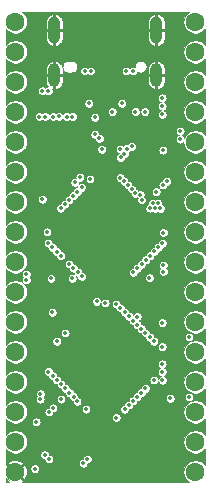
<source format=gbr>
G04 #@! TF.GenerationSoftware,KiCad,Pcbnew,5.1.9-1.fc33*
G04 #@! TF.CreationDate,2020-12-31T00:18:28+01:00*
G04 #@! TF.ProjectId,reDIP-sx,72654449-502d-4737-982e-6b696361645f,0.1*
G04 #@! TF.SameCoordinates,PX5e28010PY8011a50*
G04 #@! TF.FileFunction,Copper,L5,Inr*
G04 #@! TF.FilePolarity,Positive*
%FSLAX46Y46*%
G04 Gerber Fmt 4.6, Leading zero omitted, Abs format (unit mm)*
G04 Created by KiCad (PCBNEW 5.1.9-1.fc33) date 2020-12-31 00:18:28*
%MOMM*%
%LPD*%
G01*
G04 APERTURE LIST*
G04 #@! TA.AperFunction,ComponentPad*
%ADD10C,1.600000*%
G04 #@! TD*
G04 #@! TA.AperFunction,ComponentPad*
%ADD11O,1.000000X2.300000*%
G04 #@! TD*
G04 #@! TA.AperFunction,ComponentPad*
%ADD12O,1.000000X2.000000*%
G04 #@! TD*
G04 #@! TA.AperFunction,ViaPad*
%ADD13C,0.350000*%
G04 #@! TD*
G04 #@! TA.AperFunction,Conductor*
%ADD14C,0.100000*%
G04 #@! TD*
G04 APERTURE END LIST*
D10*
X1270000Y26670000D03*
X1270000Y29210000D03*
X1270000Y31750000D03*
X1270000Y34290000D03*
X1270000Y36830000D03*
X1270000Y39370000D03*
D11*
X13210000Y38690000D03*
X4570000Y38690000D03*
D12*
X13210000Y34865000D03*
X4570000Y34865000D03*
D10*
X16510000Y26670000D03*
X16510000Y29210000D03*
X16510000Y31750000D03*
X16510000Y34290000D03*
X16510000Y36830000D03*
X16510000Y39370000D03*
X16510000Y1270000D03*
X16510000Y3810000D03*
X16510000Y6350000D03*
X16510000Y8890000D03*
X16510000Y11430000D03*
X16510000Y13970000D03*
X16510000Y16510000D03*
X16510000Y19050000D03*
X16510000Y21590000D03*
X16510000Y24130000D03*
X1270000Y1270000D03*
X1270000Y3810000D03*
X1270000Y6350000D03*
X1270000Y8890000D03*
X1270000Y11430000D03*
X1270000Y13970000D03*
X1270000Y16510000D03*
X1270000Y19050000D03*
X1270000Y21590000D03*
X1270000Y24130000D03*
D13*
X5580000Y29040000D03*
X5080000Y29040000D03*
X4010000Y24820000D03*
X4330000Y29470000D03*
X4830000Y29470000D03*
X3830000Y29470000D03*
X6530000Y3560000D03*
X4950000Y3560000D03*
X4950000Y5150000D03*
X6530000Y5150000D03*
X12740000Y27500000D03*
X11820000Y26580000D03*
X12740000Y26580000D03*
X11820000Y27500000D03*
X12280000Y27040000D03*
X9830000Y9750000D03*
X10770000Y10700000D03*
X7020000Y10680000D03*
X7970000Y9760000D03*
X7970000Y11620000D03*
X9820000Y11600000D03*
X8890000Y10690000D03*
X8890000Y12550000D03*
X8890000Y21590000D03*
X9890000Y20610000D03*
X10870000Y21590000D03*
X8890000Y19600000D03*
X7900000Y20610000D03*
X6910000Y21590000D03*
X8890000Y23600000D03*
X5740000Y4360000D03*
X15980000Y2540000D03*
X3930000Y19610000D03*
X13780000Y6070000D03*
X8310000Y31780000D03*
X5330000Y29470000D03*
X4580000Y29040000D03*
X11990000Y33780000D03*
X8900000Y8830000D03*
X7090000Y15590000D03*
X4110000Y15140000D03*
X4230000Y11810000D03*
X12130000Y17700000D03*
X13420000Y17700000D03*
X14880000Y26840000D03*
X15980000Y5080000D03*
X10430000Y31340000D03*
X3400000Y3080000D03*
X7920000Y2880000D03*
X4080000Y29040000D03*
X5830000Y29470000D03*
X12720000Y5080000D03*
X15210000Y3800000D03*
X15210000Y1290000D03*
X13780000Y5080000D03*
X15980000Y22860000D03*
X6480000Y33420000D03*
X4060000Y33540000D03*
X3560000Y33540000D03*
X3370000Y7430000D03*
X2920000Y1550000D03*
X4390000Y14780000D03*
X3560000Y24370000D03*
X3810000Y31360000D03*
X9810000Y5880000D03*
X7260000Y6580000D03*
X6200000Y7650000D03*
X4080000Y9770000D03*
X11580000Y13730000D03*
X13710000Y13910000D03*
X14390000Y7510000D03*
X11110000Y28830000D03*
X13800000Y21540000D03*
X6890000Y17820000D03*
X13760000Y25560000D03*
X12240000Y31780000D03*
X11440000Y31780000D03*
X10870000Y6940000D03*
X10520000Y6590000D03*
X3310000Y31360000D03*
X5610000Y31360000D03*
X5830000Y18880000D03*
X13340000Y24010000D03*
X12900000Y24010000D03*
X6110000Y31360000D03*
X9470000Y31780000D03*
X11240000Y35220000D03*
X6310000Y25790000D03*
X15230000Y29440000D03*
X15230000Y30140000D03*
X11940000Y7990000D03*
X7640000Y35220000D03*
X7490000Y32480000D03*
X10640000Y35220000D03*
X11590000Y7640000D03*
X12630000Y17700000D03*
X13800000Y18760000D03*
X13700000Y11870000D03*
X12650000Y12680000D03*
X10810000Y25560000D03*
X13000000Y12330000D03*
X11120000Y25230000D03*
X11960000Y24300000D03*
X8010000Y31290000D03*
X15980000Y7620000D03*
X5490000Y8350000D03*
X4460000Y6700000D03*
X5140000Y8700000D03*
X4110000Y6350000D03*
X11400000Y24860000D03*
X13710000Y9760000D03*
X13000000Y9050000D03*
X11850000Y24750000D03*
X15980000Y12700000D03*
X11230000Y7290000D03*
X12290000Y8350000D03*
X11590000Y14430000D03*
X11960000Y18870000D03*
X8880000Y15580000D03*
X6180000Y18520000D03*
X6560000Y18190000D03*
X4290000Y17650000D03*
X13730000Y20640000D03*
X13370000Y20290000D03*
X13020000Y19940000D03*
X12670000Y19580000D03*
X12310000Y19230000D03*
X6090000Y17660000D03*
X5110000Y19580000D03*
X2200000Y17530000D03*
X4760000Y19930000D03*
X4410000Y20290000D03*
X4050000Y20640000D03*
X3950000Y21600000D03*
X2200000Y18030000D03*
X13560000Y23590000D03*
X13110000Y23590000D03*
X12660000Y23600000D03*
X7140000Y35220000D03*
X10290000Y32480000D03*
X4110000Y2370000D03*
X8380000Y29510000D03*
X3760000Y2720000D03*
X8010000Y29850000D03*
X4460000Y31360000D03*
X13800000Y18240000D03*
X8150000Y15710000D03*
X4960000Y31370000D03*
X11250000Y18160000D03*
X11600000Y18530000D03*
X13760000Y28520000D03*
X13700000Y32940000D03*
X5140000Y7430000D03*
X13730000Y9040000D03*
X7020000Y2020000D03*
X13700000Y10420000D03*
X13710000Y31540000D03*
X14090000Y25870000D03*
X10140000Y28610000D03*
X13710000Y32240000D03*
X13190000Y25000000D03*
X8580000Y28590000D03*
X3030000Y5510000D03*
X7370000Y2370000D03*
X3400000Y7890000D03*
X10690000Y28640000D03*
X10170000Y15150000D03*
X5470000Y23950000D03*
X5490000Y13030000D03*
X5100000Y23610000D03*
X10510000Y28220000D03*
X4430000Y9410000D03*
X10180000Y27900000D03*
X4780000Y12330000D03*
X10160000Y26190000D03*
X4780000Y9050000D03*
X5840000Y7990000D03*
X10480000Y25870000D03*
X9810000Y15480000D03*
X5820000Y24310000D03*
X10520000Y14800000D03*
X6180000Y24660000D03*
X10880000Y14450000D03*
X6880000Y25370000D03*
X11230000Y14090000D03*
X7590000Y26070000D03*
X11940000Y13390000D03*
X6530000Y25010000D03*
X6500000Y7240000D03*
X12290000Y13030000D03*
X6740000Y26220000D03*
D14*
X15872537Y40146751D02*
X15733249Y40007463D01*
X15623811Y39843678D01*
X15548429Y39661689D01*
X15510000Y39468491D01*
X15510000Y39271509D01*
X15548429Y39078311D01*
X15623811Y38896322D01*
X15733249Y38732537D01*
X15872537Y38593249D01*
X16036322Y38483811D01*
X16218311Y38408429D01*
X16411509Y38370000D01*
X16608491Y38370000D01*
X16801689Y38408429D01*
X16983678Y38483811D01*
X17147463Y38593249D01*
X17286751Y38732537D01*
X17330001Y38797265D01*
X17330001Y37402735D01*
X17286751Y37467463D01*
X17147463Y37606751D01*
X16983678Y37716189D01*
X16801689Y37791571D01*
X16608491Y37830000D01*
X16411509Y37830000D01*
X16218311Y37791571D01*
X16036322Y37716189D01*
X15872537Y37606751D01*
X15733249Y37467463D01*
X15623811Y37303678D01*
X15548429Y37121689D01*
X15510000Y36928491D01*
X15510000Y36731509D01*
X15548429Y36538311D01*
X15623811Y36356322D01*
X15733249Y36192537D01*
X15872537Y36053249D01*
X16036322Y35943811D01*
X16218311Y35868429D01*
X16411509Y35830000D01*
X16608491Y35830000D01*
X16801689Y35868429D01*
X16983678Y35943811D01*
X17147463Y36053249D01*
X17286751Y36192537D01*
X17330001Y36257265D01*
X17330001Y34862735D01*
X17286751Y34927463D01*
X17147463Y35066751D01*
X16983678Y35176189D01*
X16801689Y35251571D01*
X16608491Y35290000D01*
X16411509Y35290000D01*
X16218311Y35251571D01*
X16036322Y35176189D01*
X15872537Y35066751D01*
X15733249Y34927463D01*
X15623811Y34763678D01*
X15548429Y34581689D01*
X15510000Y34388491D01*
X15510000Y34191509D01*
X15548429Y33998311D01*
X15623811Y33816322D01*
X15733249Y33652537D01*
X15872537Y33513249D01*
X16036322Y33403811D01*
X16218311Y33328429D01*
X16411509Y33290000D01*
X16608491Y33290000D01*
X16801689Y33328429D01*
X16983678Y33403811D01*
X17147463Y33513249D01*
X17286751Y33652537D01*
X17330001Y33717265D01*
X17330001Y32322735D01*
X17286751Y32387463D01*
X17147463Y32526751D01*
X16983678Y32636189D01*
X16801689Y32711571D01*
X16608491Y32750000D01*
X16411509Y32750000D01*
X16218311Y32711571D01*
X16036322Y32636189D01*
X15872537Y32526751D01*
X15733249Y32387463D01*
X15623811Y32223678D01*
X15548429Y32041689D01*
X15510000Y31848491D01*
X15510000Y31651509D01*
X15548429Y31458311D01*
X15623811Y31276322D01*
X15733249Y31112537D01*
X15872537Y30973249D01*
X16036322Y30863811D01*
X16218311Y30788429D01*
X16411509Y30750000D01*
X16608491Y30750000D01*
X16801689Y30788429D01*
X16983678Y30863811D01*
X17147463Y30973249D01*
X17286751Y31112537D01*
X17330001Y31177265D01*
X17330001Y29782735D01*
X17286751Y29847463D01*
X17147463Y29986751D01*
X16983678Y30096189D01*
X16801689Y30171571D01*
X16608491Y30210000D01*
X16411509Y30210000D01*
X16218311Y30171571D01*
X16036322Y30096189D01*
X15872537Y29986751D01*
X15733249Y29847463D01*
X15623811Y29683678D01*
X15579387Y29576427D01*
X15562320Y29617629D01*
X15521281Y29679048D01*
X15469048Y29731281D01*
X15407629Y29772320D01*
X15364947Y29790000D01*
X15407629Y29807680D01*
X15469048Y29848719D01*
X15521281Y29900952D01*
X15562320Y29962371D01*
X15590589Y30030617D01*
X15605000Y30103066D01*
X15605000Y30176934D01*
X15590589Y30249383D01*
X15562320Y30317629D01*
X15521281Y30379048D01*
X15469048Y30431281D01*
X15407629Y30472320D01*
X15339383Y30500589D01*
X15266934Y30515000D01*
X15193066Y30515000D01*
X15120617Y30500589D01*
X15052371Y30472320D01*
X14990952Y30431281D01*
X14938719Y30379048D01*
X14897680Y30317629D01*
X14869411Y30249383D01*
X14855000Y30176934D01*
X14855000Y30103066D01*
X14869411Y30030617D01*
X14897680Y29962371D01*
X14938719Y29900952D01*
X14990952Y29848719D01*
X15052371Y29807680D01*
X15095053Y29790000D01*
X15052371Y29772320D01*
X14990952Y29731281D01*
X14938719Y29679048D01*
X14897680Y29617629D01*
X14869411Y29549383D01*
X14855000Y29476934D01*
X14855000Y29403066D01*
X14869411Y29330617D01*
X14897680Y29262371D01*
X14938719Y29200952D01*
X14990952Y29148719D01*
X15052371Y29107680D01*
X15120617Y29079411D01*
X15193066Y29065000D01*
X15266934Y29065000D01*
X15339383Y29079411D01*
X15407629Y29107680D01*
X15469048Y29148719D01*
X15510000Y29189671D01*
X15510000Y29111509D01*
X15548429Y28918311D01*
X15623811Y28736322D01*
X15733249Y28572537D01*
X15872537Y28433249D01*
X16036322Y28323811D01*
X16218311Y28248429D01*
X16411509Y28210000D01*
X16608491Y28210000D01*
X16801689Y28248429D01*
X16983678Y28323811D01*
X17147463Y28433249D01*
X17286751Y28572537D01*
X17330001Y28637265D01*
X17330001Y27242736D01*
X17286751Y27307463D01*
X17147463Y27446751D01*
X16983678Y27556189D01*
X16801689Y27631571D01*
X16608491Y27670000D01*
X16411509Y27670000D01*
X16218311Y27631571D01*
X16036322Y27556189D01*
X15872537Y27446751D01*
X15733249Y27307463D01*
X15623811Y27143678D01*
X15548429Y26961689D01*
X15510000Y26768491D01*
X15510000Y26571509D01*
X15548429Y26378311D01*
X15623811Y26196322D01*
X15733249Y26032537D01*
X15872537Y25893249D01*
X16036322Y25783811D01*
X16218311Y25708429D01*
X16411509Y25670000D01*
X16608491Y25670000D01*
X16801689Y25708429D01*
X16983678Y25783811D01*
X17147463Y25893249D01*
X17286751Y26032537D01*
X17330001Y26097264D01*
X17330001Y24702736D01*
X17286751Y24767463D01*
X17147463Y24906751D01*
X16983678Y25016189D01*
X16801689Y25091571D01*
X16608491Y25130000D01*
X16411509Y25130000D01*
X16218311Y25091571D01*
X16036322Y25016189D01*
X15872537Y24906751D01*
X15733249Y24767463D01*
X15623811Y24603678D01*
X15548429Y24421689D01*
X15510000Y24228491D01*
X15510000Y24031509D01*
X15548429Y23838311D01*
X15623811Y23656322D01*
X15733249Y23492537D01*
X15872537Y23353249D01*
X16036322Y23243811D01*
X16218311Y23168429D01*
X16411509Y23130000D01*
X16608491Y23130000D01*
X16801689Y23168429D01*
X16983678Y23243811D01*
X17147463Y23353249D01*
X17286751Y23492537D01*
X17330001Y23557264D01*
X17330001Y22162736D01*
X17286751Y22227463D01*
X17147463Y22366751D01*
X16983678Y22476189D01*
X16801689Y22551571D01*
X16608491Y22590000D01*
X16411509Y22590000D01*
X16218311Y22551571D01*
X16036322Y22476189D01*
X15872537Y22366751D01*
X15733249Y22227463D01*
X15623811Y22063678D01*
X15548429Y21881689D01*
X15510000Y21688491D01*
X15510000Y21491509D01*
X15548429Y21298311D01*
X15623811Y21116322D01*
X15733249Y20952537D01*
X15872537Y20813249D01*
X16036322Y20703811D01*
X16218311Y20628429D01*
X16411509Y20590000D01*
X16608491Y20590000D01*
X16801689Y20628429D01*
X16983678Y20703811D01*
X17147463Y20813249D01*
X17286751Y20952537D01*
X17330001Y21017264D01*
X17330000Y19622736D01*
X17286751Y19687463D01*
X17147463Y19826751D01*
X16983678Y19936189D01*
X16801689Y20011571D01*
X16608491Y20050000D01*
X16411509Y20050000D01*
X16218311Y20011571D01*
X16036322Y19936189D01*
X15872537Y19826751D01*
X15733249Y19687463D01*
X15623811Y19523678D01*
X15548429Y19341689D01*
X15510000Y19148491D01*
X15510000Y18951509D01*
X15548429Y18758311D01*
X15623811Y18576322D01*
X15733249Y18412537D01*
X15872537Y18273249D01*
X16036322Y18163811D01*
X16218311Y18088429D01*
X16411509Y18050000D01*
X16608491Y18050000D01*
X16801689Y18088429D01*
X16983678Y18163811D01*
X17147463Y18273249D01*
X17286751Y18412537D01*
X17330000Y18477264D01*
X17330000Y17082736D01*
X17286751Y17147463D01*
X17147463Y17286751D01*
X16983678Y17396189D01*
X16801689Y17471571D01*
X16608491Y17510000D01*
X16411509Y17510000D01*
X16218311Y17471571D01*
X16036322Y17396189D01*
X15872537Y17286751D01*
X15733249Y17147463D01*
X15623811Y16983678D01*
X15548429Y16801689D01*
X15510000Y16608491D01*
X15510000Y16411509D01*
X15548429Y16218311D01*
X15623811Y16036322D01*
X15733249Y15872537D01*
X15872537Y15733249D01*
X16036322Y15623811D01*
X16218311Y15548429D01*
X16411509Y15510000D01*
X16608491Y15510000D01*
X16801689Y15548429D01*
X16983678Y15623811D01*
X17147463Y15733249D01*
X17286751Y15872537D01*
X17330000Y15937264D01*
X17330000Y14542736D01*
X17286751Y14607463D01*
X17147463Y14746751D01*
X16983678Y14856189D01*
X16801689Y14931571D01*
X16608491Y14970000D01*
X16411509Y14970000D01*
X16218311Y14931571D01*
X16036322Y14856189D01*
X15872537Y14746751D01*
X15733249Y14607463D01*
X15623811Y14443678D01*
X15548429Y14261689D01*
X15510000Y14068491D01*
X15510000Y13871509D01*
X15548429Y13678311D01*
X15623811Y13496322D01*
X15733249Y13332537D01*
X15872537Y13193249D01*
X16036322Y13083811D01*
X16218311Y13008429D01*
X16411509Y12970000D01*
X16608491Y12970000D01*
X16801689Y13008429D01*
X16983678Y13083811D01*
X17147463Y13193249D01*
X17286751Y13332537D01*
X17330000Y13397264D01*
X17330000Y12002736D01*
X17286751Y12067463D01*
X17147463Y12206751D01*
X16983678Y12316189D01*
X16801689Y12391571D01*
X16608491Y12430000D01*
X16411509Y12430000D01*
X16218311Y12391571D01*
X16036322Y12316189D01*
X15872537Y12206751D01*
X15733249Y12067463D01*
X15623811Y11903678D01*
X15548429Y11721689D01*
X15510000Y11528491D01*
X15510000Y11331509D01*
X15548429Y11138311D01*
X15623811Y10956322D01*
X15733249Y10792537D01*
X15872537Y10653249D01*
X16036322Y10543811D01*
X16218311Y10468429D01*
X16411509Y10430000D01*
X16608491Y10430000D01*
X16801689Y10468429D01*
X16983678Y10543811D01*
X17147463Y10653249D01*
X17286751Y10792537D01*
X17330000Y10857264D01*
X17330000Y9462736D01*
X17286751Y9527463D01*
X17147463Y9666751D01*
X16983678Y9776189D01*
X16801689Y9851571D01*
X16608491Y9890000D01*
X16411509Y9890000D01*
X16218311Y9851571D01*
X16036322Y9776189D01*
X15872537Y9666751D01*
X15733249Y9527463D01*
X15623811Y9363678D01*
X15548429Y9181689D01*
X15510000Y8988491D01*
X15510000Y8791509D01*
X15548429Y8598311D01*
X15623811Y8416322D01*
X15733249Y8252537D01*
X15872537Y8113249D01*
X16036322Y8003811D01*
X16218311Y7928429D01*
X16411509Y7890000D01*
X16608491Y7890000D01*
X16801689Y7928429D01*
X16983678Y8003811D01*
X17147463Y8113249D01*
X17286751Y8252537D01*
X17330000Y8317264D01*
X17330000Y6922736D01*
X17286751Y6987463D01*
X17147463Y7126751D01*
X16983678Y7236189D01*
X16801689Y7311571D01*
X16608491Y7350000D01*
X16411509Y7350000D01*
X16218311Y7311571D01*
X16036322Y7236189D01*
X15872537Y7126751D01*
X15733249Y6987463D01*
X15623811Y6823678D01*
X15548429Y6641689D01*
X15510000Y6448491D01*
X15510000Y6251509D01*
X15548429Y6058311D01*
X15623811Y5876322D01*
X15733249Y5712537D01*
X15872537Y5573249D01*
X16036322Y5463811D01*
X16218311Y5388429D01*
X16411509Y5350000D01*
X16608491Y5350000D01*
X16801689Y5388429D01*
X16983678Y5463811D01*
X17147463Y5573249D01*
X17286751Y5712537D01*
X17330000Y5777264D01*
X17330000Y4382736D01*
X17286751Y4447463D01*
X17147463Y4586751D01*
X16983678Y4696189D01*
X16801689Y4771571D01*
X16608491Y4810000D01*
X16411509Y4810000D01*
X16218311Y4771571D01*
X16036322Y4696189D01*
X15872537Y4586751D01*
X15733249Y4447463D01*
X15623811Y4283678D01*
X15548429Y4101689D01*
X15510000Y3908491D01*
X15510000Y3711509D01*
X15548429Y3518311D01*
X15623811Y3336322D01*
X15733249Y3172537D01*
X15872537Y3033249D01*
X16036322Y2923811D01*
X16218311Y2848429D01*
X16411509Y2810000D01*
X16608491Y2810000D01*
X16801689Y2848429D01*
X16983678Y2923811D01*
X17147463Y3033249D01*
X17286751Y3172537D01*
X17330000Y3237264D01*
X17330000Y1842736D01*
X17286751Y1907463D01*
X17147463Y2046751D01*
X16983678Y2156189D01*
X16801689Y2231571D01*
X16608491Y2270000D01*
X16411509Y2270000D01*
X16218311Y2231571D01*
X16036322Y2156189D01*
X15872537Y2046751D01*
X15733249Y1907463D01*
X15623811Y1743678D01*
X15548429Y1561689D01*
X15510000Y1368491D01*
X15510000Y1171509D01*
X15548429Y978311D01*
X15623811Y796322D01*
X15733249Y632537D01*
X15872537Y493249D01*
X15937263Y450000D01*
X1823092Y450000D01*
X1890054Y543880D01*
X1270000Y1163934D01*
X649946Y543880D01*
X716908Y450000D01*
X522005Y450000D01*
X490706Y453069D01*
X481772Y455767D01*
X473525Y460152D01*
X466288Y466054D01*
X460338Y473246D01*
X455894Y481464D01*
X453135Y490377D01*
X450000Y520207D01*
X450000Y716908D01*
X543880Y649946D01*
X1163934Y1270000D01*
X1376066Y1270000D01*
X1996120Y649946D01*
X2124749Y741694D01*
X2211392Y918599D01*
X2261859Y1109007D01*
X2274209Y1305603D01*
X2247968Y1500830D01*
X2218479Y1586934D01*
X2545000Y1586934D01*
X2545000Y1513066D01*
X2559411Y1440617D01*
X2587680Y1372371D01*
X2628719Y1310952D01*
X2680952Y1258719D01*
X2742371Y1217680D01*
X2810617Y1189411D01*
X2883066Y1175000D01*
X2956934Y1175000D01*
X3029383Y1189411D01*
X3097629Y1217680D01*
X3159048Y1258719D01*
X3211281Y1310952D01*
X3252320Y1372371D01*
X3280589Y1440617D01*
X3295000Y1513066D01*
X3295000Y1586934D01*
X3280589Y1659383D01*
X3252320Y1727629D01*
X3211281Y1789048D01*
X3159048Y1841281D01*
X3097629Y1882320D01*
X3029383Y1910589D01*
X2956934Y1925000D01*
X2883066Y1925000D01*
X2810617Y1910589D01*
X2742371Y1882320D01*
X2680952Y1841281D01*
X2628719Y1789048D01*
X2587680Y1727629D01*
X2559411Y1659383D01*
X2545000Y1586934D01*
X2218479Y1586934D01*
X2184143Y1687187D01*
X2124749Y1798306D01*
X1996120Y1890054D01*
X1376066Y1270000D01*
X1163934Y1270000D01*
X543880Y1890054D01*
X450000Y1823092D01*
X450000Y1996120D01*
X649946Y1996120D01*
X1270000Y1376066D01*
X1890054Y1996120D01*
X1798306Y2124749D01*
X1621401Y2211392D01*
X1430993Y2261859D01*
X1234397Y2274209D01*
X1039170Y2247968D01*
X852813Y2184143D01*
X741694Y2124749D01*
X649946Y1996120D01*
X450000Y1996120D01*
X450000Y2756934D01*
X3385000Y2756934D01*
X3385000Y2683066D01*
X3399411Y2610617D01*
X3427680Y2542371D01*
X3468719Y2480952D01*
X3520952Y2428719D01*
X3582371Y2387680D01*
X3650617Y2359411D01*
X3723066Y2345000D01*
X3735000Y2345000D01*
X3735000Y2333066D01*
X3749411Y2260617D01*
X3777680Y2192371D01*
X3818719Y2130952D01*
X3870952Y2078719D01*
X3932371Y2037680D01*
X4000617Y2009411D01*
X4073066Y1995000D01*
X4146934Y1995000D01*
X4219383Y2009411D01*
X4287629Y2037680D01*
X4316444Y2056934D01*
X6645000Y2056934D01*
X6645000Y1983066D01*
X6659411Y1910617D01*
X6687680Y1842371D01*
X6728719Y1780952D01*
X6780952Y1728719D01*
X6842371Y1687680D01*
X6910617Y1659411D01*
X6983066Y1645000D01*
X7056934Y1645000D01*
X7129383Y1659411D01*
X7197629Y1687680D01*
X7259048Y1728719D01*
X7311281Y1780952D01*
X7352320Y1842371D01*
X7380589Y1910617D01*
X7395000Y1983066D01*
X7395000Y1995000D01*
X7406934Y1995000D01*
X7479383Y2009411D01*
X7547629Y2037680D01*
X7609048Y2078719D01*
X7661281Y2130952D01*
X7702320Y2192371D01*
X7730589Y2260617D01*
X7745000Y2333066D01*
X7745000Y2406934D01*
X7730589Y2479383D01*
X7702320Y2547629D01*
X7661281Y2609048D01*
X7609048Y2661281D01*
X7547629Y2702320D01*
X7479383Y2730589D01*
X7406934Y2745000D01*
X7333066Y2745000D01*
X7260617Y2730589D01*
X7192371Y2702320D01*
X7130952Y2661281D01*
X7078719Y2609048D01*
X7037680Y2547629D01*
X7009411Y2479383D01*
X6995000Y2406934D01*
X6995000Y2395000D01*
X6983066Y2395000D01*
X6910617Y2380589D01*
X6842371Y2352320D01*
X6780952Y2311281D01*
X6728719Y2259048D01*
X6687680Y2197629D01*
X6659411Y2129383D01*
X6645000Y2056934D01*
X4316444Y2056934D01*
X4349048Y2078719D01*
X4401281Y2130952D01*
X4442320Y2192371D01*
X4470589Y2260617D01*
X4485000Y2333066D01*
X4485000Y2406934D01*
X4470589Y2479383D01*
X4442320Y2547629D01*
X4401281Y2609048D01*
X4349048Y2661281D01*
X4287629Y2702320D01*
X4219383Y2730589D01*
X4146934Y2745000D01*
X4135000Y2745000D01*
X4135000Y2756934D01*
X4120589Y2829383D01*
X4092320Y2897629D01*
X4051281Y2959048D01*
X3999048Y3011281D01*
X3937629Y3052320D01*
X3869383Y3080589D01*
X3796934Y3095000D01*
X3723066Y3095000D01*
X3650617Y3080589D01*
X3582371Y3052320D01*
X3520952Y3011281D01*
X3468719Y2959048D01*
X3427680Y2897629D01*
X3399411Y2829383D01*
X3385000Y2756934D01*
X450000Y2756934D01*
X450000Y3237263D01*
X493249Y3172537D01*
X632537Y3033249D01*
X796322Y2923811D01*
X978311Y2848429D01*
X1171509Y2810000D01*
X1368491Y2810000D01*
X1561689Y2848429D01*
X1743678Y2923811D01*
X1907463Y3033249D01*
X2046751Y3172537D01*
X2156189Y3336322D01*
X2231571Y3518311D01*
X2270000Y3711509D01*
X2270000Y3908491D01*
X2231571Y4101689D01*
X2156189Y4283678D01*
X2046751Y4447463D01*
X1907463Y4586751D01*
X1743678Y4696189D01*
X1561689Y4771571D01*
X1368491Y4810000D01*
X1171509Y4810000D01*
X978311Y4771571D01*
X796322Y4696189D01*
X632537Y4586751D01*
X493249Y4447463D01*
X450000Y4382737D01*
X450000Y5777263D01*
X493249Y5712537D01*
X632537Y5573249D01*
X796322Y5463811D01*
X978311Y5388429D01*
X1171509Y5350000D01*
X1368491Y5350000D01*
X1561689Y5388429D01*
X1743678Y5463811D01*
X1868079Y5546934D01*
X2655000Y5546934D01*
X2655000Y5473066D01*
X2669411Y5400617D01*
X2697680Y5332371D01*
X2738719Y5270952D01*
X2790952Y5218719D01*
X2852371Y5177680D01*
X2920617Y5149411D01*
X2993066Y5135000D01*
X3066934Y5135000D01*
X3139383Y5149411D01*
X3207629Y5177680D01*
X3269048Y5218719D01*
X3321281Y5270952D01*
X3362320Y5332371D01*
X3390589Y5400617D01*
X3405000Y5473066D01*
X3405000Y5546934D01*
X3390589Y5619383D01*
X3362320Y5687629D01*
X3321281Y5749048D01*
X3269048Y5801281D01*
X3207629Y5842320D01*
X3139383Y5870589D01*
X3066934Y5885000D01*
X2993066Y5885000D01*
X2920617Y5870589D01*
X2852371Y5842320D01*
X2790952Y5801281D01*
X2738719Y5749048D01*
X2697680Y5687629D01*
X2669411Y5619383D01*
X2655000Y5546934D01*
X1868079Y5546934D01*
X1907463Y5573249D01*
X2046751Y5712537D01*
X2156189Y5876322D01*
X2173010Y5916934D01*
X9435000Y5916934D01*
X9435000Y5843066D01*
X9449411Y5770617D01*
X9477680Y5702371D01*
X9518719Y5640952D01*
X9570952Y5588719D01*
X9632371Y5547680D01*
X9700617Y5519411D01*
X9773066Y5505000D01*
X9846934Y5505000D01*
X9919383Y5519411D01*
X9987629Y5547680D01*
X10049048Y5588719D01*
X10101281Y5640952D01*
X10142320Y5702371D01*
X10170589Y5770617D01*
X10185000Y5843066D01*
X10185000Y5916934D01*
X10170589Y5989383D01*
X10142320Y6057629D01*
X10101281Y6119048D01*
X10049048Y6171281D01*
X9987629Y6212320D01*
X9919383Y6240589D01*
X9846934Y6255000D01*
X9773066Y6255000D01*
X9700617Y6240589D01*
X9632371Y6212320D01*
X9570952Y6171281D01*
X9518719Y6119048D01*
X9477680Y6057629D01*
X9449411Y5989383D01*
X9435000Y5916934D01*
X2173010Y5916934D01*
X2231571Y6058311D01*
X2270000Y6251509D01*
X2270000Y6386934D01*
X3735000Y6386934D01*
X3735000Y6313066D01*
X3749411Y6240617D01*
X3777680Y6172371D01*
X3818719Y6110952D01*
X3870952Y6058719D01*
X3932371Y6017680D01*
X4000617Y5989411D01*
X4073066Y5975000D01*
X4146934Y5975000D01*
X4219383Y5989411D01*
X4287629Y6017680D01*
X4349048Y6058719D01*
X4401281Y6110952D01*
X4442320Y6172371D01*
X4470589Y6240617D01*
X4485000Y6313066D01*
X4485000Y6325000D01*
X4496934Y6325000D01*
X4569383Y6339411D01*
X4637629Y6367680D01*
X4699048Y6408719D01*
X4751281Y6460952D01*
X4792320Y6522371D01*
X4820589Y6590617D01*
X4825823Y6616934D01*
X6885000Y6616934D01*
X6885000Y6543066D01*
X6899411Y6470617D01*
X6927680Y6402371D01*
X6968719Y6340952D01*
X7020952Y6288719D01*
X7082371Y6247680D01*
X7150617Y6219411D01*
X7223066Y6205000D01*
X7296934Y6205000D01*
X7369383Y6219411D01*
X7437629Y6247680D01*
X7499048Y6288719D01*
X7551281Y6340952D01*
X7592320Y6402371D01*
X7620589Y6470617D01*
X7635000Y6543066D01*
X7635000Y6616934D01*
X7633011Y6626934D01*
X10145000Y6626934D01*
X10145000Y6553066D01*
X10159411Y6480617D01*
X10187680Y6412371D01*
X10228719Y6350952D01*
X10280952Y6298719D01*
X10342371Y6257680D01*
X10410617Y6229411D01*
X10483066Y6215000D01*
X10556934Y6215000D01*
X10629383Y6229411D01*
X10697629Y6257680D01*
X10759048Y6298719D01*
X10811281Y6350952D01*
X10852320Y6412371D01*
X10880589Y6480617D01*
X10895000Y6553066D01*
X10895000Y6565000D01*
X10906934Y6565000D01*
X10979383Y6579411D01*
X11047629Y6607680D01*
X11109048Y6648719D01*
X11161281Y6700952D01*
X11202320Y6762371D01*
X11230589Y6830617D01*
X11245000Y6903066D01*
X11245000Y6915000D01*
X11266934Y6915000D01*
X11339383Y6929411D01*
X11407629Y6957680D01*
X11469048Y6998719D01*
X11521281Y7050952D01*
X11562320Y7112371D01*
X11590589Y7180617D01*
X11605000Y7253066D01*
X11605000Y7265000D01*
X11626934Y7265000D01*
X11699383Y7279411D01*
X11767629Y7307680D01*
X11829048Y7348719D01*
X11881281Y7400952D01*
X11922320Y7462371D01*
X11950589Y7530617D01*
X11953834Y7546934D01*
X14015000Y7546934D01*
X14015000Y7473066D01*
X14029411Y7400617D01*
X14057680Y7332371D01*
X14098719Y7270952D01*
X14150952Y7218719D01*
X14212371Y7177680D01*
X14280617Y7149411D01*
X14353066Y7135000D01*
X14426934Y7135000D01*
X14499383Y7149411D01*
X14567629Y7177680D01*
X14629048Y7218719D01*
X14681281Y7270952D01*
X14722320Y7332371D01*
X14750589Y7400617D01*
X14765000Y7473066D01*
X14765000Y7546934D01*
X14750589Y7619383D01*
X14735035Y7656934D01*
X15605000Y7656934D01*
X15605000Y7583066D01*
X15619411Y7510617D01*
X15647680Y7442371D01*
X15688719Y7380952D01*
X15740952Y7328719D01*
X15802371Y7287680D01*
X15870617Y7259411D01*
X15943066Y7245000D01*
X16016934Y7245000D01*
X16089383Y7259411D01*
X16157629Y7287680D01*
X16219048Y7328719D01*
X16271281Y7380952D01*
X16312320Y7442371D01*
X16340589Y7510617D01*
X16355000Y7583066D01*
X16355000Y7656934D01*
X16340589Y7729383D01*
X16312320Y7797629D01*
X16271281Y7859048D01*
X16219048Y7911281D01*
X16157629Y7952320D01*
X16089383Y7980589D01*
X16016934Y7995000D01*
X15943066Y7995000D01*
X15870617Y7980589D01*
X15802371Y7952320D01*
X15740952Y7911281D01*
X15688719Y7859048D01*
X15647680Y7797629D01*
X15619411Y7729383D01*
X15605000Y7656934D01*
X14735035Y7656934D01*
X14722320Y7687629D01*
X14681281Y7749048D01*
X14629048Y7801281D01*
X14567629Y7842320D01*
X14499383Y7870589D01*
X14426934Y7885000D01*
X14353066Y7885000D01*
X14280617Y7870589D01*
X14212371Y7842320D01*
X14150952Y7801281D01*
X14098719Y7749048D01*
X14057680Y7687629D01*
X14029411Y7619383D01*
X14015000Y7546934D01*
X11953834Y7546934D01*
X11965000Y7603066D01*
X11965000Y7615000D01*
X11976934Y7615000D01*
X12049383Y7629411D01*
X12117629Y7657680D01*
X12179048Y7698719D01*
X12231281Y7750952D01*
X12272320Y7812371D01*
X12300589Y7880617D01*
X12315000Y7953066D01*
X12315000Y7975000D01*
X12326934Y7975000D01*
X12399383Y7989411D01*
X12467629Y8017680D01*
X12529048Y8058719D01*
X12581281Y8110952D01*
X12622320Y8172371D01*
X12650589Y8240617D01*
X12665000Y8313066D01*
X12665000Y8386934D01*
X12650589Y8459383D01*
X12622320Y8527629D01*
X12581281Y8589048D01*
X12529048Y8641281D01*
X12467629Y8682320D01*
X12399383Y8710589D01*
X12326934Y8725000D01*
X12253066Y8725000D01*
X12180617Y8710589D01*
X12112371Y8682320D01*
X12050952Y8641281D01*
X11998719Y8589048D01*
X11957680Y8527629D01*
X11929411Y8459383D01*
X11915000Y8386934D01*
X11915000Y8365000D01*
X11903066Y8365000D01*
X11830617Y8350589D01*
X11762371Y8322320D01*
X11700952Y8281281D01*
X11648719Y8229048D01*
X11607680Y8167629D01*
X11579411Y8099383D01*
X11565000Y8026934D01*
X11565000Y8015000D01*
X11553066Y8015000D01*
X11480617Y8000589D01*
X11412371Y7972320D01*
X11350952Y7931281D01*
X11298719Y7879048D01*
X11257680Y7817629D01*
X11229411Y7749383D01*
X11215000Y7676934D01*
X11215000Y7665000D01*
X11193066Y7665000D01*
X11120617Y7650589D01*
X11052371Y7622320D01*
X10990952Y7581281D01*
X10938719Y7529048D01*
X10897680Y7467629D01*
X10869411Y7399383D01*
X10855000Y7326934D01*
X10855000Y7315000D01*
X10833066Y7315000D01*
X10760617Y7300589D01*
X10692371Y7272320D01*
X10630952Y7231281D01*
X10578719Y7179048D01*
X10537680Y7117629D01*
X10509411Y7049383D01*
X10495000Y6976934D01*
X10495000Y6965000D01*
X10483066Y6965000D01*
X10410617Y6950589D01*
X10342371Y6922320D01*
X10280952Y6881281D01*
X10228719Y6829048D01*
X10187680Y6767629D01*
X10159411Y6699383D01*
X10145000Y6626934D01*
X7633011Y6626934D01*
X7620589Y6689383D01*
X7592320Y6757629D01*
X7551281Y6819048D01*
X7499048Y6871281D01*
X7437629Y6912320D01*
X7369383Y6940589D01*
X7296934Y6955000D01*
X7223066Y6955000D01*
X7150617Y6940589D01*
X7082371Y6912320D01*
X7020952Y6871281D01*
X6968719Y6819048D01*
X6927680Y6757629D01*
X6899411Y6689383D01*
X6885000Y6616934D01*
X4825823Y6616934D01*
X4835000Y6663066D01*
X4835000Y6736934D01*
X4820589Y6809383D01*
X4792320Y6877629D01*
X4751281Y6939048D01*
X4699048Y6991281D01*
X4637629Y7032320D01*
X4569383Y7060589D01*
X4496934Y7075000D01*
X4423066Y7075000D01*
X4350617Y7060589D01*
X4282371Y7032320D01*
X4220952Y6991281D01*
X4168719Y6939048D01*
X4127680Y6877629D01*
X4099411Y6809383D01*
X4085000Y6736934D01*
X4085000Y6725000D01*
X4073066Y6725000D01*
X4000617Y6710589D01*
X3932371Y6682320D01*
X3870952Y6641281D01*
X3818719Y6589048D01*
X3777680Y6527629D01*
X3749411Y6459383D01*
X3735000Y6386934D01*
X2270000Y6386934D01*
X2270000Y6448491D01*
X2231571Y6641689D01*
X2156189Y6823678D01*
X2046751Y6987463D01*
X1907463Y7126751D01*
X1743678Y7236189D01*
X1561689Y7311571D01*
X1368491Y7350000D01*
X1171509Y7350000D01*
X978311Y7311571D01*
X796322Y7236189D01*
X632537Y7126751D01*
X493249Y6987463D01*
X450000Y6922737D01*
X450000Y7466934D01*
X2995000Y7466934D01*
X2995000Y7393066D01*
X3009411Y7320617D01*
X3037680Y7252371D01*
X3078719Y7190952D01*
X3130952Y7138719D01*
X3192371Y7097680D01*
X3260617Y7069411D01*
X3333066Y7055000D01*
X3406934Y7055000D01*
X3479383Y7069411D01*
X3547629Y7097680D01*
X3609048Y7138719D01*
X3661281Y7190952D01*
X3702320Y7252371D01*
X3730589Y7320617D01*
X3745000Y7393066D01*
X3745000Y7466934D01*
X4765000Y7466934D01*
X4765000Y7393066D01*
X4779411Y7320617D01*
X4807680Y7252371D01*
X4848719Y7190952D01*
X4900952Y7138719D01*
X4962371Y7097680D01*
X5030617Y7069411D01*
X5103066Y7055000D01*
X5176934Y7055000D01*
X5249383Y7069411D01*
X5317629Y7097680D01*
X5379048Y7138719D01*
X5431281Y7190952D01*
X5472320Y7252371D01*
X5500589Y7320617D01*
X5515000Y7393066D01*
X5515000Y7466934D01*
X5500589Y7539383D01*
X5472320Y7607629D01*
X5431281Y7669048D01*
X5379048Y7721281D01*
X5317629Y7762320D01*
X5249383Y7790589D01*
X5176934Y7805000D01*
X5103066Y7805000D01*
X5030617Y7790589D01*
X4962371Y7762320D01*
X4900952Y7721281D01*
X4848719Y7669048D01*
X4807680Y7607629D01*
X4779411Y7539383D01*
X4765000Y7466934D01*
X3745000Y7466934D01*
X3730589Y7539383D01*
X3702320Y7607629D01*
X3680546Y7640217D01*
X3691281Y7650952D01*
X3732320Y7712371D01*
X3760589Y7780617D01*
X3775000Y7853066D01*
X3775000Y7926934D01*
X3760589Y7999383D01*
X3732320Y8067629D01*
X3691281Y8129048D01*
X3639048Y8181281D01*
X3577629Y8222320D01*
X3509383Y8250589D01*
X3436934Y8265000D01*
X3363066Y8265000D01*
X3290617Y8250589D01*
X3222371Y8222320D01*
X3160952Y8181281D01*
X3108719Y8129048D01*
X3067680Y8067629D01*
X3039411Y7999383D01*
X3025000Y7926934D01*
X3025000Y7853066D01*
X3039411Y7780617D01*
X3067680Y7712371D01*
X3089454Y7679783D01*
X3078719Y7669048D01*
X3037680Y7607629D01*
X3009411Y7539383D01*
X2995000Y7466934D01*
X450000Y7466934D01*
X450000Y8317263D01*
X493249Y8252537D01*
X632537Y8113249D01*
X796322Y8003811D01*
X978311Y7928429D01*
X1171509Y7890000D01*
X1368491Y7890000D01*
X1561689Y7928429D01*
X1743678Y8003811D01*
X1907463Y8113249D01*
X2046751Y8252537D01*
X2156189Y8416322D01*
X2231571Y8598311D01*
X2270000Y8791509D01*
X2270000Y8988491D01*
X2231571Y9181689D01*
X2156189Y9363678D01*
X2046751Y9527463D01*
X1907463Y9666751D01*
X1743678Y9776189D01*
X1669453Y9806934D01*
X3705000Y9806934D01*
X3705000Y9733066D01*
X3719411Y9660617D01*
X3747680Y9592371D01*
X3788719Y9530952D01*
X3840952Y9478719D01*
X3902371Y9437680D01*
X3970617Y9409411D01*
X4043066Y9395000D01*
X4055000Y9395000D01*
X4055000Y9373066D01*
X4069411Y9300617D01*
X4097680Y9232371D01*
X4138719Y9170952D01*
X4190952Y9118719D01*
X4252371Y9077680D01*
X4320617Y9049411D01*
X4393066Y9035000D01*
X4405000Y9035000D01*
X4405000Y9013066D01*
X4419411Y8940617D01*
X4447680Y8872371D01*
X4488719Y8810952D01*
X4540952Y8758719D01*
X4602371Y8717680D01*
X4670617Y8689411D01*
X4743066Y8675000D01*
X4765000Y8675000D01*
X4765000Y8663066D01*
X4779411Y8590617D01*
X4807680Y8522371D01*
X4848719Y8460952D01*
X4900952Y8408719D01*
X4962371Y8367680D01*
X5030617Y8339411D01*
X5103066Y8325000D01*
X5115000Y8325000D01*
X5115000Y8313066D01*
X5129411Y8240617D01*
X5157680Y8172371D01*
X5198719Y8110952D01*
X5250952Y8058719D01*
X5312371Y8017680D01*
X5380617Y7989411D01*
X5453066Y7975000D01*
X5465000Y7975000D01*
X5465000Y7953066D01*
X5479411Y7880617D01*
X5507680Y7812371D01*
X5548719Y7750952D01*
X5600952Y7698719D01*
X5662371Y7657680D01*
X5730617Y7629411D01*
X5803066Y7615000D01*
X5825000Y7615000D01*
X5825000Y7613066D01*
X5839411Y7540617D01*
X5867680Y7472371D01*
X5908719Y7410952D01*
X5960952Y7358719D01*
X6022371Y7317680D01*
X6090617Y7289411D01*
X6126079Y7282357D01*
X6125000Y7276934D01*
X6125000Y7203066D01*
X6139411Y7130617D01*
X6167680Y7062371D01*
X6208719Y7000952D01*
X6260952Y6948719D01*
X6322371Y6907680D01*
X6390617Y6879411D01*
X6463066Y6865000D01*
X6536934Y6865000D01*
X6609383Y6879411D01*
X6677629Y6907680D01*
X6739048Y6948719D01*
X6791281Y7000952D01*
X6832320Y7062371D01*
X6860589Y7130617D01*
X6875000Y7203066D01*
X6875000Y7276934D01*
X6860589Y7349383D01*
X6832320Y7417629D01*
X6791281Y7479048D01*
X6739048Y7531281D01*
X6677629Y7572320D01*
X6609383Y7600589D01*
X6573921Y7607643D01*
X6575000Y7613066D01*
X6575000Y7686934D01*
X6560589Y7759383D01*
X6532320Y7827629D01*
X6491281Y7889048D01*
X6439048Y7941281D01*
X6377629Y7982320D01*
X6309383Y8010589D01*
X6236934Y8025000D01*
X6215000Y8025000D01*
X6215000Y8026934D01*
X6200589Y8099383D01*
X6172320Y8167629D01*
X6131281Y8229048D01*
X6079048Y8281281D01*
X6017629Y8322320D01*
X5949383Y8350589D01*
X5876934Y8365000D01*
X5865000Y8365000D01*
X5865000Y8386934D01*
X5850589Y8459383D01*
X5822320Y8527629D01*
X5781281Y8589048D01*
X5729048Y8641281D01*
X5667629Y8682320D01*
X5599383Y8710589D01*
X5526934Y8725000D01*
X5515000Y8725000D01*
X5515000Y8736934D01*
X5500589Y8809383D01*
X5472320Y8877629D01*
X5431281Y8939048D01*
X5379048Y8991281D01*
X5317629Y9032320D01*
X5249383Y9060589D01*
X5176934Y9075000D01*
X5155000Y9075000D01*
X5155000Y9086934D01*
X12625000Y9086934D01*
X12625000Y9013066D01*
X12639411Y8940617D01*
X12667680Y8872371D01*
X12708719Y8810952D01*
X12760952Y8758719D01*
X12822371Y8717680D01*
X12890617Y8689411D01*
X12963066Y8675000D01*
X13036934Y8675000D01*
X13109383Y8689411D01*
X13177629Y8717680D01*
X13239048Y8758719D01*
X13291281Y8810952D01*
X13332320Y8872371D01*
X13360589Y8940617D01*
X13364005Y8957793D01*
X13369411Y8930617D01*
X13397680Y8862371D01*
X13438719Y8800952D01*
X13490952Y8748719D01*
X13552371Y8707680D01*
X13620617Y8679411D01*
X13693066Y8665000D01*
X13766934Y8665000D01*
X13839383Y8679411D01*
X13907629Y8707680D01*
X13969048Y8748719D01*
X14021281Y8800952D01*
X14062320Y8862371D01*
X14090589Y8930617D01*
X14105000Y9003066D01*
X14105000Y9076934D01*
X14090589Y9149383D01*
X14062320Y9217629D01*
X14021281Y9279048D01*
X13969048Y9331281D01*
X13907629Y9372320D01*
X13839383Y9400589D01*
X13827793Y9402894D01*
X13887629Y9427680D01*
X13949048Y9468719D01*
X14001281Y9520952D01*
X14042320Y9582371D01*
X14070589Y9650617D01*
X14085000Y9723066D01*
X14085000Y9796934D01*
X14070589Y9869383D01*
X14042320Y9937629D01*
X14001281Y9999048D01*
X13949048Y10051281D01*
X13887629Y10092320D01*
X13885743Y10093101D01*
X13939048Y10128719D01*
X13991281Y10180952D01*
X14032320Y10242371D01*
X14060589Y10310617D01*
X14075000Y10383066D01*
X14075000Y10456934D01*
X14060589Y10529383D01*
X14032320Y10597629D01*
X13991281Y10659048D01*
X13939048Y10711281D01*
X13877629Y10752320D01*
X13809383Y10780589D01*
X13736934Y10795000D01*
X13663066Y10795000D01*
X13590617Y10780589D01*
X13522371Y10752320D01*
X13460952Y10711281D01*
X13408719Y10659048D01*
X13367680Y10597629D01*
X13339411Y10529383D01*
X13325000Y10456934D01*
X13325000Y10383066D01*
X13339411Y10310617D01*
X13367680Y10242371D01*
X13408719Y10180952D01*
X13460952Y10128719D01*
X13522371Y10087680D01*
X13524257Y10086899D01*
X13470952Y10051281D01*
X13418719Y9999048D01*
X13377680Y9937629D01*
X13349411Y9869383D01*
X13335000Y9796934D01*
X13335000Y9723066D01*
X13349411Y9650617D01*
X13377680Y9582371D01*
X13418719Y9520952D01*
X13470952Y9468719D01*
X13532371Y9427680D01*
X13600617Y9399411D01*
X13612207Y9397106D01*
X13552371Y9372320D01*
X13490952Y9331281D01*
X13438719Y9279048D01*
X13397680Y9217629D01*
X13369411Y9149383D01*
X13365995Y9132207D01*
X13360589Y9159383D01*
X13332320Y9227629D01*
X13291281Y9289048D01*
X13239048Y9341281D01*
X13177629Y9382320D01*
X13109383Y9410589D01*
X13036934Y9425000D01*
X12963066Y9425000D01*
X12890617Y9410589D01*
X12822371Y9382320D01*
X12760952Y9341281D01*
X12708719Y9289048D01*
X12667680Y9227629D01*
X12639411Y9159383D01*
X12625000Y9086934D01*
X5155000Y9086934D01*
X5140589Y9159383D01*
X5112320Y9227629D01*
X5071281Y9289048D01*
X5019048Y9341281D01*
X4957629Y9382320D01*
X4889383Y9410589D01*
X4816934Y9425000D01*
X4805000Y9425000D01*
X4805000Y9446934D01*
X4790589Y9519383D01*
X4762320Y9587629D01*
X4721281Y9649048D01*
X4669048Y9701281D01*
X4607629Y9742320D01*
X4539383Y9770589D01*
X4466934Y9785000D01*
X4455000Y9785000D01*
X4455000Y9806934D01*
X4440589Y9879383D01*
X4412320Y9947629D01*
X4371281Y10009048D01*
X4319048Y10061281D01*
X4257629Y10102320D01*
X4189383Y10130589D01*
X4116934Y10145000D01*
X4043066Y10145000D01*
X3970617Y10130589D01*
X3902371Y10102320D01*
X3840952Y10061281D01*
X3788719Y10009048D01*
X3747680Y9947629D01*
X3719411Y9879383D01*
X3705000Y9806934D01*
X1669453Y9806934D01*
X1561689Y9851571D01*
X1368491Y9890000D01*
X1171509Y9890000D01*
X978311Y9851571D01*
X796322Y9776189D01*
X632537Y9666751D01*
X493249Y9527463D01*
X450000Y9462737D01*
X450000Y10857263D01*
X493249Y10792537D01*
X632537Y10653249D01*
X796322Y10543811D01*
X978311Y10468429D01*
X1171509Y10430000D01*
X1368491Y10430000D01*
X1561689Y10468429D01*
X1743678Y10543811D01*
X1907463Y10653249D01*
X2046751Y10792537D01*
X2156189Y10956322D01*
X2231571Y11138311D01*
X2270000Y11331509D01*
X2270000Y11528491D01*
X2231571Y11721689D01*
X2156189Y11903678D01*
X2154014Y11906934D01*
X13325000Y11906934D01*
X13325000Y11833066D01*
X13339411Y11760617D01*
X13367680Y11692371D01*
X13408719Y11630952D01*
X13460952Y11578719D01*
X13522371Y11537680D01*
X13590617Y11509411D01*
X13663066Y11495000D01*
X13736934Y11495000D01*
X13809383Y11509411D01*
X13877629Y11537680D01*
X13939048Y11578719D01*
X13991281Y11630952D01*
X14032320Y11692371D01*
X14060589Y11760617D01*
X14075000Y11833066D01*
X14075000Y11906934D01*
X14060589Y11979383D01*
X14032320Y12047629D01*
X13991281Y12109048D01*
X13939048Y12161281D01*
X13877629Y12202320D01*
X13809383Y12230589D01*
X13736934Y12245000D01*
X13663066Y12245000D01*
X13590617Y12230589D01*
X13522371Y12202320D01*
X13460952Y12161281D01*
X13408719Y12109048D01*
X13367680Y12047629D01*
X13339411Y11979383D01*
X13325000Y11906934D01*
X2154014Y11906934D01*
X2046751Y12067463D01*
X1907463Y12206751D01*
X1743678Y12316189D01*
X1621169Y12366934D01*
X4405000Y12366934D01*
X4405000Y12293066D01*
X4419411Y12220617D01*
X4447680Y12152371D01*
X4488719Y12090952D01*
X4540952Y12038719D01*
X4602371Y11997680D01*
X4670617Y11969411D01*
X4743066Y11955000D01*
X4816934Y11955000D01*
X4889383Y11969411D01*
X4957629Y11997680D01*
X5019048Y12038719D01*
X5071281Y12090952D01*
X5112320Y12152371D01*
X5140589Y12220617D01*
X5155000Y12293066D01*
X5155000Y12366934D01*
X5140589Y12439383D01*
X5112320Y12507629D01*
X5071281Y12569048D01*
X5019048Y12621281D01*
X4957629Y12662320D01*
X4889383Y12690589D01*
X4816934Y12705000D01*
X4743066Y12705000D01*
X4670617Y12690589D01*
X4602371Y12662320D01*
X4540952Y12621281D01*
X4488719Y12569048D01*
X4447680Y12507629D01*
X4419411Y12439383D01*
X4405000Y12366934D01*
X1621169Y12366934D01*
X1561689Y12391571D01*
X1368491Y12430000D01*
X1171509Y12430000D01*
X978311Y12391571D01*
X796322Y12316189D01*
X632537Y12206751D01*
X493249Y12067463D01*
X450000Y12002737D01*
X450000Y13397263D01*
X493249Y13332537D01*
X632537Y13193249D01*
X796322Y13083811D01*
X978311Y13008429D01*
X1171509Y12970000D01*
X1368491Y12970000D01*
X1561689Y13008429D01*
X1702933Y13066934D01*
X5115000Y13066934D01*
X5115000Y12993066D01*
X5129411Y12920617D01*
X5157680Y12852371D01*
X5198719Y12790952D01*
X5250952Y12738719D01*
X5312371Y12697680D01*
X5380617Y12669411D01*
X5453066Y12655000D01*
X5526934Y12655000D01*
X5599383Y12669411D01*
X5667629Y12697680D01*
X5729048Y12738719D01*
X5781281Y12790952D01*
X5822320Y12852371D01*
X5850589Y12920617D01*
X5865000Y12993066D01*
X5865000Y13066934D01*
X5850589Y13139383D01*
X5822320Y13207629D01*
X5781281Y13269048D01*
X5729048Y13321281D01*
X5667629Y13362320D01*
X5599383Y13390589D01*
X5526934Y13405000D01*
X5453066Y13405000D01*
X5380617Y13390589D01*
X5312371Y13362320D01*
X5250952Y13321281D01*
X5198719Y13269048D01*
X5157680Y13207629D01*
X5129411Y13139383D01*
X5115000Y13066934D01*
X1702933Y13066934D01*
X1743678Y13083811D01*
X1907463Y13193249D01*
X2046751Y13332537D01*
X2156189Y13496322D01*
X2231571Y13678311D01*
X2270000Y13871509D01*
X2270000Y14068491D01*
X2231571Y14261689D01*
X2156189Y14443678D01*
X2046751Y14607463D01*
X1907463Y14746751D01*
X1802428Y14816934D01*
X4015000Y14816934D01*
X4015000Y14743066D01*
X4029411Y14670617D01*
X4057680Y14602371D01*
X4098719Y14540952D01*
X4150952Y14488719D01*
X4212371Y14447680D01*
X4280617Y14419411D01*
X4353066Y14405000D01*
X4426934Y14405000D01*
X4499383Y14419411D01*
X4567629Y14447680D01*
X4629048Y14488719D01*
X4681281Y14540952D01*
X4722320Y14602371D01*
X4750589Y14670617D01*
X4765000Y14743066D01*
X4765000Y14816934D01*
X4750589Y14889383D01*
X4722320Y14957629D01*
X4681281Y15019048D01*
X4629048Y15071281D01*
X4567629Y15112320D01*
X4499383Y15140589D01*
X4426934Y15155000D01*
X4353066Y15155000D01*
X4280617Y15140589D01*
X4212371Y15112320D01*
X4150952Y15071281D01*
X4098719Y15019048D01*
X4057680Y14957629D01*
X4029411Y14889383D01*
X4015000Y14816934D01*
X1802428Y14816934D01*
X1743678Y14856189D01*
X1561689Y14931571D01*
X1368491Y14970000D01*
X1171509Y14970000D01*
X978311Y14931571D01*
X796322Y14856189D01*
X632537Y14746751D01*
X493249Y14607463D01*
X450000Y14542737D01*
X450000Y15937263D01*
X493249Y15872537D01*
X632537Y15733249D01*
X796322Y15623811D01*
X978311Y15548429D01*
X1171509Y15510000D01*
X1368491Y15510000D01*
X1561689Y15548429D01*
X1743678Y15623811D01*
X1907463Y15733249D01*
X1921148Y15746934D01*
X7775000Y15746934D01*
X7775000Y15673066D01*
X7789411Y15600617D01*
X7817680Y15532371D01*
X7858719Y15470952D01*
X7910952Y15418719D01*
X7972371Y15377680D01*
X8040617Y15349411D01*
X8113066Y15335000D01*
X8186934Y15335000D01*
X8259383Y15349411D01*
X8327629Y15377680D01*
X8389048Y15418719D01*
X8441281Y15470952D01*
X8482320Y15532371D01*
X8505000Y15587124D01*
X8505000Y15543066D01*
X8519411Y15470617D01*
X8547680Y15402371D01*
X8588719Y15340952D01*
X8640952Y15288719D01*
X8702371Y15247680D01*
X8770617Y15219411D01*
X8843066Y15205000D01*
X8916934Y15205000D01*
X8989383Y15219411D01*
X9057629Y15247680D01*
X9119048Y15288719D01*
X9171281Y15340952D01*
X9212320Y15402371D01*
X9240589Y15470617D01*
X9249802Y15516934D01*
X9435000Y15516934D01*
X9435000Y15443066D01*
X9449411Y15370617D01*
X9477680Y15302371D01*
X9518719Y15240952D01*
X9570952Y15188719D01*
X9632371Y15147680D01*
X9700617Y15119411D01*
X9773066Y15105000D01*
X9796604Y15105000D01*
X9809411Y15040617D01*
X9837680Y14972371D01*
X9878719Y14910952D01*
X9930952Y14858719D01*
X9992371Y14817680D01*
X10060617Y14789411D01*
X10133066Y14775000D01*
X10145000Y14775000D01*
X10145000Y14763066D01*
X10159411Y14690617D01*
X10187680Y14622371D01*
X10228719Y14560952D01*
X10280952Y14508719D01*
X10342371Y14467680D01*
X10410617Y14439411D01*
X10483066Y14425000D01*
X10505000Y14425000D01*
X10505000Y14413066D01*
X10519411Y14340617D01*
X10547680Y14272371D01*
X10588719Y14210952D01*
X10640952Y14158719D01*
X10702371Y14117680D01*
X10770617Y14089411D01*
X10843066Y14075000D01*
X10855000Y14075000D01*
X10855000Y14053066D01*
X10869411Y13980617D01*
X10897680Y13912371D01*
X10938719Y13850952D01*
X10990952Y13798719D01*
X11052371Y13757680D01*
X11120617Y13729411D01*
X11193066Y13715000D01*
X11205000Y13715000D01*
X11205000Y13693066D01*
X11219411Y13620617D01*
X11247680Y13552371D01*
X11288719Y13490952D01*
X11340952Y13438719D01*
X11402371Y13397680D01*
X11470617Y13369411D01*
X11543066Y13355000D01*
X11565000Y13355000D01*
X11565000Y13353066D01*
X11579411Y13280617D01*
X11607680Y13212371D01*
X11648719Y13150952D01*
X11700952Y13098719D01*
X11762371Y13057680D01*
X11830617Y13029411D01*
X11903066Y13015000D01*
X11915000Y13015000D01*
X11915000Y12993066D01*
X11929411Y12920617D01*
X11957680Y12852371D01*
X11998719Y12790952D01*
X12050952Y12738719D01*
X12112371Y12697680D01*
X12180617Y12669411D01*
X12253066Y12655000D01*
X12275000Y12655000D01*
X12275000Y12643066D01*
X12289411Y12570617D01*
X12317680Y12502371D01*
X12358719Y12440952D01*
X12410952Y12388719D01*
X12472371Y12347680D01*
X12540617Y12319411D01*
X12613066Y12305000D01*
X12625000Y12305000D01*
X12625000Y12293066D01*
X12639411Y12220617D01*
X12667680Y12152371D01*
X12708719Y12090952D01*
X12760952Y12038719D01*
X12822371Y11997680D01*
X12890617Y11969411D01*
X12963066Y11955000D01*
X13036934Y11955000D01*
X13109383Y11969411D01*
X13177629Y11997680D01*
X13239048Y12038719D01*
X13291281Y12090952D01*
X13332320Y12152371D01*
X13360589Y12220617D01*
X13375000Y12293066D01*
X13375000Y12366934D01*
X13360589Y12439383D01*
X13332320Y12507629D01*
X13291281Y12569048D01*
X13239048Y12621281D01*
X13177629Y12662320D01*
X13109383Y12690589D01*
X13036934Y12705000D01*
X13025000Y12705000D01*
X13025000Y12716934D01*
X13021022Y12736934D01*
X15605000Y12736934D01*
X15605000Y12663066D01*
X15619411Y12590617D01*
X15647680Y12522371D01*
X15688719Y12460952D01*
X15740952Y12408719D01*
X15802371Y12367680D01*
X15870617Y12339411D01*
X15943066Y12325000D01*
X16016934Y12325000D01*
X16089383Y12339411D01*
X16157629Y12367680D01*
X16219048Y12408719D01*
X16271281Y12460952D01*
X16312320Y12522371D01*
X16340589Y12590617D01*
X16355000Y12663066D01*
X16355000Y12736934D01*
X16340589Y12809383D01*
X16312320Y12877629D01*
X16271281Y12939048D01*
X16219048Y12991281D01*
X16157629Y13032320D01*
X16089383Y13060589D01*
X16016934Y13075000D01*
X15943066Y13075000D01*
X15870617Y13060589D01*
X15802371Y13032320D01*
X15740952Y12991281D01*
X15688719Y12939048D01*
X15647680Y12877629D01*
X15619411Y12809383D01*
X15605000Y12736934D01*
X13021022Y12736934D01*
X13010589Y12789383D01*
X12982320Y12857629D01*
X12941281Y12919048D01*
X12889048Y12971281D01*
X12827629Y13012320D01*
X12759383Y13040589D01*
X12686934Y13055000D01*
X12665000Y13055000D01*
X12665000Y13066934D01*
X12650589Y13139383D01*
X12622320Y13207629D01*
X12581281Y13269048D01*
X12529048Y13321281D01*
X12467629Y13362320D01*
X12399383Y13390589D01*
X12326934Y13405000D01*
X12315000Y13405000D01*
X12315000Y13426934D01*
X12300589Y13499383D01*
X12272320Y13567629D01*
X12231281Y13629048D01*
X12179048Y13681281D01*
X12117629Y13722320D01*
X12049383Y13750589D01*
X11976934Y13765000D01*
X11955000Y13765000D01*
X11955000Y13766934D01*
X11940589Y13839383D01*
X11912320Y13907629D01*
X11886058Y13946934D01*
X13335000Y13946934D01*
X13335000Y13873066D01*
X13349411Y13800617D01*
X13377680Y13732371D01*
X13418719Y13670952D01*
X13470952Y13618719D01*
X13532371Y13577680D01*
X13600617Y13549411D01*
X13673066Y13535000D01*
X13746934Y13535000D01*
X13819383Y13549411D01*
X13887629Y13577680D01*
X13949048Y13618719D01*
X14001281Y13670952D01*
X14042320Y13732371D01*
X14070589Y13800617D01*
X14085000Y13873066D01*
X14085000Y13946934D01*
X14070589Y14019383D01*
X14042320Y14087629D01*
X14001281Y14149048D01*
X13949048Y14201281D01*
X13887629Y14242320D01*
X13819383Y14270589D01*
X13746934Y14285000D01*
X13673066Y14285000D01*
X13600617Y14270589D01*
X13532371Y14242320D01*
X13470952Y14201281D01*
X13418719Y14149048D01*
X13377680Y14087629D01*
X13349411Y14019383D01*
X13335000Y13946934D01*
X11886058Y13946934D01*
X11871281Y13969048D01*
X11819048Y14021281D01*
X11757629Y14062320D01*
X11719947Y14077929D01*
X11767629Y14097680D01*
X11829048Y14138719D01*
X11881281Y14190952D01*
X11922320Y14252371D01*
X11950589Y14320617D01*
X11965000Y14393066D01*
X11965000Y14466934D01*
X11950589Y14539383D01*
X11922320Y14607629D01*
X11881281Y14669048D01*
X11829048Y14721281D01*
X11767629Y14762320D01*
X11699383Y14790589D01*
X11626934Y14805000D01*
X11553066Y14805000D01*
X11480617Y14790589D01*
X11412371Y14762320D01*
X11350952Y14721281D01*
X11298719Y14669048D01*
X11257680Y14607629D01*
X11239142Y14562876D01*
X11212320Y14627629D01*
X11171281Y14689048D01*
X11119048Y14741281D01*
X11057629Y14782320D01*
X10989383Y14810589D01*
X10916934Y14825000D01*
X10895000Y14825000D01*
X10895000Y14836934D01*
X10880589Y14909383D01*
X10852320Y14977629D01*
X10811281Y15039048D01*
X10759048Y15091281D01*
X10697629Y15132320D01*
X10629383Y15160589D01*
X10556934Y15175000D01*
X10545000Y15175000D01*
X10545000Y15186934D01*
X10530589Y15259383D01*
X10502320Y15327629D01*
X10461281Y15389048D01*
X10409048Y15441281D01*
X10347629Y15482320D01*
X10279383Y15510589D01*
X10206934Y15525000D01*
X10183396Y15525000D01*
X10170589Y15589383D01*
X10142320Y15657629D01*
X10101281Y15719048D01*
X10049048Y15771281D01*
X9987629Y15812320D01*
X9919383Y15840589D01*
X9846934Y15855000D01*
X9773066Y15855000D01*
X9700617Y15840589D01*
X9632371Y15812320D01*
X9570952Y15771281D01*
X9518719Y15719048D01*
X9477680Y15657629D01*
X9449411Y15589383D01*
X9435000Y15516934D01*
X9249802Y15516934D01*
X9255000Y15543066D01*
X9255000Y15616934D01*
X9240589Y15689383D01*
X9212320Y15757629D01*
X9171281Y15819048D01*
X9119048Y15871281D01*
X9057629Y15912320D01*
X8989383Y15940589D01*
X8916934Y15955000D01*
X8843066Y15955000D01*
X8770617Y15940589D01*
X8702371Y15912320D01*
X8640952Y15871281D01*
X8588719Y15819048D01*
X8547680Y15757629D01*
X8525000Y15702876D01*
X8525000Y15746934D01*
X8510589Y15819383D01*
X8482320Y15887629D01*
X8441281Y15949048D01*
X8389048Y16001281D01*
X8327629Y16042320D01*
X8259383Y16070589D01*
X8186934Y16085000D01*
X8113066Y16085000D01*
X8040617Y16070589D01*
X7972371Y16042320D01*
X7910952Y16001281D01*
X7858719Y15949048D01*
X7817680Y15887629D01*
X7789411Y15819383D01*
X7775000Y15746934D01*
X1921148Y15746934D01*
X2046751Y15872537D01*
X2156189Y16036322D01*
X2231571Y16218311D01*
X2270000Y16411509D01*
X2270000Y16608491D01*
X2231571Y16801689D01*
X2156189Y16983678D01*
X2046751Y17147463D01*
X1907463Y17286751D01*
X1743678Y17396189D01*
X1561689Y17471571D01*
X1368491Y17510000D01*
X1171509Y17510000D01*
X978311Y17471571D01*
X796322Y17396189D01*
X632537Y17286751D01*
X493249Y17147463D01*
X450000Y17082737D01*
X450000Y18477263D01*
X493249Y18412537D01*
X632537Y18273249D01*
X796322Y18163811D01*
X978311Y18088429D01*
X1171509Y18050000D01*
X1368491Y18050000D01*
X1453625Y18066934D01*
X1825000Y18066934D01*
X1825000Y17993066D01*
X1839411Y17920617D01*
X1867680Y17852371D01*
X1908719Y17790952D01*
X1919671Y17780000D01*
X1908719Y17769048D01*
X1867680Y17707629D01*
X1839411Y17639383D01*
X1825000Y17566934D01*
X1825000Y17493066D01*
X1839411Y17420617D01*
X1867680Y17352371D01*
X1908719Y17290952D01*
X1960952Y17238719D01*
X2022371Y17197680D01*
X2090617Y17169411D01*
X2163066Y17155000D01*
X2236934Y17155000D01*
X2309383Y17169411D01*
X2377629Y17197680D01*
X2439048Y17238719D01*
X2491281Y17290952D01*
X2532320Y17352371D01*
X2560589Y17420617D01*
X2575000Y17493066D01*
X2575000Y17566934D01*
X2560589Y17639383D01*
X2540893Y17686934D01*
X3915000Y17686934D01*
X3915000Y17613066D01*
X3929411Y17540617D01*
X3957680Y17472371D01*
X3998719Y17410952D01*
X4050952Y17358719D01*
X4112371Y17317680D01*
X4180617Y17289411D01*
X4253066Y17275000D01*
X4326934Y17275000D01*
X4399383Y17289411D01*
X4467629Y17317680D01*
X4529048Y17358719D01*
X4581281Y17410952D01*
X4622320Y17472371D01*
X4650589Y17540617D01*
X4665000Y17613066D01*
X4665000Y17686934D01*
X4650589Y17759383D01*
X4622320Y17827629D01*
X4581281Y17889048D01*
X4529048Y17941281D01*
X4467629Y17982320D01*
X4399383Y18010589D01*
X4326934Y18025000D01*
X4253066Y18025000D01*
X4180617Y18010589D01*
X4112371Y17982320D01*
X4050952Y17941281D01*
X3998719Y17889048D01*
X3957680Y17827629D01*
X3929411Y17759383D01*
X3915000Y17686934D01*
X2540893Y17686934D01*
X2532320Y17707629D01*
X2491281Y17769048D01*
X2480329Y17780000D01*
X2491281Y17790952D01*
X2532320Y17852371D01*
X2560589Y17920617D01*
X2575000Y17993066D01*
X2575000Y18066934D01*
X2560589Y18139383D01*
X2532320Y18207629D01*
X2491281Y18269048D01*
X2439048Y18321281D01*
X2377629Y18362320D01*
X2309383Y18390589D01*
X2236934Y18405000D01*
X2163066Y18405000D01*
X2090617Y18390589D01*
X2022371Y18362320D01*
X1960952Y18321281D01*
X1908719Y18269048D01*
X1867680Y18207629D01*
X1839411Y18139383D01*
X1825000Y18066934D01*
X1453625Y18066934D01*
X1561689Y18088429D01*
X1743678Y18163811D01*
X1907463Y18273249D01*
X2046751Y18412537D01*
X2156189Y18576322D01*
X2231571Y18758311D01*
X2263122Y18916934D01*
X5455000Y18916934D01*
X5455000Y18843066D01*
X5469411Y18770617D01*
X5497680Y18702371D01*
X5538719Y18640952D01*
X5590952Y18588719D01*
X5652371Y18547680D01*
X5720617Y18519411D01*
X5793066Y18505000D01*
X5805000Y18505000D01*
X5805000Y18483066D01*
X5819411Y18410617D01*
X5847680Y18342371D01*
X5888719Y18280952D01*
X5940952Y18228719D01*
X6002371Y18187680D01*
X6070617Y18159411D01*
X6143066Y18145000D01*
X6186604Y18145000D01*
X6199411Y18080617D01*
X6227680Y18012371D01*
X6230917Y18007527D01*
X6199383Y18020589D01*
X6126934Y18035000D01*
X6053066Y18035000D01*
X5980617Y18020589D01*
X5912371Y17992320D01*
X5850952Y17951281D01*
X5798719Y17899048D01*
X5757680Y17837629D01*
X5729411Y17769383D01*
X5715000Y17696934D01*
X5715000Y17623066D01*
X5729411Y17550617D01*
X5757680Y17482371D01*
X5798719Y17420952D01*
X5850952Y17368719D01*
X5912371Y17327680D01*
X5980617Y17299411D01*
X6053066Y17285000D01*
X6126934Y17285000D01*
X6199383Y17299411D01*
X6267629Y17327680D01*
X6329048Y17368719D01*
X6381281Y17420952D01*
X6422320Y17482371D01*
X6450589Y17550617D01*
X6465000Y17623066D01*
X6465000Y17696934D01*
X6450589Y17769383D01*
X6422320Y17837629D01*
X6419083Y17842473D01*
X6450617Y17829411D01*
X6515000Y17816604D01*
X6515000Y17783066D01*
X6529411Y17710617D01*
X6557680Y17642371D01*
X6598719Y17580952D01*
X6650952Y17528719D01*
X6712371Y17487680D01*
X6780617Y17459411D01*
X6853066Y17445000D01*
X6926934Y17445000D01*
X6999383Y17459411D01*
X7067629Y17487680D01*
X7129048Y17528719D01*
X7181281Y17580952D01*
X7222320Y17642371D01*
X7250589Y17710617D01*
X7255823Y17736934D01*
X12255000Y17736934D01*
X12255000Y17663066D01*
X12269411Y17590617D01*
X12297680Y17522371D01*
X12338719Y17460952D01*
X12390952Y17408719D01*
X12452371Y17367680D01*
X12520617Y17339411D01*
X12593066Y17325000D01*
X12666934Y17325000D01*
X12739383Y17339411D01*
X12807629Y17367680D01*
X12869048Y17408719D01*
X12921281Y17460952D01*
X12962320Y17522371D01*
X12990589Y17590617D01*
X13005000Y17663066D01*
X13005000Y17736934D01*
X12990589Y17809383D01*
X12962320Y17877629D01*
X12921281Y17939048D01*
X12869048Y17991281D01*
X12807629Y18032320D01*
X12739383Y18060589D01*
X12666934Y18075000D01*
X12593066Y18075000D01*
X12520617Y18060589D01*
X12452371Y18032320D01*
X12390952Y17991281D01*
X12338719Y17939048D01*
X12297680Y17877629D01*
X12269411Y17809383D01*
X12255000Y17736934D01*
X7255823Y17736934D01*
X7265000Y17783066D01*
X7265000Y17856934D01*
X7250589Y17929383D01*
X7222320Y17997629D01*
X7181281Y18059048D01*
X7129048Y18111281D01*
X7067629Y18152320D01*
X6999383Y18180589D01*
X6935000Y18193396D01*
X6935000Y18196934D01*
X10875000Y18196934D01*
X10875000Y18123066D01*
X10889411Y18050617D01*
X10917680Y17982371D01*
X10958719Y17920952D01*
X11010952Y17868719D01*
X11072371Y17827680D01*
X11140617Y17799411D01*
X11213066Y17785000D01*
X11286934Y17785000D01*
X11359383Y17799411D01*
X11427629Y17827680D01*
X11489048Y17868719D01*
X11541281Y17920952D01*
X11582320Y17982371D01*
X11610589Y18050617D01*
X11625000Y18123066D01*
X11625000Y18155000D01*
X11636934Y18155000D01*
X11709383Y18169411D01*
X11777629Y18197680D01*
X11839048Y18238719D01*
X11891281Y18290952D01*
X11932320Y18352371D01*
X11960589Y18420617D01*
X11975000Y18493066D01*
X11975000Y18495000D01*
X11996934Y18495000D01*
X12069383Y18509411D01*
X12137629Y18537680D01*
X12199048Y18578719D01*
X12251281Y18630952D01*
X12292320Y18692371D01*
X12320589Y18760617D01*
X12327812Y18796934D01*
X13425000Y18796934D01*
X13425000Y18723066D01*
X13439411Y18650617D01*
X13467680Y18582371D01*
X13508719Y18520952D01*
X13529671Y18500000D01*
X13508719Y18479048D01*
X13467680Y18417629D01*
X13439411Y18349383D01*
X13425000Y18276934D01*
X13425000Y18203066D01*
X13439411Y18130617D01*
X13467680Y18062371D01*
X13508719Y18000952D01*
X13560952Y17948719D01*
X13622371Y17907680D01*
X13690617Y17879411D01*
X13763066Y17865000D01*
X13836934Y17865000D01*
X13909383Y17879411D01*
X13977629Y17907680D01*
X14039048Y17948719D01*
X14091281Y18000952D01*
X14132320Y18062371D01*
X14160589Y18130617D01*
X14175000Y18203066D01*
X14175000Y18276934D01*
X14160589Y18349383D01*
X14132320Y18417629D01*
X14091281Y18479048D01*
X14070329Y18500000D01*
X14091281Y18520952D01*
X14132320Y18582371D01*
X14160589Y18650617D01*
X14175000Y18723066D01*
X14175000Y18796934D01*
X14160589Y18869383D01*
X14132320Y18937629D01*
X14091281Y18999048D01*
X14039048Y19051281D01*
X13977629Y19092320D01*
X13909383Y19120589D01*
X13836934Y19135000D01*
X13763066Y19135000D01*
X13690617Y19120589D01*
X13622371Y19092320D01*
X13560952Y19051281D01*
X13508719Y18999048D01*
X13467680Y18937629D01*
X13439411Y18869383D01*
X13425000Y18796934D01*
X12327812Y18796934D01*
X12335000Y18833066D01*
X12335000Y18855000D01*
X12346934Y18855000D01*
X12419383Y18869411D01*
X12487629Y18897680D01*
X12549048Y18938719D01*
X12601281Y18990952D01*
X12642320Y19052371D01*
X12670589Y19120617D01*
X12685000Y19193066D01*
X12685000Y19205000D01*
X12706934Y19205000D01*
X12779383Y19219411D01*
X12847629Y19247680D01*
X12909048Y19288719D01*
X12961281Y19340952D01*
X13002320Y19402371D01*
X13030589Y19470617D01*
X13045000Y19543066D01*
X13045000Y19565000D01*
X13056934Y19565000D01*
X13129383Y19579411D01*
X13197629Y19607680D01*
X13259048Y19648719D01*
X13311281Y19700952D01*
X13352320Y19762371D01*
X13380589Y19830617D01*
X13395000Y19903066D01*
X13395000Y19915000D01*
X13406934Y19915000D01*
X13479383Y19929411D01*
X13547629Y19957680D01*
X13609048Y19998719D01*
X13661281Y20050952D01*
X13702320Y20112371D01*
X13730589Y20180617D01*
X13745000Y20253066D01*
X13745000Y20265000D01*
X13766934Y20265000D01*
X13839383Y20279411D01*
X13907629Y20307680D01*
X13969048Y20348719D01*
X14021281Y20400952D01*
X14062320Y20462371D01*
X14090589Y20530617D01*
X14105000Y20603066D01*
X14105000Y20676934D01*
X14090589Y20749383D01*
X14062320Y20817629D01*
X14021281Y20879048D01*
X13969048Y20931281D01*
X13907629Y20972320D01*
X13839383Y21000589D01*
X13766934Y21015000D01*
X13693066Y21015000D01*
X13620617Y21000589D01*
X13552371Y20972320D01*
X13490952Y20931281D01*
X13438719Y20879048D01*
X13397680Y20817629D01*
X13369411Y20749383D01*
X13355000Y20676934D01*
X13355000Y20665000D01*
X13333066Y20665000D01*
X13260617Y20650589D01*
X13192371Y20622320D01*
X13130952Y20581281D01*
X13078719Y20529048D01*
X13037680Y20467629D01*
X13009411Y20399383D01*
X12995000Y20326934D01*
X12995000Y20315000D01*
X12983066Y20315000D01*
X12910617Y20300589D01*
X12842371Y20272320D01*
X12780952Y20231281D01*
X12728719Y20179048D01*
X12687680Y20117629D01*
X12659411Y20049383D01*
X12645000Y19976934D01*
X12645000Y19955000D01*
X12633066Y19955000D01*
X12560617Y19940589D01*
X12492371Y19912320D01*
X12430952Y19871281D01*
X12378719Y19819048D01*
X12337680Y19757629D01*
X12309411Y19689383D01*
X12295000Y19616934D01*
X12295000Y19605000D01*
X12273066Y19605000D01*
X12200617Y19590589D01*
X12132371Y19562320D01*
X12070952Y19521281D01*
X12018719Y19469048D01*
X11977680Y19407629D01*
X11949411Y19339383D01*
X11935000Y19266934D01*
X11935000Y19245000D01*
X11923066Y19245000D01*
X11850617Y19230589D01*
X11782371Y19202320D01*
X11720952Y19161281D01*
X11668719Y19109048D01*
X11627680Y19047629D01*
X11599411Y18979383D01*
X11585000Y18906934D01*
X11585000Y18905000D01*
X11563066Y18905000D01*
X11490617Y18890589D01*
X11422371Y18862320D01*
X11360952Y18821281D01*
X11308719Y18769048D01*
X11267680Y18707629D01*
X11239411Y18639383D01*
X11225000Y18566934D01*
X11225000Y18535000D01*
X11213066Y18535000D01*
X11140617Y18520589D01*
X11072371Y18492320D01*
X11010952Y18451281D01*
X10958719Y18399048D01*
X10917680Y18337629D01*
X10889411Y18269383D01*
X10875000Y18196934D01*
X6935000Y18196934D01*
X6935000Y18226934D01*
X6920589Y18299383D01*
X6892320Y18367629D01*
X6851281Y18429048D01*
X6799048Y18481281D01*
X6737629Y18522320D01*
X6669383Y18550589D01*
X6596934Y18565000D01*
X6553396Y18565000D01*
X6540589Y18629383D01*
X6512320Y18697629D01*
X6471281Y18759048D01*
X6419048Y18811281D01*
X6357629Y18852320D01*
X6289383Y18880589D01*
X6216934Y18895000D01*
X6205000Y18895000D01*
X6205000Y18916934D01*
X6190589Y18989383D01*
X6162320Y19057629D01*
X6121281Y19119048D01*
X6069048Y19171281D01*
X6007629Y19212320D01*
X5939383Y19240589D01*
X5866934Y19255000D01*
X5793066Y19255000D01*
X5720617Y19240589D01*
X5652371Y19212320D01*
X5590952Y19171281D01*
X5538719Y19119048D01*
X5497680Y19057629D01*
X5469411Y18989383D01*
X5455000Y18916934D01*
X2263122Y18916934D01*
X2270000Y18951509D01*
X2270000Y19148491D01*
X2231571Y19341689D01*
X2156189Y19523678D01*
X2046751Y19687463D01*
X1907463Y19826751D01*
X1743678Y19936189D01*
X1561689Y20011571D01*
X1368491Y20050000D01*
X1171509Y20050000D01*
X978311Y20011571D01*
X796322Y19936189D01*
X632537Y19826751D01*
X493249Y19687463D01*
X450000Y19622737D01*
X450000Y21017263D01*
X493249Y20952537D01*
X632537Y20813249D01*
X796322Y20703811D01*
X978311Y20628429D01*
X1171509Y20590000D01*
X1368491Y20590000D01*
X1561689Y20628429D01*
X1678790Y20676934D01*
X3675000Y20676934D01*
X3675000Y20603066D01*
X3689411Y20530617D01*
X3717680Y20462371D01*
X3758719Y20400952D01*
X3810952Y20348719D01*
X3872371Y20307680D01*
X3940617Y20279411D01*
X4013066Y20265000D01*
X4035000Y20265000D01*
X4035000Y20253066D01*
X4049411Y20180617D01*
X4077680Y20112371D01*
X4118719Y20050952D01*
X4170952Y19998719D01*
X4232371Y19957680D01*
X4300617Y19929411D01*
X4373066Y19915000D01*
X4385000Y19915000D01*
X4385000Y19893066D01*
X4399411Y19820617D01*
X4427680Y19752371D01*
X4468719Y19690952D01*
X4520952Y19638719D01*
X4582371Y19597680D01*
X4650617Y19569411D01*
X4723066Y19555000D01*
X4735000Y19555000D01*
X4735000Y19543066D01*
X4749411Y19470617D01*
X4777680Y19402371D01*
X4818719Y19340952D01*
X4870952Y19288719D01*
X4932371Y19247680D01*
X5000617Y19219411D01*
X5073066Y19205000D01*
X5146934Y19205000D01*
X5219383Y19219411D01*
X5287629Y19247680D01*
X5349048Y19288719D01*
X5401281Y19340952D01*
X5442320Y19402371D01*
X5470589Y19470617D01*
X5485000Y19543066D01*
X5485000Y19616934D01*
X5470589Y19689383D01*
X5442320Y19757629D01*
X5401281Y19819048D01*
X5349048Y19871281D01*
X5287629Y19912320D01*
X5219383Y19940589D01*
X5146934Y19955000D01*
X5135000Y19955000D01*
X5135000Y19966934D01*
X5120589Y20039383D01*
X5092320Y20107629D01*
X5051281Y20169048D01*
X4999048Y20221281D01*
X4937629Y20262320D01*
X4869383Y20290589D01*
X4796934Y20305000D01*
X4785000Y20305000D01*
X4785000Y20326934D01*
X4770589Y20399383D01*
X4742320Y20467629D01*
X4701281Y20529048D01*
X4649048Y20581281D01*
X4587629Y20622320D01*
X4519383Y20650589D01*
X4446934Y20665000D01*
X4425000Y20665000D01*
X4425000Y20676934D01*
X4410589Y20749383D01*
X4382320Y20817629D01*
X4341281Y20879048D01*
X4289048Y20931281D01*
X4227629Y20972320D01*
X4159383Y21000589D01*
X4086934Y21015000D01*
X4013066Y21015000D01*
X3940617Y21000589D01*
X3872371Y20972320D01*
X3810952Y20931281D01*
X3758719Y20879048D01*
X3717680Y20817629D01*
X3689411Y20749383D01*
X3675000Y20676934D01*
X1678790Y20676934D01*
X1743678Y20703811D01*
X1907463Y20813249D01*
X2046751Y20952537D01*
X2156189Y21116322D01*
X2231571Y21298311D01*
X2270000Y21491509D01*
X2270000Y21636934D01*
X3575000Y21636934D01*
X3575000Y21563066D01*
X3589411Y21490617D01*
X3617680Y21422371D01*
X3658719Y21360952D01*
X3710952Y21308719D01*
X3772371Y21267680D01*
X3840617Y21239411D01*
X3913066Y21225000D01*
X3986934Y21225000D01*
X4059383Y21239411D01*
X4127629Y21267680D01*
X4189048Y21308719D01*
X4241281Y21360952D01*
X4282320Y21422371D01*
X4310589Y21490617D01*
X4325000Y21563066D01*
X4325000Y21576934D01*
X13425000Y21576934D01*
X13425000Y21503066D01*
X13439411Y21430617D01*
X13467680Y21362371D01*
X13508719Y21300952D01*
X13560952Y21248719D01*
X13622371Y21207680D01*
X13690617Y21179411D01*
X13763066Y21165000D01*
X13836934Y21165000D01*
X13909383Y21179411D01*
X13977629Y21207680D01*
X14039048Y21248719D01*
X14091281Y21300952D01*
X14132320Y21362371D01*
X14160589Y21430617D01*
X14175000Y21503066D01*
X14175000Y21576934D01*
X14160589Y21649383D01*
X14132320Y21717629D01*
X14091281Y21779048D01*
X14039048Y21831281D01*
X13977629Y21872320D01*
X13909383Y21900589D01*
X13836934Y21915000D01*
X13763066Y21915000D01*
X13690617Y21900589D01*
X13622371Y21872320D01*
X13560952Y21831281D01*
X13508719Y21779048D01*
X13467680Y21717629D01*
X13439411Y21649383D01*
X13425000Y21576934D01*
X4325000Y21576934D01*
X4325000Y21636934D01*
X4310589Y21709383D01*
X4282320Y21777629D01*
X4241281Y21839048D01*
X4189048Y21891281D01*
X4127629Y21932320D01*
X4059383Y21960589D01*
X3986934Y21975000D01*
X3913066Y21975000D01*
X3840617Y21960589D01*
X3772371Y21932320D01*
X3710952Y21891281D01*
X3658719Y21839048D01*
X3617680Y21777629D01*
X3589411Y21709383D01*
X3575000Y21636934D01*
X2270000Y21636934D01*
X2270000Y21688491D01*
X2231571Y21881689D01*
X2156189Y22063678D01*
X2046751Y22227463D01*
X1907463Y22366751D01*
X1743678Y22476189D01*
X1561689Y22551571D01*
X1368491Y22590000D01*
X1171509Y22590000D01*
X978311Y22551571D01*
X796322Y22476189D01*
X632537Y22366751D01*
X493249Y22227463D01*
X450000Y22162737D01*
X450000Y23557263D01*
X493249Y23492537D01*
X632537Y23353249D01*
X796322Y23243811D01*
X978311Y23168429D01*
X1171509Y23130000D01*
X1368491Y23130000D01*
X1561689Y23168429D01*
X1743678Y23243811D01*
X1907463Y23353249D01*
X2046751Y23492537D01*
X2149916Y23646934D01*
X4725000Y23646934D01*
X4725000Y23573066D01*
X4739411Y23500617D01*
X4767680Y23432371D01*
X4808719Y23370952D01*
X4860952Y23318719D01*
X4922371Y23277680D01*
X4990617Y23249411D01*
X5063066Y23235000D01*
X5136934Y23235000D01*
X5209383Y23249411D01*
X5277629Y23277680D01*
X5339048Y23318719D01*
X5391281Y23370952D01*
X5432320Y23432371D01*
X5460589Y23500617D01*
X5475000Y23573066D01*
X5475000Y23575000D01*
X5506934Y23575000D01*
X5579383Y23589411D01*
X5647629Y23617680D01*
X5676444Y23636934D01*
X12285000Y23636934D01*
X12285000Y23563066D01*
X12299411Y23490617D01*
X12327680Y23422371D01*
X12368719Y23360952D01*
X12420952Y23308719D01*
X12482371Y23267680D01*
X12550617Y23239411D01*
X12623066Y23225000D01*
X12696934Y23225000D01*
X12769383Y23239411D01*
X12837629Y23267680D01*
X12877517Y23294332D01*
X12932371Y23257680D01*
X13000617Y23229411D01*
X13073066Y23215000D01*
X13146934Y23215000D01*
X13219383Y23229411D01*
X13287629Y23257680D01*
X13335000Y23289332D01*
X13382371Y23257680D01*
X13450617Y23229411D01*
X13523066Y23215000D01*
X13596934Y23215000D01*
X13669383Y23229411D01*
X13737629Y23257680D01*
X13799048Y23298719D01*
X13851281Y23350952D01*
X13892320Y23412371D01*
X13920589Y23480617D01*
X13935000Y23553066D01*
X13935000Y23626934D01*
X13920589Y23699383D01*
X13892320Y23767629D01*
X13851281Y23829048D01*
X13799048Y23881281D01*
X13737629Y23922320D01*
X13707397Y23934843D01*
X13715000Y23973066D01*
X13715000Y24046934D01*
X13700589Y24119383D01*
X13672320Y24187629D01*
X13631281Y24249048D01*
X13579048Y24301281D01*
X13517629Y24342320D01*
X13449383Y24370589D01*
X13376934Y24385000D01*
X13303066Y24385000D01*
X13230617Y24370589D01*
X13162371Y24342320D01*
X13120000Y24314009D01*
X13077629Y24342320D01*
X13009383Y24370589D01*
X12936934Y24385000D01*
X12863066Y24385000D01*
X12790617Y24370589D01*
X12722371Y24342320D01*
X12660952Y24301281D01*
X12608719Y24249048D01*
X12567680Y24187629D01*
X12539411Y24119383D01*
X12525000Y24046934D01*
X12525000Y23973066D01*
X12529243Y23951735D01*
X12482371Y23932320D01*
X12420952Y23891281D01*
X12368719Y23839048D01*
X12327680Y23777629D01*
X12299411Y23709383D01*
X12285000Y23636934D01*
X5676444Y23636934D01*
X5709048Y23658719D01*
X5761281Y23710952D01*
X5802320Y23772371D01*
X5830589Y23840617D01*
X5845000Y23913066D01*
X5845000Y23935000D01*
X5856934Y23935000D01*
X5929383Y23949411D01*
X5997629Y23977680D01*
X6059048Y24018719D01*
X6111281Y24070952D01*
X6152320Y24132371D01*
X6180589Y24200617D01*
X6195000Y24273066D01*
X6195000Y24285000D01*
X6216934Y24285000D01*
X6289383Y24299411D01*
X6357629Y24327680D01*
X6419048Y24368719D01*
X6471281Y24420952D01*
X6512320Y24482371D01*
X6540589Y24550617D01*
X6555000Y24623066D01*
X6555000Y24635000D01*
X6566934Y24635000D01*
X6639383Y24649411D01*
X6707629Y24677680D01*
X6769048Y24718719D01*
X6821281Y24770952D01*
X6862320Y24832371D01*
X6890589Y24900617D01*
X6905000Y24973066D01*
X6905000Y24995000D01*
X6916934Y24995000D01*
X6989383Y25009411D01*
X7057629Y25037680D01*
X7119048Y25078719D01*
X7171281Y25130952D01*
X7212320Y25192371D01*
X7240589Y25260617D01*
X7255000Y25333066D01*
X7255000Y25406934D01*
X7240589Y25479383D01*
X7212320Y25547629D01*
X7171281Y25609048D01*
X7119048Y25661281D01*
X7057629Y25702320D01*
X6989383Y25730589D01*
X6916934Y25745000D01*
X6843066Y25745000D01*
X6770617Y25730589D01*
X6702371Y25702320D01*
X6670696Y25681155D01*
X6685000Y25753066D01*
X6685000Y25826934D01*
X6680514Y25849486D01*
X6703066Y25845000D01*
X6776934Y25845000D01*
X6849383Y25859411D01*
X6917629Y25887680D01*
X6979048Y25928719D01*
X7031281Y25980952D01*
X7072320Y26042371D01*
X7099063Y26106934D01*
X7215000Y26106934D01*
X7215000Y26033066D01*
X7229411Y25960617D01*
X7257680Y25892371D01*
X7298719Y25830952D01*
X7350952Y25778719D01*
X7412371Y25737680D01*
X7480617Y25709411D01*
X7553066Y25695000D01*
X7626934Y25695000D01*
X7699383Y25709411D01*
X7767629Y25737680D01*
X7829048Y25778719D01*
X7881281Y25830952D01*
X7922320Y25892371D01*
X7950589Y25960617D01*
X7965000Y26033066D01*
X7965000Y26106934D01*
X7950589Y26179383D01*
X7930893Y26226934D01*
X9785000Y26226934D01*
X9785000Y26153066D01*
X9799411Y26080617D01*
X9827680Y26012371D01*
X9868719Y25950952D01*
X9920952Y25898719D01*
X9982371Y25857680D01*
X10050617Y25829411D01*
X10107997Y25817997D01*
X10119411Y25760617D01*
X10147680Y25692371D01*
X10188719Y25630952D01*
X10240952Y25578719D01*
X10302371Y25537680D01*
X10370617Y25509411D01*
X10440480Y25495514D01*
X10449411Y25450617D01*
X10477680Y25382371D01*
X10518719Y25320952D01*
X10570952Y25268719D01*
X10632371Y25227680D01*
X10700617Y25199411D01*
X10745514Y25190480D01*
X10759411Y25120617D01*
X10787680Y25052371D01*
X10828719Y24990952D01*
X10880952Y24938719D01*
X10942371Y24897680D01*
X11010617Y24869411D01*
X11025000Y24866550D01*
X11025000Y24823066D01*
X11039411Y24750617D01*
X11067680Y24682371D01*
X11108719Y24620952D01*
X11160952Y24568719D01*
X11222371Y24527680D01*
X11290617Y24499411D01*
X11363066Y24485000D01*
X11436934Y24485000D01*
X11509383Y24499411D01*
X11554064Y24517919D01*
X11558719Y24510952D01*
X11610952Y24458719D01*
X11617919Y24454064D01*
X11599411Y24409383D01*
X11585000Y24336934D01*
X11585000Y24263066D01*
X11599411Y24190617D01*
X11627680Y24122371D01*
X11668719Y24060952D01*
X11720952Y24008719D01*
X11782371Y23967680D01*
X11850617Y23939411D01*
X11923066Y23925000D01*
X11996934Y23925000D01*
X12069383Y23939411D01*
X12137629Y23967680D01*
X12199048Y24008719D01*
X12251281Y24060952D01*
X12292320Y24122371D01*
X12320589Y24190617D01*
X12335000Y24263066D01*
X12335000Y24336934D01*
X12320589Y24409383D01*
X12292320Y24477629D01*
X12251281Y24539048D01*
X12199048Y24591281D01*
X12192081Y24595936D01*
X12210589Y24640617D01*
X12225000Y24713066D01*
X12225000Y24786934D01*
X12210589Y24859383D01*
X12182320Y24927629D01*
X12141281Y24989048D01*
X12093395Y25036934D01*
X12815000Y25036934D01*
X12815000Y24963066D01*
X12829411Y24890617D01*
X12857680Y24822371D01*
X12898719Y24760952D01*
X12950952Y24708719D01*
X13012371Y24667680D01*
X13080617Y24639411D01*
X13153066Y24625000D01*
X13226934Y24625000D01*
X13299383Y24639411D01*
X13367629Y24667680D01*
X13429048Y24708719D01*
X13481281Y24760952D01*
X13522320Y24822371D01*
X13550589Y24890617D01*
X13565000Y24963066D01*
X13565000Y25036934D01*
X13550589Y25109383D01*
X13522320Y25177629D01*
X13481281Y25239048D01*
X13429048Y25291281D01*
X13367629Y25332320D01*
X13299383Y25360589D01*
X13226934Y25375000D01*
X13153066Y25375000D01*
X13080617Y25360589D01*
X13012371Y25332320D01*
X12950952Y25291281D01*
X12898719Y25239048D01*
X12857680Y25177629D01*
X12829411Y25109383D01*
X12815000Y25036934D01*
X12093395Y25036934D01*
X12089048Y25041281D01*
X12027629Y25082320D01*
X11959383Y25110589D01*
X11886934Y25125000D01*
X11813066Y25125000D01*
X11740617Y25110589D01*
X11695936Y25092081D01*
X11691281Y25099048D01*
X11639048Y25151281D01*
X11577629Y25192320D01*
X11509383Y25220589D01*
X11495000Y25223450D01*
X11495000Y25266934D01*
X11480589Y25339383D01*
X11452320Y25407629D01*
X11411281Y25469048D01*
X11359048Y25521281D01*
X11297629Y25562320D01*
X11229383Y25590589D01*
X11197487Y25596934D01*
X13385000Y25596934D01*
X13385000Y25523066D01*
X13399411Y25450617D01*
X13427680Y25382371D01*
X13468719Y25320952D01*
X13520952Y25268719D01*
X13582371Y25227680D01*
X13650617Y25199411D01*
X13723066Y25185000D01*
X13796934Y25185000D01*
X13869383Y25199411D01*
X13937629Y25227680D01*
X13999048Y25268719D01*
X14051281Y25320952D01*
X14092320Y25382371D01*
X14120589Y25450617D01*
X14129520Y25495514D01*
X14199383Y25509411D01*
X14267629Y25537680D01*
X14329048Y25578719D01*
X14381281Y25630952D01*
X14422320Y25692371D01*
X14450589Y25760617D01*
X14465000Y25833066D01*
X14465000Y25906934D01*
X14450589Y25979383D01*
X14422320Y26047629D01*
X14381281Y26109048D01*
X14329048Y26161281D01*
X14267629Y26202320D01*
X14199383Y26230589D01*
X14126934Y26245000D01*
X14053066Y26245000D01*
X13980617Y26230589D01*
X13912371Y26202320D01*
X13850952Y26161281D01*
X13798719Y26109048D01*
X13757680Y26047629D01*
X13729411Y25979383D01*
X13720480Y25934486D01*
X13650617Y25920589D01*
X13582371Y25892320D01*
X13520952Y25851281D01*
X13468719Y25799048D01*
X13427680Y25737629D01*
X13399411Y25669383D01*
X13385000Y25596934D01*
X11197487Y25596934D01*
X11184486Y25599520D01*
X11170589Y25669383D01*
X11142320Y25737629D01*
X11101281Y25799048D01*
X11049048Y25851281D01*
X10987629Y25892320D01*
X10919383Y25920589D01*
X10849520Y25934486D01*
X10840589Y25979383D01*
X10812320Y26047629D01*
X10771281Y26109048D01*
X10719048Y26161281D01*
X10657629Y26202320D01*
X10589383Y26230589D01*
X10532003Y26242003D01*
X10520589Y26299383D01*
X10492320Y26367629D01*
X10451281Y26429048D01*
X10399048Y26481281D01*
X10337629Y26522320D01*
X10269383Y26550589D01*
X10196934Y26565000D01*
X10123066Y26565000D01*
X10050617Y26550589D01*
X9982371Y26522320D01*
X9920952Y26481281D01*
X9868719Y26429048D01*
X9827680Y26367629D01*
X9799411Y26299383D01*
X9785000Y26226934D01*
X7930893Y26226934D01*
X7922320Y26247629D01*
X7881281Y26309048D01*
X7829048Y26361281D01*
X7767629Y26402320D01*
X7699383Y26430589D01*
X7626934Y26445000D01*
X7553066Y26445000D01*
X7480617Y26430589D01*
X7412371Y26402320D01*
X7350952Y26361281D01*
X7298719Y26309048D01*
X7257680Y26247629D01*
X7229411Y26179383D01*
X7215000Y26106934D01*
X7099063Y26106934D01*
X7100589Y26110617D01*
X7115000Y26183066D01*
X7115000Y26256934D01*
X7100589Y26329383D01*
X7072320Y26397629D01*
X7031281Y26459048D01*
X6979048Y26511281D01*
X6917629Y26552320D01*
X6849383Y26580589D01*
X6776934Y26595000D01*
X6703066Y26595000D01*
X6630617Y26580589D01*
X6562371Y26552320D01*
X6500952Y26511281D01*
X6448719Y26459048D01*
X6407680Y26397629D01*
X6379411Y26329383D01*
X6365000Y26256934D01*
X6365000Y26183066D01*
X6369486Y26160514D01*
X6346934Y26165000D01*
X6273066Y26165000D01*
X6200617Y26150589D01*
X6132371Y26122320D01*
X6070952Y26081281D01*
X6018719Y26029048D01*
X5977680Y25967629D01*
X5949411Y25899383D01*
X5935000Y25826934D01*
X5935000Y25753066D01*
X5949411Y25680617D01*
X5977680Y25612371D01*
X6018719Y25550952D01*
X6070952Y25498719D01*
X6132371Y25457680D01*
X6200617Y25429411D01*
X6273066Y25415000D01*
X6346934Y25415000D01*
X6419383Y25429411D01*
X6487629Y25457680D01*
X6519304Y25478845D01*
X6505000Y25406934D01*
X6505000Y25385000D01*
X6493066Y25385000D01*
X6420617Y25370589D01*
X6352371Y25342320D01*
X6290952Y25301281D01*
X6238719Y25249048D01*
X6197680Y25187629D01*
X6169411Y25119383D01*
X6155000Y25046934D01*
X6155000Y25035000D01*
X6143066Y25035000D01*
X6070617Y25020589D01*
X6002371Y24992320D01*
X5940952Y24951281D01*
X5888719Y24899048D01*
X5847680Y24837629D01*
X5819411Y24769383D01*
X5805000Y24696934D01*
X5805000Y24685000D01*
X5783066Y24685000D01*
X5710617Y24670589D01*
X5642371Y24642320D01*
X5580952Y24601281D01*
X5528719Y24549048D01*
X5487680Y24487629D01*
X5459411Y24419383D01*
X5445000Y24346934D01*
X5445000Y24325000D01*
X5433066Y24325000D01*
X5360617Y24310589D01*
X5292371Y24282320D01*
X5230952Y24241281D01*
X5178719Y24189048D01*
X5137680Y24127629D01*
X5109411Y24059383D01*
X5095000Y23986934D01*
X5095000Y23985000D01*
X5063066Y23985000D01*
X4990617Y23970589D01*
X4922371Y23942320D01*
X4860952Y23901281D01*
X4808719Y23849048D01*
X4767680Y23787629D01*
X4739411Y23719383D01*
X4725000Y23646934D01*
X2149916Y23646934D01*
X2156189Y23656322D01*
X2231571Y23838311D01*
X2270000Y24031509D01*
X2270000Y24228491D01*
X2234506Y24406934D01*
X3185000Y24406934D01*
X3185000Y24333066D01*
X3199411Y24260617D01*
X3227680Y24192371D01*
X3268719Y24130952D01*
X3320952Y24078719D01*
X3382371Y24037680D01*
X3450617Y24009411D01*
X3523066Y23995000D01*
X3596934Y23995000D01*
X3669383Y24009411D01*
X3737629Y24037680D01*
X3799048Y24078719D01*
X3851281Y24130952D01*
X3892320Y24192371D01*
X3920589Y24260617D01*
X3935000Y24333066D01*
X3935000Y24406934D01*
X3920589Y24479383D01*
X3892320Y24547629D01*
X3851281Y24609048D01*
X3799048Y24661281D01*
X3737629Y24702320D01*
X3669383Y24730589D01*
X3596934Y24745000D01*
X3523066Y24745000D01*
X3450617Y24730589D01*
X3382371Y24702320D01*
X3320952Y24661281D01*
X3268719Y24609048D01*
X3227680Y24547629D01*
X3199411Y24479383D01*
X3185000Y24406934D01*
X2234506Y24406934D01*
X2231571Y24421689D01*
X2156189Y24603678D01*
X2046751Y24767463D01*
X1907463Y24906751D01*
X1743678Y25016189D01*
X1561689Y25091571D01*
X1368491Y25130000D01*
X1171509Y25130000D01*
X978311Y25091571D01*
X796322Y25016189D01*
X632537Y24906751D01*
X493249Y24767463D01*
X450000Y24702737D01*
X450000Y26097263D01*
X493249Y26032537D01*
X632537Y25893249D01*
X796322Y25783811D01*
X978311Y25708429D01*
X1171509Y25670000D01*
X1368491Y25670000D01*
X1561689Y25708429D01*
X1743678Y25783811D01*
X1907463Y25893249D01*
X2046751Y26032537D01*
X2156189Y26196322D01*
X2231571Y26378311D01*
X2270000Y26571509D01*
X2270000Y26768491D01*
X2231571Y26961689D01*
X2156189Y27143678D01*
X2046751Y27307463D01*
X1907463Y27446751D01*
X1743678Y27556189D01*
X1561689Y27631571D01*
X1368491Y27670000D01*
X1171509Y27670000D01*
X978311Y27631571D01*
X796322Y27556189D01*
X632537Y27446751D01*
X493249Y27307463D01*
X450000Y27242737D01*
X450000Y28637263D01*
X493249Y28572537D01*
X632537Y28433249D01*
X796322Y28323811D01*
X978311Y28248429D01*
X1171509Y28210000D01*
X1368491Y28210000D01*
X1561689Y28248429D01*
X1743678Y28323811D01*
X1907463Y28433249D01*
X2046751Y28572537D01*
X2083098Y28626934D01*
X8205000Y28626934D01*
X8205000Y28553066D01*
X8219411Y28480617D01*
X8247680Y28412371D01*
X8288719Y28350952D01*
X8340952Y28298719D01*
X8402371Y28257680D01*
X8470617Y28229411D01*
X8543066Y28215000D01*
X8616934Y28215000D01*
X8689383Y28229411D01*
X8757629Y28257680D01*
X8819048Y28298719D01*
X8871281Y28350952D01*
X8912320Y28412371D01*
X8940589Y28480617D01*
X8955000Y28553066D01*
X8955000Y28626934D01*
X8951022Y28646934D01*
X9765000Y28646934D01*
X9765000Y28573066D01*
X9779411Y28500617D01*
X9807680Y28432371D01*
X9848719Y28370952D01*
X9900952Y28318719D01*
X9962371Y28277680D01*
X10030617Y28249411D01*
X10039409Y28247662D01*
X10002371Y28232320D01*
X9940952Y28191281D01*
X9888719Y28139048D01*
X9847680Y28077629D01*
X9819411Y28009383D01*
X9805000Y27936934D01*
X9805000Y27863066D01*
X9819411Y27790617D01*
X9847680Y27722371D01*
X9888719Y27660952D01*
X9940952Y27608719D01*
X10002371Y27567680D01*
X10070617Y27539411D01*
X10143066Y27525000D01*
X10216934Y27525000D01*
X10289383Y27539411D01*
X10357629Y27567680D01*
X10419048Y27608719D01*
X10471281Y27660952D01*
X10512320Y27722371D01*
X10540589Y27790617D01*
X10551591Y27845926D01*
X10619383Y27859411D01*
X10687629Y27887680D01*
X10749048Y27928719D01*
X10801281Y27980952D01*
X10842320Y28042371D01*
X10870589Y28110617D01*
X10885000Y28183066D01*
X10885000Y28256934D01*
X10874052Y28311972D01*
X10929048Y28348719D01*
X10981281Y28400952D01*
X11022320Y28462371D01*
X11023362Y28464887D01*
X11073066Y28455000D01*
X11146934Y28455000D01*
X11219383Y28469411D01*
X11287629Y28497680D01*
X11349048Y28538719D01*
X11367263Y28556934D01*
X13385000Y28556934D01*
X13385000Y28483066D01*
X13399411Y28410617D01*
X13427680Y28342371D01*
X13468719Y28280952D01*
X13520952Y28228719D01*
X13582371Y28187680D01*
X13650617Y28159411D01*
X13723066Y28145000D01*
X13796934Y28145000D01*
X13869383Y28159411D01*
X13937629Y28187680D01*
X13999048Y28228719D01*
X14051281Y28280952D01*
X14092320Y28342371D01*
X14120589Y28410617D01*
X14135000Y28483066D01*
X14135000Y28556934D01*
X14120589Y28629383D01*
X14092320Y28697629D01*
X14051281Y28759048D01*
X13999048Y28811281D01*
X13937629Y28852320D01*
X13869383Y28880589D01*
X13796934Y28895000D01*
X13723066Y28895000D01*
X13650617Y28880589D01*
X13582371Y28852320D01*
X13520952Y28811281D01*
X13468719Y28759048D01*
X13427680Y28697629D01*
X13399411Y28629383D01*
X13385000Y28556934D01*
X11367263Y28556934D01*
X11401281Y28590952D01*
X11442320Y28652371D01*
X11470589Y28720617D01*
X11485000Y28793066D01*
X11485000Y28866934D01*
X11470589Y28939383D01*
X11442320Y29007629D01*
X11401281Y29069048D01*
X11349048Y29121281D01*
X11287629Y29162320D01*
X11219383Y29190589D01*
X11146934Y29205000D01*
X11073066Y29205000D01*
X11000617Y29190589D01*
X10932371Y29162320D01*
X10870952Y29121281D01*
X10818719Y29069048D01*
X10777680Y29007629D01*
X10776638Y29005113D01*
X10726934Y29015000D01*
X10653066Y29015000D01*
X10580617Y29000589D01*
X10512371Y28972320D01*
X10450952Y28931281D01*
X10400000Y28880329D01*
X10379048Y28901281D01*
X10317629Y28942320D01*
X10249383Y28970589D01*
X10176934Y28985000D01*
X10103066Y28985000D01*
X10030617Y28970589D01*
X9962371Y28942320D01*
X9900952Y28901281D01*
X9848719Y28849048D01*
X9807680Y28787629D01*
X9779411Y28719383D01*
X9765000Y28646934D01*
X8951022Y28646934D01*
X8940589Y28699383D01*
X8912320Y28767629D01*
X8871281Y28829048D01*
X8819048Y28881281D01*
X8757629Y28922320D01*
X8689383Y28950589D01*
X8616934Y28965000D01*
X8543066Y28965000D01*
X8470617Y28950589D01*
X8402371Y28922320D01*
X8340952Y28881281D01*
X8288719Y28829048D01*
X8247680Y28767629D01*
X8219411Y28699383D01*
X8205000Y28626934D01*
X2083098Y28626934D01*
X2156189Y28736322D01*
X2231571Y28918311D01*
X2270000Y29111509D01*
X2270000Y29308491D01*
X2231571Y29501689D01*
X2156189Y29683678D01*
X2046751Y29847463D01*
X2007280Y29886934D01*
X7635000Y29886934D01*
X7635000Y29813066D01*
X7649411Y29740617D01*
X7677680Y29672371D01*
X7718719Y29610952D01*
X7770952Y29558719D01*
X7832371Y29517680D01*
X7900617Y29489411D01*
X7973066Y29475000D01*
X8005000Y29475000D01*
X8005000Y29473066D01*
X8019411Y29400617D01*
X8047680Y29332371D01*
X8088719Y29270952D01*
X8140952Y29218719D01*
X8202371Y29177680D01*
X8270617Y29149411D01*
X8343066Y29135000D01*
X8416934Y29135000D01*
X8489383Y29149411D01*
X8557629Y29177680D01*
X8619048Y29218719D01*
X8671281Y29270952D01*
X8712320Y29332371D01*
X8740589Y29400617D01*
X8755000Y29473066D01*
X8755000Y29546934D01*
X8740589Y29619383D01*
X8712320Y29687629D01*
X8671281Y29749048D01*
X8619048Y29801281D01*
X8557629Y29842320D01*
X8489383Y29870589D01*
X8416934Y29885000D01*
X8385000Y29885000D01*
X8385000Y29886934D01*
X8370589Y29959383D01*
X8342320Y30027629D01*
X8301281Y30089048D01*
X8249048Y30141281D01*
X8187629Y30182320D01*
X8119383Y30210589D01*
X8046934Y30225000D01*
X7973066Y30225000D01*
X7900617Y30210589D01*
X7832371Y30182320D01*
X7770952Y30141281D01*
X7718719Y30089048D01*
X7677680Y30027629D01*
X7649411Y29959383D01*
X7635000Y29886934D01*
X2007280Y29886934D01*
X1907463Y29986751D01*
X1743678Y30096189D01*
X1561689Y30171571D01*
X1368491Y30210000D01*
X1171509Y30210000D01*
X978311Y30171571D01*
X796322Y30096189D01*
X632537Y29986751D01*
X493249Y29847463D01*
X450000Y29782737D01*
X450000Y31177263D01*
X493249Y31112537D01*
X632537Y30973249D01*
X796322Y30863811D01*
X978311Y30788429D01*
X1171509Y30750000D01*
X1368491Y30750000D01*
X1561689Y30788429D01*
X1743678Y30863811D01*
X1907463Y30973249D01*
X2046751Y31112537D01*
X2156189Y31276322D01*
X2206147Y31396934D01*
X2935000Y31396934D01*
X2935000Y31323066D01*
X2949411Y31250617D01*
X2977680Y31182371D01*
X3018719Y31120952D01*
X3070952Y31068719D01*
X3132371Y31027680D01*
X3200617Y30999411D01*
X3273066Y30985000D01*
X3346934Y30985000D01*
X3419383Y30999411D01*
X3487629Y31027680D01*
X3549048Y31068719D01*
X3560000Y31079671D01*
X3570952Y31068719D01*
X3632371Y31027680D01*
X3700617Y30999411D01*
X3773066Y30985000D01*
X3846934Y30985000D01*
X3919383Y30999411D01*
X3987629Y31027680D01*
X4049048Y31068719D01*
X4101281Y31120952D01*
X4135000Y31171416D01*
X4168719Y31120952D01*
X4220952Y31068719D01*
X4282371Y31027680D01*
X4350617Y30999411D01*
X4423066Y30985000D01*
X4496934Y30985000D01*
X4569383Y30999411D01*
X4637629Y31027680D01*
X4699048Y31068719D01*
X4715000Y31084671D01*
X4720952Y31078719D01*
X4782371Y31037680D01*
X4850617Y31009411D01*
X4923066Y30995000D01*
X4996934Y30995000D01*
X5069383Y31009411D01*
X5137629Y31037680D01*
X5199048Y31078719D01*
X5251281Y31130952D01*
X5281659Y31176416D01*
X5318719Y31120952D01*
X5370952Y31068719D01*
X5432371Y31027680D01*
X5500617Y30999411D01*
X5573066Y30985000D01*
X5646934Y30985000D01*
X5719383Y30999411D01*
X5787629Y31027680D01*
X5849048Y31068719D01*
X5860000Y31079671D01*
X5870952Y31068719D01*
X5932371Y31027680D01*
X6000617Y30999411D01*
X6073066Y30985000D01*
X6146934Y30985000D01*
X6219383Y30999411D01*
X6287629Y31027680D01*
X6349048Y31068719D01*
X6401281Y31120952D01*
X6442320Y31182371D01*
X6470589Y31250617D01*
X6485000Y31323066D01*
X6485000Y31326934D01*
X7635000Y31326934D01*
X7635000Y31253066D01*
X7649411Y31180617D01*
X7677680Y31112371D01*
X7718719Y31050952D01*
X7770952Y30998719D01*
X7832371Y30957680D01*
X7900617Y30929411D01*
X7973066Y30915000D01*
X8046934Y30915000D01*
X8119383Y30929411D01*
X8187629Y30957680D01*
X8249048Y30998719D01*
X8301281Y31050952D01*
X8342320Y31112371D01*
X8370589Y31180617D01*
X8385000Y31253066D01*
X8385000Y31326934D01*
X8370589Y31399383D01*
X8342320Y31467629D01*
X8301281Y31529048D01*
X8249048Y31581281D01*
X8187629Y31622320D01*
X8119383Y31650589D01*
X8046934Y31665000D01*
X7973066Y31665000D01*
X7900617Y31650589D01*
X7832371Y31622320D01*
X7770952Y31581281D01*
X7718719Y31529048D01*
X7677680Y31467629D01*
X7649411Y31399383D01*
X7635000Y31326934D01*
X6485000Y31326934D01*
X6485000Y31396934D01*
X6470589Y31469383D01*
X6442320Y31537629D01*
X6401281Y31599048D01*
X6349048Y31651281D01*
X6287629Y31692320D01*
X6219383Y31720589D01*
X6146934Y31735000D01*
X6073066Y31735000D01*
X6000617Y31720589D01*
X5932371Y31692320D01*
X5870952Y31651281D01*
X5860000Y31640329D01*
X5849048Y31651281D01*
X5787629Y31692320D01*
X5719383Y31720589D01*
X5646934Y31735000D01*
X5573066Y31735000D01*
X5500617Y31720589D01*
X5432371Y31692320D01*
X5370952Y31651281D01*
X5318719Y31599048D01*
X5288341Y31553584D01*
X5251281Y31609048D01*
X5199048Y31661281D01*
X5137629Y31702320D01*
X5069383Y31730589D01*
X4996934Y31745000D01*
X4923066Y31745000D01*
X4850617Y31730589D01*
X4782371Y31702320D01*
X4720952Y31661281D01*
X4705000Y31645329D01*
X4699048Y31651281D01*
X4637629Y31692320D01*
X4569383Y31720589D01*
X4496934Y31735000D01*
X4423066Y31735000D01*
X4350617Y31720589D01*
X4282371Y31692320D01*
X4220952Y31651281D01*
X4168719Y31599048D01*
X4135000Y31548584D01*
X4101281Y31599048D01*
X4049048Y31651281D01*
X3987629Y31692320D01*
X3919383Y31720589D01*
X3846934Y31735000D01*
X3773066Y31735000D01*
X3700617Y31720589D01*
X3632371Y31692320D01*
X3570952Y31651281D01*
X3560000Y31640329D01*
X3549048Y31651281D01*
X3487629Y31692320D01*
X3419383Y31720589D01*
X3346934Y31735000D01*
X3273066Y31735000D01*
X3200617Y31720589D01*
X3132371Y31692320D01*
X3070952Y31651281D01*
X3018719Y31599048D01*
X2977680Y31537629D01*
X2949411Y31469383D01*
X2935000Y31396934D01*
X2206147Y31396934D01*
X2231571Y31458311D01*
X2270000Y31651509D01*
X2270000Y31816934D01*
X9095000Y31816934D01*
X9095000Y31743066D01*
X9109411Y31670617D01*
X9137680Y31602371D01*
X9178719Y31540952D01*
X9230952Y31488719D01*
X9292371Y31447680D01*
X9360617Y31419411D01*
X9433066Y31405000D01*
X9506934Y31405000D01*
X9579383Y31419411D01*
X9647629Y31447680D01*
X9709048Y31488719D01*
X9761281Y31540952D01*
X9802320Y31602371D01*
X9830589Y31670617D01*
X9845000Y31743066D01*
X9845000Y31816934D01*
X11065000Y31816934D01*
X11065000Y31743066D01*
X11079411Y31670617D01*
X11107680Y31602371D01*
X11148719Y31540952D01*
X11200952Y31488719D01*
X11262371Y31447680D01*
X11330617Y31419411D01*
X11403066Y31405000D01*
X11476934Y31405000D01*
X11549383Y31419411D01*
X11617629Y31447680D01*
X11679048Y31488719D01*
X11731281Y31540952D01*
X11772320Y31602371D01*
X11800589Y31670617D01*
X11815000Y31743066D01*
X11815000Y31816934D01*
X11865000Y31816934D01*
X11865000Y31743066D01*
X11879411Y31670617D01*
X11907680Y31602371D01*
X11948719Y31540952D01*
X12000952Y31488719D01*
X12062371Y31447680D01*
X12130617Y31419411D01*
X12203066Y31405000D01*
X12276934Y31405000D01*
X12349383Y31419411D01*
X12417629Y31447680D01*
X12479048Y31488719D01*
X12531281Y31540952D01*
X12572320Y31602371D01*
X12600589Y31670617D01*
X12615000Y31743066D01*
X12615000Y31816934D01*
X12600589Y31889383D01*
X12572320Y31957629D01*
X12531281Y32019048D01*
X12479048Y32071281D01*
X12417629Y32112320D01*
X12349383Y32140589D01*
X12276934Y32155000D01*
X12203066Y32155000D01*
X12130617Y32140589D01*
X12062371Y32112320D01*
X12000952Y32071281D01*
X11948719Y32019048D01*
X11907680Y31957629D01*
X11879411Y31889383D01*
X11865000Y31816934D01*
X11815000Y31816934D01*
X11800589Y31889383D01*
X11772320Y31957629D01*
X11731281Y32019048D01*
X11679048Y32071281D01*
X11617629Y32112320D01*
X11549383Y32140589D01*
X11476934Y32155000D01*
X11403066Y32155000D01*
X11330617Y32140589D01*
X11262371Y32112320D01*
X11200952Y32071281D01*
X11148719Y32019048D01*
X11107680Y31957629D01*
X11079411Y31889383D01*
X11065000Y31816934D01*
X9845000Y31816934D01*
X9830589Y31889383D01*
X9802320Y31957629D01*
X9761281Y32019048D01*
X9709048Y32071281D01*
X9647629Y32112320D01*
X9579383Y32140589D01*
X9506934Y32155000D01*
X9433066Y32155000D01*
X9360617Y32140589D01*
X9292371Y32112320D01*
X9230952Y32071281D01*
X9178719Y32019048D01*
X9137680Y31957629D01*
X9109411Y31889383D01*
X9095000Y31816934D01*
X2270000Y31816934D01*
X2270000Y31848491D01*
X2231571Y32041689D01*
X2156189Y32223678D01*
X2046751Y32387463D01*
X1917280Y32516934D01*
X7115000Y32516934D01*
X7115000Y32443066D01*
X7129411Y32370617D01*
X7157680Y32302371D01*
X7198719Y32240952D01*
X7250952Y32188719D01*
X7312371Y32147680D01*
X7380617Y32119411D01*
X7453066Y32105000D01*
X7526934Y32105000D01*
X7599383Y32119411D01*
X7667629Y32147680D01*
X7729048Y32188719D01*
X7781281Y32240952D01*
X7822320Y32302371D01*
X7850589Y32370617D01*
X7865000Y32443066D01*
X7865000Y32516934D01*
X9915000Y32516934D01*
X9915000Y32443066D01*
X9929411Y32370617D01*
X9957680Y32302371D01*
X9998719Y32240952D01*
X10050952Y32188719D01*
X10112371Y32147680D01*
X10180617Y32119411D01*
X10253066Y32105000D01*
X10326934Y32105000D01*
X10399383Y32119411D01*
X10467629Y32147680D01*
X10529048Y32188719D01*
X10581281Y32240952D01*
X10622320Y32302371D01*
X10650589Y32370617D01*
X10665000Y32443066D01*
X10665000Y32516934D01*
X10650589Y32589383D01*
X10622320Y32657629D01*
X10581281Y32719048D01*
X10529048Y32771281D01*
X10467629Y32812320D01*
X10399383Y32840589D01*
X10326934Y32855000D01*
X10253066Y32855000D01*
X10180617Y32840589D01*
X10112371Y32812320D01*
X10050952Y32771281D01*
X9998719Y32719048D01*
X9957680Y32657629D01*
X9929411Y32589383D01*
X9915000Y32516934D01*
X7865000Y32516934D01*
X7850589Y32589383D01*
X7822320Y32657629D01*
X7781281Y32719048D01*
X7729048Y32771281D01*
X7667629Y32812320D01*
X7599383Y32840589D01*
X7526934Y32855000D01*
X7453066Y32855000D01*
X7380617Y32840589D01*
X7312371Y32812320D01*
X7250952Y32771281D01*
X7198719Y32719048D01*
X7157680Y32657629D01*
X7129411Y32589383D01*
X7115000Y32516934D01*
X1917280Y32516934D01*
X1907463Y32526751D01*
X1743678Y32636189D01*
X1561689Y32711571D01*
X1368491Y32750000D01*
X1171509Y32750000D01*
X978311Y32711571D01*
X796322Y32636189D01*
X632537Y32526751D01*
X493249Y32387463D01*
X450000Y32322737D01*
X450000Y32976934D01*
X13325000Y32976934D01*
X13325000Y32903066D01*
X13339411Y32830617D01*
X13367680Y32762371D01*
X13408719Y32700952D01*
X13460952Y32648719D01*
X13522371Y32607680D01*
X13570053Y32587929D01*
X13532371Y32572320D01*
X13470952Y32531281D01*
X13418719Y32479048D01*
X13377680Y32417629D01*
X13349411Y32349383D01*
X13335000Y32276934D01*
X13335000Y32203066D01*
X13349411Y32130617D01*
X13377680Y32062371D01*
X13418719Y32000952D01*
X13470952Y31948719D01*
X13532371Y31907680D01*
X13575053Y31890000D01*
X13532371Y31872320D01*
X13470952Y31831281D01*
X13418719Y31779048D01*
X13377680Y31717629D01*
X13349411Y31649383D01*
X13335000Y31576934D01*
X13335000Y31503066D01*
X13349411Y31430617D01*
X13377680Y31362371D01*
X13418719Y31300952D01*
X13470952Y31248719D01*
X13532371Y31207680D01*
X13600617Y31179411D01*
X13673066Y31165000D01*
X13746934Y31165000D01*
X13819383Y31179411D01*
X13887629Y31207680D01*
X13949048Y31248719D01*
X14001281Y31300952D01*
X14042320Y31362371D01*
X14070589Y31430617D01*
X14085000Y31503066D01*
X14085000Y31576934D01*
X14070589Y31649383D01*
X14042320Y31717629D01*
X14001281Y31779048D01*
X13949048Y31831281D01*
X13887629Y31872320D01*
X13844947Y31890000D01*
X13887629Y31907680D01*
X13949048Y31948719D01*
X14001281Y32000952D01*
X14042320Y32062371D01*
X14070589Y32130617D01*
X14085000Y32203066D01*
X14085000Y32276934D01*
X14070589Y32349383D01*
X14042320Y32417629D01*
X14001281Y32479048D01*
X13949048Y32531281D01*
X13887629Y32572320D01*
X13839947Y32592071D01*
X13877629Y32607680D01*
X13939048Y32648719D01*
X13991281Y32700952D01*
X14032320Y32762371D01*
X14060589Y32830617D01*
X14075000Y32903066D01*
X14075000Y32976934D01*
X14060589Y33049383D01*
X14032320Y33117629D01*
X13991281Y33179048D01*
X13939048Y33231281D01*
X13877629Y33272320D01*
X13809383Y33300589D01*
X13736934Y33315000D01*
X13663066Y33315000D01*
X13590617Y33300589D01*
X13522371Y33272320D01*
X13460952Y33231281D01*
X13408719Y33179048D01*
X13367680Y33117629D01*
X13339411Y33049383D01*
X13325000Y32976934D01*
X450000Y32976934D01*
X450000Y33717263D01*
X493249Y33652537D01*
X632537Y33513249D01*
X796322Y33403811D01*
X978311Y33328429D01*
X1171509Y33290000D01*
X1368491Y33290000D01*
X1561689Y33328429D01*
X1743678Y33403811D01*
X1907463Y33513249D01*
X1971148Y33576934D01*
X3185000Y33576934D01*
X3185000Y33503066D01*
X3199411Y33430617D01*
X3227680Y33362371D01*
X3268719Y33300952D01*
X3320952Y33248719D01*
X3382371Y33207680D01*
X3450617Y33179411D01*
X3523066Y33165000D01*
X3596934Y33165000D01*
X3669383Y33179411D01*
X3737629Y33207680D01*
X3799048Y33248719D01*
X3810000Y33259671D01*
X3820952Y33248719D01*
X3882371Y33207680D01*
X3950617Y33179411D01*
X4023066Y33165000D01*
X4096934Y33165000D01*
X4169383Y33179411D01*
X4237629Y33207680D01*
X4299048Y33248719D01*
X4351281Y33300952D01*
X4392320Y33362371D01*
X4420589Y33430617D01*
X4435000Y33503066D01*
X4435000Y33576934D01*
X4420589Y33649383D01*
X4402287Y33693566D01*
X4495000Y33719341D01*
X4495000Y34790000D01*
X4645000Y34790000D01*
X4645000Y33719341D01*
X4752950Y33689330D01*
X4768588Y33689582D01*
X4896540Y33741303D01*
X5011943Y33816992D01*
X5110362Y33913741D01*
X5188015Y34027831D01*
X5241918Y34154878D01*
X5270000Y34290000D01*
X5270000Y34790000D01*
X12510000Y34790000D01*
X12510000Y34290000D01*
X12538082Y34154878D01*
X12591985Y34027831D01*
X12669638Y33913741D01*
X12768057Y33816992D01*
X12883460Y33741303D01*
X13011412Y33689582D01*
X13027050Y33689330D01*
X13135000Y33719341D01*
X13135000Y34790000D01*
X13285000Y34790000D01*
X13285000Y33719341D01*
X13392950Y33689330D01*
X13408588Y33689582D01*
X13536540Y33741303D01*
X13651943Y33816992D01*
X13750362Y33913741D01*
X13828015Y34027831D01*
X13881918Y34154878D01*
X13910000Y34290000D01*
X13910000Y34790000D01*
X13285000Y34790000D01*
X13135000Y34790000D01*
X12510000Y34790000D01*
X5270000Y34790000D01*
X4645000Y34790000D01*
X4495000Y34790000D01*
X3870000Y34790000D01*
X3870000Y34290000D01*
X3898082Y34154878D01*
X3951985Y34027831D01*
X4028781Y33915000D01*
X4023066Y33915000D01*
X3950617Y33900589D01*
X3882371Y33872320D01*
X3820952Y33831281D01*
X3810000Y33820329D01*
X3799048Y33831281D01*
X3737629Y33872320D01*
X3669383Y33900589D01*
X3596934Y33915000D01*
X3523066Y33915000D01*
X3450617Y33900589D01*
X3382371Y33872320D01*
X3320952Y33831281D01*
X3268719Y33779048D01*
X3227680Y33717629D01*
X3199411Y33649383D01*
X3185000Y33576934D01*
X1971148Y33576934D01*
X2046751Y33652537D01*
X2156189Y33816322D01*
X2231571Y33998311D01*
X2270000Y34191509D01*
X2270000Y34388491D01*
X2231571Y34581689D01*
X2156189Y34763678D01*
X2046751Y34927463D01*
X1907463Y35066751D01*
X1743678Y35176189D01*
X1561689Y35251571D01*
X1368491Y35290000D01*
X1171509Y35290000D01*
X978311Y35251571D01*
X796322Y35176189D01*
X632537Y35066751D01*
X493249Y34927463D01*
X450000Y34862737D01*
X450000Y35440000D01*
X3870000Y35440000D01*
X3870000Y34940000D01*
X4495000Y34940000D01*
X4495000Y36010659D01*
X4645000Y36010659D01*
X4645000Y34940000D01*
X5270000Y34940000D01*
X5270000Y35440000D01*
X5241918Y35575122D01*
X5235606Y35590000D01*
X5262581Y35590000D01*
X5272235Y35491983D01*
X5300825Y35397733D01*
X5347254Y35310871D01*
X5409736Y35234736D01*
X5485871Y35172254D01*
X5572733Y35125825D01*
X5666983Y35097235D01*
X5740440Y35090000D01*
X6039560Y35090000D01*
X6113017Y35097235D01*
X6207267Y35125825D01*
X6294129Y35172254D01*
X6370264Y35234736D01*
X6388481Y35256934D01*
X6765000Y35256934D01*
X6765000Y35183066D01*
X6779411Y35110617D01*
X6807680Y35042371D01*
X6848719Y34980952D01*
X6900952Y34928719D01*
X6962371Y34887680D01*
X7030617Y34859411D01*
X7103066Y34845000D01*
X7176934Y34845000D01*
X7249383Y34859411D01*
X7317629Y34887680D01*
X7379048Y34928719D01*
X7390000Y34939671D01*
X7400952Y34928719D01*
X7462371Y34887680D01*
X7530617Y34859411D01*
X7603066Y34845000D01*
X7676934Y34845000D01*
X7749383Y34859411D01*
X7817629Y34887680D01*
X7879048Y34928719D01*
X7931281Y34980952D01*
X7972320Y35042371D01*
X8000589Y35110617D01*
X8015000Y35183066D01*
X8015000Y35256934D01*
X10265000Y35256934D01*
X10265000Y35183066D01*
X10279411Y35110617D01*
X10307680Y35042371D01*
X10348719Y34980952D01*
X10400952Y34928719D01*
X10462371Y34887680D01*
X10530617Y34859411D01*
X10603066Y34845000D01*
X10676934Y34845000D01*
X10749383Y34859411D01*
X10817629Y34887680D01*
X10879048Y34928719D01*
X10931281Y34980952D01*
X10940000Y34994001D01*
X10948719Y34980952D01*
X11000952Y34928719D01*
X11062371Y34887680D01*
X11130617Y34859411D01*
X11203066Y34845000D01*
X11276934Y34845000D01*
X11349383Y34859411D01*
X11417629Y34887680D01*
X11479048Y34928719D01*
X11531281Y34980952D01*
X11572320Y35042371D01*
X11600589Y35110617D01*
X11613128Y35173655D01*
X11653161Y35146906D01*
X11744155Y35109215D01*
X11840754Y35090000D01*
X11939246Y35090000D01*
X12035845Y35109215D01*
X12126839Y35146906D01*
X12208731Y35201625D01*
X12278375Y35271269D01*
X12333094Y35353161D01*
X12369063Y35440000D01*
X12510000Y35440000D01*
X12510000Y34940000D01*
X13135000Y34940000D01*
X13135000Y36010659D01*
X13285000Y36010659D01*
X13285000Y34940000D01*
X13910000Y34940000D01*
X13910000Y35440000D01*
X13881918Y35575122D01*
X13828015Y35702169D01*
X13750362Y35816259D01*
X13651943Y35913008D01*
X13536540Y35988697D01*
X13408588Y36040418D01*
X13392950Y36040670D01*
X13285000Y36010659D01*
X13135000Y36010659D01*
X13027050Y36040670D01*
X13011412Y36040418D01*
X12883460Y35988697D01*
X12768057Y35913008D01*
X12669638Y35816259D01*
X12591985Y35702169D01*
X12538082Y35575122D01*
X12510000Y35440000D01*
X12369063Y35440000D01*
X12370785Y35444155D01*
X12390000Y35540754D01*
X12390000Y35639246D01*
X12370785Y35735845D01*
X12333094Y35826839D01*
X12278375Y35908731D01*
X12208731Y35978375D01*
X12126839Y36033094D01*
X12035845Y36070785D01*
X11939246Y36090000D01*
X11840754Y36090000D01*
X11744155Y36070785D01*
X11653161Y36033094D01*
X11571269Y35978375D01*
X11501625Y35908731D01*
X11446906Y35826839D01*
X11409215Y35735845D01*
X11390000Y35639246D01*
X11390000Y35563765D01*
X11349383Y35580589D01*
X11276934Y35595000D01*
X11203066Y35595000D01*
X11130617Y35580589D01*
X11062371Y35552320D01*
X11000952Y35511281D01*
X10948719Y35459048D01*
X10940000Y35445999D01*
X10931281Y35459048D01*
X10879048Y35511281D01*
X10817629Y35552320D01*
X10749383Y35580589D01*
X10676934Y35595000D01*
X10603066Y35595000D01*
X10530617Y35580589D01*
X10462371Y35552320D01*
X10400952Y35511281D01*
X10348719Y35459048D01*
X10307680Y35397629D01*
X10279411Y35329383D01*
X10265000Y35256934D01*
X8015000Y35256934D01*
X8000589Y35329383D01*
X7972320Y35397629D01*
X7931281Y35459048D01*
X7879048Y35511281D01*
X7817629Y35552320D01*
X7749383Y35580589D01*
X7676934Y35595000D01*
X7603066Y35595000D01*
X7530617Y35580589D01*
X7462371Y35552320D01*
X7400952Y35511281D01*
X7390000Y35500329D01*
X7379048Y35511281D01*
X7317629Y35552320D01*
X7249383Y35580589D01*
X7176934Y35595000D01*
X7103066Y35595000D01*
X7030617Y35580589D01*
X6962371Y35552320D01*
X6900952Y35511281D01*
X6848719Y35459048D01*
X6807680Y35397629D01*
X6779411Y35329383D01*
X6765000Y35256934D01*
X6388481Y35256934D01*
X6432746Y35310871D01*
X6479175Y35397733D01*
X6507765Y35491983D01*
X6517419Y35590000D01*
X6507765Y35688017D01*
X6479175Y35782267D01*
X6432746Y35869129D01*
X6370264Y35945264D01*
X6294129Y36007746D01*
X6207267Y36054175D01*
X6113017Y36082765D01*
X6039560Y36090000D01*
X5740440Y36090000D01*
X5666983Y36082765D01*
X5572733Y36054175D01*
X5485871Y36007746D01*
X5409736Y35945264D01*
X5347254Y35869129D01*
X5300825Y35782267D01*
X5272235Y35688017D01*
X5262581Y35590000D01*
X5235606Y35590000D01*
X5188015Y35702169D01*
X5110362Y35816259D01*
X5011943Y35913008D01*
X4896540Y35988697D01*
X4768588Y36040418D01*
X4752950Y36040670D01*
X4645000Y36010659D01*
X4495000Y36010659D01*
X4387050Y36040670D01*
X4371412Y36040418D01*
X4243460Y35988697D01*
X4128057Y35913008D01*
X4029638Y35816259D01*
X3951985Y35702169D01*
X3898082Y35575122D01*
X3870000Y35440000D01*
X450000Y35440000D01*
X450000Y36257263D01*
X493249Y36192537D01*
X632537Y36053249D01*
X796322Y35943811D01*
X978311Y35868429D01*
X1171509Y35830000D01*
X1368491Y35830000D01*
X1561689Y35868429D01*
X1743678Y35943811D01*
X1907463Y36053249D01*
X2046751Y36192537D01*
X2156189Y36356322D01*
X2231571Y36538311D01*
X2270000Y36731509D01*
X2270000Y36928491D01*
X2231571Y37121689D01*
X2156189Y37303678D01*
X2046751Y37467463D01*
X1907463Y37606751D01*
X1743678Y37716189D01*
X1561689Y37791571D01*
X1368491Y37830000D01*
X1171509Y37830000D01*
X978311Y37791571D01*
X796322Y37716189D01*
X632537Y37606751D01*
X493249Y37467463D01*
X450000Y37402737D01*
X450000Y38797263D01*
X493249Y38732537D01*
X632537Y38593249D01*
X796322Y38483811D01*
X978311Y38408429D01*
X1171509Y38370000D01*
X1368491Y38370000D01*
X1561689Y38408429D01*
X1743678Y38483811D01*
X1907463Y38593249D01*
X1929214Y38615000D01*
X3870000Y38615000D01*
X3870000Y37965000D01*
X3898082Y37829878D01*
X3951985Y37702831D01*
X4029638Y37588741D01*
X4128057Y37491992D01*
X4243460Y37416303D01*
X4371412Y37364582D01*
X4387050Y37364330D01*
X4495000Y37394341D01*
X4495000Y38615000D01*
X4645000Y38615000D01*
X4645000Y37394341D01*
X4752950Y37364330D01*
X4768588Y37364582D01*
X4896540Y37416303D01*
X5011943Y37491992D01*
X5110362Y37588741D01*
X5188015Y37702831D01*
X5241918Y37829878D01*
X5270000Y37965000D01*
X5270000Y38615000D01*
X12510000Y38615000D01*
X12510000Y37965000D01*
X12538082Y37829878D01*
X12591985Y37702831D01*
X12669638Y37588741D01*
X12768057Y37491992D01*
X12883460Y37416303D01*
X13011412Y37364582D01*
X13027050Y37364330D01*
X13135000Y37394341D01*
X13135000Y38615000D01*
X13285000Y38615000D01*
X13285000Y37394341D01*
X13392950Y37364330D01*
X13408588Y37364582D01*
X13536540Y37416303D01*
X13651943Y37491992D01*
X13750362Y37588741D01*
X13828015Y37702831D01*
X13881918Y37829878D01*
X13910000Y37965000D01*
X13910000Y38615000D01*
X13285000Y38615000D01*
X13135000Y38615000D01*
X12510000Y38615000D01*
X5270000Y38615000D01*
X4645000Y38615000D01*
X4495000Y38615000D01*
X3870000Y38615000D01*
X1929214Y38615000D01*
X2046751Y38732537D01*
X2156189Y38896322D01*
X2231571Y39078311D01*
X2270000Y39271509D01*
X2270000Y39415000D01*
X3870000Y39415000D01*
X3870000Y38765000D01*
X4495000Y38765000D01*
X4495000Y39985659D01*
X4645000Y39985659D01*
X4645000Y38765000D01*
X5270000Y38765000D01*
X5270000Y39415000D01*
X12510000Y39415000D01*
X12510000Y38765000D01*
X13135000Y38765000D01*
X13135000Y39985659D01*
X13285000Y39985659D01*
X13285000Y38765000D01*
X13910000Y38765000D01*
X13910000Y39415000D01*
X13881918Y39550122D01*
X13828015Y39677169D01*
X13750362Y39791259D01*
X13651943Y39888008D01*
X13536540Y39963697D01*
X13408588Y40015418D01*
X13392950Y40015670D01*
X13285000Y39985659D01*
X13135000Y39985659D01*
X13027050Y40015670D01*
X13011412Y40015418D01*
X12883460Y39963697D01*
X12768057Y39888008D01*
X12669638Y39791259D01*
X12591985Y39677169D01*
X12538082Y39550122D01*
X12510000Y39415000D01*
X5270000Y39415000D01*
X5241918Y39550122D01*
X5188015Y39677169D01*
X5110362Y39791259D01*
X5011943Y39888008D01*
X4896540Y39963697D01*
X4768588Y40015418D01*
X4752950Y40015670D01*
X4645000Y39985659D01*
X4495000Y39985659D01*
X4387050Y40015670D01*
X4371412Y40015418D01*
X4243460Y39963697D01*
X4128057Y39888008D01*
X4029638Y39791259D01*
X3951985Y39677169D01*
X3898082Y39550122D01*
X3870000Y39415000D01*
X2270000Y39415000D01*
X2270000Y39468491D01*
X2231571Y39661689D01*
X2156189Y39843678D01*
X2046751Y40007463D01*
X1907463Y40146751D01*
X1842737Y40190000D01*
X15937263Y40190000D01*
X15872537Y40146751D01*
G04 #@! TA.AperFunction,Conductor*
G36*
X15872537Y40146751D02*
G01*
X15733249Y40007463D01*
X15623811Y39843678D01*
X15548429Y39661689D01*
X15510000Y39468491D01*
X15510000Y39271509D01*
X15548429Y39078311D01*
X15623811Y38896322D01*
X15733249Y38732537D01*
X15872537Y38593249D01*
X16036322Y38483811D01*
X16218311Y38408429D01*
X16411509Y38370000D01*
X16608491Y38370000D01*
X16801689Y38408429D01*
X16983678Y38483811D01*
X17147463Y38593249D01*
X17286751Y38732537D01*
X17330001Y38797265D01*
X17330001Y37402735D01*
X17286751Y37467463D01*
X17147463Y37606751D01*
X16983678Y37716189D01*
X16801689Y37791571D01*
X16608491Y37830000D01*
X16411509Y37830000D01*
X16218311Y37791571D01*
X16036322Y37716189D01*
X15872537Y37606751D01*
X15733249Y37467463D01*
X15623811Y37303678D01*
X15548429Y37121689D01*
X15510000Y36928491D01*
X15510000Y36731509D01*
X15548429Y36538311D01*
X15623811Y36356322D01*
X15733249Y36192537D01*
X15872537Y36053249D01*
X16036322Y35943811D01*
X16218311Y35868429D01*
X16411509Y35830000D01*
X16608491Y35830000D01*
X16801689Y35868429D01*
X16983678Y35943811D01*
X17147463Y36053249D01*
X17286751Y36192537D01*
X17330001Y36257265D01*
X17330001Y34862735D01*
X17286751Y34927463D01*
X17147463Y35066751D01*
X16983678Y35176189D01*
X16801689Y35251571D01*
X16608491Y35290000D01*
X16411509Y35290000D01*
X16218311Y35251571D01*
X16036322Y35176189D01*
X15872537Y35066751D01*
X15733249Y34927463D01*
X15623811Y34763678D01*
X15548429Y34581689D01*
X15510000Y34388491D01*
X15510000Y34191509D01*
X15548429Y33998311D01*
X15623811Y33816322D01*
X15733249Y33652537D01*
X15872537Y33513249D01*
X16036322Y33403811D01*
X16218311Y33328429D01*
X16411509Y33290000D01*
X16608491Y33290000D01*
X16801689Y33328429D01*
X16983678Y33403811D01*
X17147463Y33513249D01*
X17286751Y33652537D01*
X17330001Y33717265D01*
X17330001Y32322735D01*
X17286751Y32387463D01*
X17147463Y32526751D01*
X16983678Y32636189D01*
X16801689Y32711571D01*
X16608491Y32750000D01*
X16411509Y32750000D01*
X16218311Y32711571D01*
X16036322Y32636189D01*
X15872537Y32526751D01*
X15733249Y32387463D01*
X15623811Y32223678D01*
X15548429Y32041689D01*
X15510000Y31848491D01*
X15510000Y31651509D01*
X15548429Y31458311D01*
X15623811Y31276322D01*
X15733249Y31112537D01*
X15872537Y30973249D01*
X16036322Y30863811D01*
X16218311Y30788429D01*
X16411509Y30750000D01*
X16608491Y30750000D01*
X16801689Y30788429D01*
X16983678Y30863811D01*
X17147463Y30973249D01*
X17286751Y31112537D01*
X17330001Y31177265D01*
X17330001Y29782735D01*
X17286751Y29847463D01*
X17147463Y29986751D01*
X16983678Y30096189D01*
X16801689Y30171571D01*
X16608491Y30210000D01*
X16411509Y30210000D01*
X16218311Y30171571D01*
X16036322Y30096189D01*
X15872537Y29986751D01*
X15733249Y29847463D01*
X15623811Y29683678D01*
X15579387Y29576427D01*
X15562320Y29617629D01*
X15521281Y29679048D01*
X15469048Y29731281D01*
X15407629Y29772320D01*
X15364947Y29790000D01*
X15407629Y29807680D01*
X15469048Y29848719D01*
X15521281Y29900952D01*
X15562320Y29962371D01*
X15590589Y30030617D01*
X15605000Y30103066D01*
X15605000Y30176934D01*
X15590589Y30249383D01*
X15562320Y30317629D01*
X15521281Y30379048D01*
X15469048Y30431281D01*
X15407629Y30472320D01*
X15339383Y30500589D01*
X15266934Y30515000D01*
X15193066Y30515000D01*
X15120617Y30500589D01*
X15052371Y30472320D01*
X14990952Y30431281D01*
X14938719Y30379048D01*
X14897680Y30317629D01*
X14869411Y30249383D01*
X14855000Y30176934D01*
X14855000Y30103066D01*
X14869411Y30030617D01*
X14897680Y29962371D01*
X14938719Y29900952D01*
X14990952Y29848719D01*
X15052371Y29807680D01*
X15095053Y29790000D01*
X15052371Y29772320D01*
X14990952Y29731281D01*
X14938719Y29679048D01*
X14897680Y29617629D01*
X14869411Y29549383D01*
X14855000Y29476934D01*
X14855000Y29403066D01*
X14869411Y29330617D01*
X14897680Y29262371D01*
X14938719Y29200952D01*
X14990952Y29148719D01*
X15052371Y29107680D01*
X15120617Y29079411D01*
X15193066Y29065000D01*
X15266934Y29065000D01*
X15339383Y29079411D01*
X15407629Y29107680D01*
X15469048Y29148719D01*
X15510000Y29189671D01*
X15510000Y29111509D01*
X15548429Y28918311D01*
X15623811Y28736322D01*
X15733249Y28572537D01*
X15872537Y28433249D01*
X16036322Y28323811D01*
X16218311Y28248429D01*
X16411509Y28210000D01*
X16608491Y28210000D01*
X16801689Y28248429D01*
X16983678Y28323811D01*
X17147463Y28433249D01*
X17286751Y28572537D01*
X17330001Y28637265D01*
X17330001Y27242736D01*
X17286751Y27307463D01*
X17147463Y27446751D01*
X16983678Y27556189D01*
X16801689Y27631571D01*
X16608491Y27670000D01*
X16411509Y27670000D01*
X16218311Y27631571D01*
X16036322Y27556189D01*
X15872537Y27446751D01*
X15733249Y27307463D01*
X15623811Y27143678D01*
X15548429Y26961689D01*
X15510000Y26768491D01*
X15510000Y26571509D01*
X15548429Y26378311D01*
X15623811Y26196322D01*
X15733249Y26032537D01*
X15872537Y25893249D01*
X16036322Y25783811D01*
X16218311Y25708429D01*
X16411509Y25670000D01*
X16608491Y25670000D01*
X16801689Y25708429D01*
X16983678Y25783811D01*
X17147463Y25893249D01*
X17286751Y26032537D01*
X17330001Y26097264D01*
X17330001Y24702736D01*
X17286751Y24767463D01*
X17147463Y24906751D01*
X16983678Y25016189D01*
X16801689Y25091571D01*
X16608491Y25130000D01*
X16411509Y25130000D01*
X16218311Y25091571D01*
X16036322Y25016189D01*
X15872537Y24906751D01*
X15733249Y24767463D01*
X15623811Y24603678D01*
X15548429Y24421689D01*
X15510000Y24228491D01*
X15510000Y24031509D01*
X15548429Y23838311D01*
X15623811Y23656322D01*
X15733249Y23492537D01*
X15872537Y23353249D01*
X16036322Y23243811D01*
X16218311Y23168429D01*
X16411509Y23130000D01*
X16608491Y23130000D01*
X16801689Y23168429D01*
X16983678Y23243811D01*
X17147463Y23353249D01*
X17286751Y23492537D01*
X17330001Y23557264D01*
X17330001Y22162736D01*
X17286751Y22227463D01*
X17147463Y22366751D01*
X16983678Y22476189D01*
X16801689Y22551571D01*
X16608491Y22590000D01*
X16411509Y22590000D01*
X16218311Y22551571D01*
X16036322Y22476189D01*
X15872537Y22366751D01*
X15733249Y22227463D01*
X15623811Y22063678D01*
X15548429Y21881689D01*
X15510000Y21688491D01*
X15510000Y21491509D01*
X15548429Y21298311D01*
X15623811Y21116322D01*
X15733249Y20952537D01*
X15872537Y20813249D01*
X16036322Y20703811D01*
X16218311Y20628429D01*
X16411509Y20590000D01*
X16608491Y20590000D01*
X16801689Y20628429D01*
X16983678Y20703811D01*
X17147463Y20813249D01*
X17286751Y20952537D01*
X17330001Y21017264D01*
X17330000Y19622736D01*
X17286751Y19687463D01*
X17147463Y19826751D01*
X16983678Y19936189D01*
X16801689Y20011571D01*
X16608491Y20050000D01*
X16411509Y20050000D01*
X16218311Y20011571D01*
X16036322Y19936189D01*
X15872537Y19826751D01*
X15733249Y19687463D01*
X15623811Y19523678D01*
X15548429Y19341689D01*
X15510000Y19148491D01*
X15510000Y18951509D01*
X15548429Y18758311D01*
X15623811Y18576322D01*
X15733249Y18412537D01*
X15872537Y18273249D01*
X16036322Y18163811D01*
X16218311Y18088429D01*
X16411509Y18050000D01*
X16608491Y18050000D01*
X16801689Y18088429D01*
X16983678Y18163811D01*
X17147463Y18273249D01*
X17286751Y18412537D01*
X17330000Y18477264D01*
X17330000Y17082736D01*
X17286751Y17147463D01*
X17147463Y17286751D01*
X16983678Y17396189D01*
X16801689Y17471571D01*
X16608491Y17510000D01*
X16411509Y17510000D01*
X16218311Y17471571D01*
X16036322Y17396189D01*
X15872537Y17286751D01*
X15733249Y17147463D01*
X15623811Y16983678D01*
X15548429Y16801689D01*
X15510000Y16608491D01*
X15510000Y16411509D01*
X15548429Y16218311D01*
X15623811Y16036322D01*
X15733249Y15872537D01*
X15872537Y15733249D01*
X16036322Y15623811D01*
X16218311Y15548429D01*
X16411509Y15510000D01*
X16608491Y15510000D01*
X16801689Y15548429D01*
X16983678Y15623811D01*
X17147463Y15733249D01*
X17286751Y15872537D01*
X17330000Y15937264D01*
X17330000Y14542736D01*
X17286751Y14607463D01*
X17147463Y14746751D01*
X16983678Y14856189D01*
X16801689Y14931571D01*
X16608491Y14970000D01*
X16411509Y14970000D01*
X16218311Y14931571D01*
X16036322Y14856189D01*
X15872537Y14746751D01*
X15733249Y14607463D01*
X15623811Y14443678D01*
X15548429Y14261689D01*
X15510000Y14068491D01*
X15510000Y13871509D01*
X15548429Y13678311D01*
X15623811Y13496322D01*
X15733249Y13332537D01*
X15872537Y13193249D01*
X16036322Y13083811D01*
X16218311Y13008429D01*
X16411509Y12970000D01*
X16608491Y12970000D01*
X16801689Y13008429D01*
X16983678Y13083811D01*
X17147463Y13193249D01*
X17286751Y13332537D01*
X17330000Y13397264D01*
X17330000Y12002736D01*
X17286751Y12067463D01*
X17147463Y12206751D01*
X16983678Y12316189D01*
X16801689Y12391571D01*
X16608491Y12430000D01*
X16411509Y12430000D01*
X16218311Y12391571D01*
X16036322Y12316189D01*
X15872537Y12206751D01*
X15733249Y12067463D01*
X15623811Y11903678D01*
X15548429Y11721689D01*
X15510000Y11528491D01*
X15510000Y11331509D01*
X15548429Y11138311D01*
X15623811Y10956322D01*
X15733249Y10792537D01*
X15872537Y10653249D01*
X16036322Y10543811D01*
X16218311Y10468429D01*
X16411509Y10430000D01*
X16608491Y10430000D01*
X16801689Y10468429D01*
X16983678Y10543811D01*
X17147463Y10653249D01*
X17286751Y10792537D01*
X17330000Y10857264D01*
X17330000Y9462736D01*
X17286751Y9527463D01*
X17147463Y9666751D01*
X16983678Y9776189D01*
X16801689Y9851571D01*
X16608491Y9890000D01*
X16411509Y9890000D01*
X16218311Y9851571D01*
X16036322Y9776189D01*
X15872537Y9666751D01*
X15733249Y9527463D01*
X15623811Y9363678D01*
X15548429Y9181689D01*
X15510000Y8988491D01*
X15510000Y8791509D01*
X15548429Y8598311D01*
X15623811Y8416322D01*
X15733249Y8252537D01*
X15872537Y8113249D01*
X16036322Y8003811D01*
X16218311Y7928429D01*
X16411509Y7890000D01*
X16608491Y7890000D01*
X16801689Y7928429D01*
X16983678Y8003811D01*
X17147463Y8113249D01*
X17286751Y8252537D01*
X17330000Y8317264D01*
X17330000Y6922736D01*
X17286751Y6987463D01*
X17147463Y7126751D01*
X16983678Y7236189D01*
X16801689Y7311571D01*
X16608491Y7350000D01*
X16411509Y7350000D01*
X16218311Y7311571D01*
X16036322Y7236189D01*
X15872537Y7126751D01*
X15733249Y6987463D01*
X15623811Y6823678D01*
X15548429Y6641689D01*
X15510000Y6448491D01*
X15510000Y6251509D01*
X15548429Y6058311D01*
X15623811Y5876322D01*
X15733249Y5712537D01*
X15872537Y5573249D01*
X16036322Y5463811D01*
X16218311Y5388429D01*
X16411509Y5350000D01*
X16608491Y5350000D01*
X16801689Y5388429D01*
X16983678Y5463811D01*
X17147463Y5573249D01*
X17286751Y5712537D01*
X17330000Y5777264D01*
X17330000Y4382736D01*
X17286751Y4447463D01*
X17147463Y4586751D01*
X16983678Y4696189D01*
X16801689Y4771571D01*
X16608491Y4810000D01*
X16411509Y4810000D01*
X16218311Y4771571D01*
X16036322Y4696189D01*
X15872537Y4586751D01*
X15733249Y4447463D01*
X15623811Y4283678D01*
X15548429Y4101689D01*
X15510000Y3908491D01*
X15510000Y3711509D01*
X15548429Y3518311D01*
X15623811Y3336322D01*
X15733249Y3172537D01*
X15872537Y3033249D01*
X16036322Y2923811D01*
X16218311Y2848429D01*
X16411509Y2810000D01*
X16608491Y2810000D01*
X16801689Y2848429D01*
X16983678Y2923811D01*
X17147463Y3033249D01*
X17286751Y3172537D01*
X17330000Y3237264D01*
X17330000Y1842736D01*
X17286751Y1907463D01*
X17147463Y2046751D01*
X16983678Y2156189D01*
X16801689Y2231571D01*
X16608491Y2270000D01*
X16411509Y2270000D01*
X16218311Y2231571D01*
X16036322Y2156189D01*
X15872537Y2046751D01*
X15733249Y1907463D01*
X15623811Y1743678D01*
X15548429Y1561689D01*
X15510000Y1368491D01*
X15510000Y1171509D01*
X15548429Y978311D01*
X15623811Y796322D01*
X15733249Y632537D01*
X15872537Y493249D01*
X15937263Y450000D01*
X1823092Y450000D01*
X1890054Y543880D01*
X1270000Y1163934D01*
X649946Y543880D01*
X716908Y450000D01*
X522005Y450000D01*
X490706Y453069D01*
X481772Y455767D01*
X473525Y460152D01*
X466288Y466054D01*
X460338Y473246D01*
X455894Y481464D01*
X453135Y490377D01*
X450000Y520207D01*
X450000Y716908D01*
X543880Y649946D01*
X1163934Y1270000D01*
X1376066Y1270000D01*
X1996120Y649946D01*
X2124749Y741694D01*
X2211392Y918599D01*
X2261859Y1109007D01*
X2274209Y1305603D01*
X2247968Y1500830D01*
X2218479Y1586934D01*
X2545000Y1586934D01*
X2545000Y1513066D01*
X2559411Y1440617D01*
X2587680Y1372371D01*
X2628719Y1310952D01*
X2680952Y1258719D01*
X2742371Y1217680D01*
X2810617Y1189411D01*
X2883066Y1175000D01*
X2956934Y1175000D01*
X3029383Y1189411D01*
X3097629Y1217680D01*
X3159048Y1258719D01*
X3211281Y1310952D01*
X3252320Y1372371D01*
X3280589Y1440617D01*
X3295000Y1513066D01*
X3295000Y1586934D01*
X3280589Y1659383D01*
X3252320Y1727629D01*
X3211281Y1789048D01*
X3159048Y1841281D01*
X3097629Y1882320D01*
X3029383Y1910589D01*
X2956934Y1925000D01*
X2883066Y1925000D01*
X2810617Y1910589D01*
X2742371Y1882320D01*
X2680952Y1841281D01*
X2628719Y1789048D01*
X2587680Y1727629D01*
X2559411Y1659383D01*
X2545000Y1586934D01*
X2218479Y1586934D01*
X2184143Y1687187D01*
X2124749Y1798306D01*
X1996120Y1890054D01*
X1376066Y1270000D01*
X1163934Y1270000D01*
X543880Y1890054D01*
X450000Y1823092D01*
X450000Y1996120D01*
X649946Y1996120D01*
X1270000Y1376066D01*
X1890054Y1996120D01*
X1798306Y2124749D01*
X1621401Y2211392D01*
X1430993Y2261859D01*
X1234397Y2274209D01*
X1039170Y2247968D01*
X852813Y2184143D01*
X741694Y2124749D01*
X649946Y1996120D01*
X450000Y1996120D01*
X450000Y2756934D01*
X3385000Y2756934D01*
X3385000Y2683066D01*
X3399411Y2610617D01*
X3427680Y2542371D01*
X3468719Y2480952D01*
X3520952Y2428719D01*
X3582371Y2387680D01*
X3650617Y2359411D01*
X3723066Y2345000D01*
X3735000Y2345000D01*
X3735000Y2333066D01*
X3749411Y2260617D01*
X3777680Y2192371D01*
X3818719Y2130952D01*
X3870952Y2078719D01*
X3932371Y2037680D01*
X4000617Y2009411D01*
X4073066Y1995000D01*
X4146934Y1995000D01*
X4219383Y2009411D01*
X4287629Y2037680D01*
X4316444Y2056934D01*
X6645000Y2056934D01*
X6645000Y1983066D01*
X6659411Y1910617D01*
X6687680Y1842371D01*
X6728719Y1780952D01*
X6780952Y1728719D01*
X6842371Y1687680D01*
X6910617Y1659411D01*
X6983066Y1645000D01*
X7056934Y1645000D01*
X7129383Y1659411D01*
X7197629Y1687680D01*
X7259048Y1728719D01*
X7311281Y1780952D01*
X7352320Y1842371D01*
X7380589Y1910617D01*
X7395000Y1983066D01*
X7395000Y1995000D01*
X7406934Y1995000D01*
X7479383Y2009411D01*
X7547629Y2037680D01*
X7609048Y2078719D01*
X7661281Y2130952D01*
X7702320Y2192371D01*
X7730589Y2260617D01*
X7745000Y2333066D01*
X7745000Y2406934D01*
X7730589Y2479383D01*
X7702320Y2547629D01*
X7661281Y2609048D01*
X7609048Y2661281D01*
X7547629Y2702320D01*
X7479383Y2730589D01*
X7406934Y2745000D01*
X7333066Y2745000D01*
X7260617Y2730589D01*
X7192371Y2702320D01*
X7130952Y2661281D01*
X7078719Y2609048D01*
X7037680Y2547629D01*
X7009411Y2479383D01*
X6995000Y2406934D01*
X6995000Y2395000D01*
X6983066Y2395000D01*
X6910617Y2380589D01*
X6842371Y2352320D01*
X6780952Y2311281D01*
X6728719Y2259048D01*
X6687680Y2197629D01*
X6659411Y2129383D01*
X6645000Y2056934D01*
X4316444Y2056934D01*
X4349048Y2078719D01*
X4401281Y2130952D01*
X4442320Y2192371D01*
X4470589Y2260617D01*
X4485000Y2333066D01*
X4485000Y2406934D01*
X4470589Y2479383D01*
X4442320Y2547629D01*
X4401281Y2609048D01*
X4349048Y2661281D01*
X4287629Y2702320D01*
X4219383Y2730589D01*
X4146934Y2745000D01*
X4135000Y2745000D01*
X4135000Y2756934D01*
X4120589Y2829383D01*
X4092320Y2897629D01*
X4051281Y2959048D01*
X3999048Y3011281D01*
X3937629Y3052320D01*
X3869383Y3080589D01*
X3796934Y3095000D01*
X3723066Y3095000D01*
X3650617Y3080589D01*
X3582371Y3052320D01*
X3520952Y3011281D01*
X3468719Y2959048D01*
X3427680Y2897629D01*
X3399411Y2829383D01*
X3385000Y2756934D01*
X450000Y2756934D01*
X450000Y3237263D01*
X493249Y3172537D01*
X632537Y3033249D01*
X796322Y2923811D01*
X978311Y2848429D01*
X1171509Y2810000D01*
X1368491Y2810000D01*
X1561689Y2848429D01*
X1743678Y2923811D01*
X1907463Y3033249D01*
X2046751Y3172537D01*
X2156189Y3336322D01*
X2231571Y3518311D01*
X2270000Y3711509D01*
X2270000Y3908491D01*
X2231571Y4101689D01*
X2156189Y4283678D01*
X2046751Y4447463D01*
X1907463Y4586751D01*
X1743678Y4696189D01*
X1561689Y4771571D01*
X1368491Y4810000D01*
X1171509Y4810000D01*
X978311Y4771571D01*
X796322Y4696189D01*
X632537Y4586751D01*
X493249Y4447463D01*
X450000Y4382737D01*
X450000Y5777263D01*
X493249Y5712537D01*
X632537Y5573249D01*
X796322Y5463811D01*
X978311Y5388429D01*
X1171509Y5350000D01*
X1368491Y5350000D01*
X1561689Y5388429D01*
X1743678Y5463811D01*
X1868079Y5546934D01*
X2655000Y5546934D01*
X2655000Y5473066D01*
X2669411Y5400617D01*
X2697680Y5332371D01*
X2738719Y5270952D01*
X2790952Y5218719D01*
X2852371Y5177680D01*
X2920617Y5149411D01*
X2993066Y5135000D01*
X3066934Y5135000D01*
X3139383Y5149411D01*
X3207629Y5177680D01*
X3269048Y5218719D01*
X3321281Y5270952D01*
X3362320Y5332371D01*
X3390589Y5400617D01*
X3405000Y5473066D01*
X3405000Y5546934D01*
X3390589Y5619383D01*
X3362320Y5687629D01*
X3321281Y5749048D01*
X3269048Y5801281D01*
X3207629Y5842320D01*
X3139383Y5870589D01*
X3066934Y5885000D01*
X2993066Y5885000D01*
X2920617Y5870589D01*
X2852371Y5842320D01*
X2790952Y5801281D01*
X2738719Y5749048D01*
X2697680Y5687629D01*
X2669411Y5619383D01*
X2655000Y5546934D01*
X1868079Y5546934D01*
X1907463Y5573249D01*
X2046751Y5712537D01*
X2156189Y5876322D01*
X2173010Y5916934D01*
X9435000Y5916934D01*
X9435000Y5843066D01*
X9449411Y5770617D01*
X9477680Y5702371D01*
X9518719Y5640952D01*
X9570952Y5588719D01*
X9632371Y5547680D01*
X9700617Y5519411D01*
X9773066Y5505000D01*
X9846934Y5505000D01*
X9919383Y5519411D01*
X9987629Y5547680D01*
X10049048Y5588719D01*
X10101281Y5640952D01*
X10142320Y5702371D01*
X10170589Y5770617D01*
X10185000Y5843066D01*
X10185000Y5916934D01*
X10170589Y5989383D01*
X10142320Y6057629D01*
X10101281Y6119048D01*
X10049048Y6171281D01*
X9987629Y6212320D01*
X9919383Y6240589D01*
X9846934Y6255000D01*
X9773066Y6255000D01*
X9700617Y6240589D01*
X9632371Y6212320D01*
X9570952Y6171281D01*
X9518719Y6119048D01*
X9477680Y6057629D01*
X9449411Y5989383D01*
X9435000Y5916934D01*
X2173010Y5916934D01*
X2231571Y6058311D01*
X2270000Y6251509D01*
X2270000Y6386934D01*
X3735000Y6386934D01*
X3735000Y6313066D01*
X3749411Y6240617D01*
X3777680Y6172371D01*
X3818719Y6110952D01*
X3870952Y6058719D01*
X3932371Y6017680D01*
X4000617Y5989411D01*
X4073066Y5975000D01*
X4146934Y5975000D01*
X4219383Y5989411D01*
X4287629Y6017680D01*
X4349048Y6058719D01*
X4401281Y6110952D01*
X4442320Y6172371D01*
X4470589Y6240617D01*
X4485000Y6313066D01*
X4485000Y6325000D01*
X4496934Y6325000D01*
X4569383Y6339411D01*
X4637629Y6367680D01*
X4699048Y6408719D01*
X4751281Y6460952D01*
X4792320Y6522371D01*
X4820589Y6590617D01*
X4825823Y6616934D01*
X6885000Y6616934D01*
X6885000Y6543066D01*
X6899411Y6470617D01*
X6927680Y6402371D01*
X6968719Y6340952D01*
X7020952Y6288719D01*
X7082371Y6247680D01*
X7150617Y6219411D01*
X7223066Y6205000D01*
X7296934Y6205000D01*
X7369383Y6219411D01*
X7437629Y6247680D01*
X7499048Y6288719D01*
X7551281Y6340952D01*
X7592320Y6402371D01*
X7620589Y6470617D01*
X7635000Y6543066D01*
X7635000Y6616934D01*
X7633011Y6626934D01*
X10145000Y6626934D01*
X10145000Y6553066D01*
X10159411Y6480617D01*
X10187680Y6412371D01*
X10228719Y6350952D01*
X10280952Y6298719D01*
X10342371Y6257680D01*
X10410617Y6229411D01*
X10483066Y6215000D01*
X10556934Y6215000D01*
X10629383Y6229411D01*
X10697629Y6257680D01*
X10759048Y6298719D01*
X10811281Y6350952D01*
X10852320Y6412371D01*
X10880589Y6480617D01*
X10895000Y6553066D01*
X10895000Y6565000D01*
X10906934Y6565000D01*
X10979383Y6579411D01*
X11047629Y6607680D01*
X11109048Y6648719D01*
X11161281Y6700952D01*
X11202320Y6762371D01*
X11230589Y6830617D01*
X11245000Y6903066D01*
X11245000Y6915000D01*
X11266934Y6915000D01*
X11339383Y6929411D01*
X11407629Y6957680D01*
X11469048Y6998719D01*
X11521281Y7050952D01*
X11562320Y7112371D01*
X11590589Y7180617D01*
X11605000Y7253066D01*
X11605000Y7265000D01*
X11626934Y7265000D01*
X11699383Y7279411D01*
X11767629Y7307680D01*
X11829048Y7348719D01*
X11881281Y7400952D01*
X11922320Y7462371D01*
X11950589Y7530617D01*
X11953834Y7546934D01*
X14015000Y7546934D01*
X14015000Y7473066D01*
X14029411Y7400617D01*
X14057680Y7332371D01*
X14098719Y7270952D01*
X14150952Y7218719D01*
X14212371Y7177680D01*
X14280617Y7149411D01*
X14353066Y7135000D01*
X14426934Y7135000D01*
X14499383Y7149411D01*
X14567629Y7177680D01*
X14629048Y7218719D01*
X14681281Y7270952D01*
X14722320Y7332371D01*
X14750589Y7400617D01*
X14765000Y7473066D01*
X14765000Y7546934D01*
X14750589Y7619383D01*
X14735035Y7656934D01*
X15605000Y7656934D01*
X15605000Y7583066D01*
X15619411Y7510617D01*
X15647680Y7442371D01*
X15688719Y7380952D01*
X15740952Y7328719D01*
X15802371Y7287680D01*
X15870617Y7259411D01*
X15943066Y7245000D01*
X16016934Y7245000D01*
X16089383Y7259411D01*
X16157629Y7287680D01*
X16219048Y7328719D01*
X16271281Y7380952D01*
X16312320Y7442371D01*
X16340589Y7510617D01*
X16355000Y7583066D01*
X16355000Y7656934D01*
X16340589Y7729383D01*
X16312320Y7797629D01*
X16271281Y7859048D01*
X16219048Y7911281D01*
X16157629Y7952320D01*
X16089383Y7980589D01*
X16016934Y7995000D01*
X15943066Y7995000D01*
X15870617Y7980589D01*
X15802371Y7952320D01*
X15740952Y7911281D01*
X15688719Y7859048D01*
X15647680Y7797629D01*
X15619411Y7729383D01*
X15605000Y7656934D01*
X14735035Y7656934D01*
X14722320Y7687629D01*
X14681281Y7749048D01*
X14629048Y7801281D01*
X14567629Y7842320D01*
X14499383Y7870589D01*
X14426934Y7885000D01*
X14353066Y7885000D01*
X14280617Y7870589D01*
X14212371Y7842320D01*
X14150952Y7801281D01*
X14098719Y7749048D01*
X14057680Y7687629D01*
X14029411Y7619383D01*
X14015000Y7546934D01*
X11953834Y7546934D01*
X11965000Y7603066D01*
X11965000Y7615000D01*
X11976934Y7615000D01*
X12049383Y7629411D01*
X12117629Y7657680D01*
X12179048Y7698719D01*
X12231281Y7750952D01*
X12272320Y7812371D01*
X12300589Y7880617D01*
X12315000Y7953066D01*
X12315000Y7975000D01*
X12326934Y7975000D01*
X12399383Y7989411D01*
X12467629Y8017680D01*
X12529048Y8058719D01*
X12581281Y8110952D01*
X12622320Y8172371D01*
X12650589Y8240617D01*
X12665000Y8313066D01*
X12665000Y8386934D01*
X12650589Y8459383D01*
X12622320Y8527629D01*
X12581281Y8589048D01*
X12529048Y8641281D01*
X12467629Y8682320D01*
X12399383Y8710589D01*
X12326934Y8725000D01*
X12253066Y8725000D01*
X12180617Y8710589D01*
X12112371Y8682320D01*
X12050952Y8641281D01*
X11998719Y8589048D01*
X11957680Y8527629D01*
X11929411Y8459383D01*
X11915000Y8386934D01*
X11915000Y8365000D01*
X11903066Y8365000D01*
X11830617Y8350589D01*
X11762371Y8322320D01*
X11700952Y8281281D01*
X11648719Y8229048D01*
X11607680Y8167629D01*
X11579411Y8099383D01*
X11565000Y8026934D01*
X11565000Y8015000D01*
X11553066Y8015000D01*
X11480617Y8000589D01*
X11412371Y7972320D01*
X11350952Y7931281D01*
X11298719Y7879048D01*
X11257680Y7817629D01*
X11229411Y7749383D01*
X11215000Y7676934D01*
X11215000Y7665000D01*
X11193066Y7665000D01*
X11120617Y7650589D01*
X11052371Y7622320D01*
X10990952Y7581281D01*
X10938719Y7529048D01*
X10897680Y7467629D01*
X10869411Y7399383D01*
X10855000Y7326934D01*
X10855000Y7315000D01*
X10833066Y7315000D01*
X10760617Y7300589D01*
X10692371Y7272320D01*
X10630952Y7231281D01*
X10578719Y7179048D01*
X10537680Y7117629D01*
X10509411Y7049383D01*
X10495000Y6976934D01*
X10495000Y6965000D01*
X10483066Y6965000D01*
X10410617Y6950589D01*
X10342371Y6922320D01*
X10280952Y6881281D01*
X10228719Y6829048D01*
X10187680Y6767629D01*
X10159411Y6699383D01*
X10145000Y6626934D01*
X7633011Y6626934D01*
X7620589Y6689383D01*
X7592320Y6757629D01*
X7551281Y6819048D01*
X7499048Y6871281D01*
X7437629Y6912320D01*
X7369383Y6940589D01*
X7296934Y6955000D01*
X7223066Y6955000D01*
X7150617Y6940589D01*
X7082371Y6912320D01*
X7020952Y6871281D01*
X6968719Y6819048D01*
X6927680Y6757629D01*
X6899411Y6689383D01*
X6885000Y6616934D01*
X4825823Y6616934D01*
X4835000Y6663066D01*
X4835000Y6736934D01*
X4820589Y6809383D01*
X4792320Y6877629D01*
X4751281Y6939048D01*
X4699048Y6991281D01*
X4637629Y7032320D01*
X4569383Y7060589D01*
X4496934Y7075000D01*
X4423066Y7075000D01*
X4350617Y7060589D01*
X4282371Y7032320D01*
X4220952Y6991281D01*
X4168719Y6939048D01*
X4127680Y6877629D01*
X4099411Y6809383D01*
X4085000Y6736934D01*
X4085000Y6725000D01*
X4073066Y6725000D01*
X4000617Y6710589D01*
X3932371Y6682320D01*
X3870952Y6641281D01*
X3818719Y6589048D01*
X3777680Y6527629D01*
X3749411Y6459383D01*
X3735000Y6386934D01*
X2270000Y6386934D01*
X2270000Y6448491D01*
X2231571Y6641689D01*
X2156189Y6823678D01*
X2046751Y6987463D01*
X1907463Y7126751D01*
X1743678Y7236189D01*
X1561689Y7311571D01*
X1368491Y7350000D01*
X1171509Y7350000D01*
X978311Y7311571D01*
X796322Y7236189D01*
X632537Y7126751D01*
X493249Y6987463D01*
X450000Y6922737D01*
X450000Y7466934D01*
X2995000Y7466934D01*
X2995000Y7393066D01*
X3009411Y7320617D01*
X3037680Y7252371D01*
X3078719Y7190952D01*
X3130952Y7138719D01*
X3192371Y7097680D01*
X3260617Y7069411D01*
X3333066Y7055000D01*
X3406934Y7055000D01*
X3479383Y7069411D01*
X3547629Y7097680D01*
X3609048Y7138719D01*
X3661281Y7190952D01*
X3702320Y7252371D01*
X3730589Y7320617D01*
X3745000Y7393066D01*
X3745000Y7466934D01*
X4765000Y7466934D01*
X4765000Y7393066D01*
X4779411Y7320617D01*
X4807680Y7252371D01*
X4848719Y7190952D01*
X4900952Y7138719D01*
X4962371Y7097680D01*
X5030617Y7069411D01*
X5103066Y7055000D01*
X5176934Y7055000D01*
X5249383Y7069411D01*
X5317629Y7097680D01*
X5379048Y7138719D01*
X5431281Y7190952D01*
X5472320Y7252371D01*
X5500589Y7320617D01*
X5515000Y7393066D01*
X5515000Y7466934D01*
X5500589Y7539383D01*
X5472320Y7607629D01*
X5431281Y7669048D01*
X5379048Y7721281D01*
X5317629Y7762320D01*
X5249383Y7790589D01*
X5176934Y7805000D01*
X5103066Y7805000D01*
X5030617Y7790589D01*
X4962371Y7762320D01*
X4900952Y7721281D01*
X4848719Y7669048D01*
X4807680Y7607629D01*
X4779411Y7539383D01*
X4765000Y7466934D01*
X3745000Y7466934D01*
X3730589Y7539383D01*
X3702320Y7607629D01*
X3680546Y7640217D01*
X3691281Y7650952D01*
X3732320Y7712371D01*
X3760589Y7780617D01*
X3775000Y7853066D01*
X3775000Y7926934D01*
X3760589Y7999383D01*
X3732320Y8067629D01*
X3691281Y8129048D01*
X3639048Y8181281D01*
X3577629Y8222320D01*
X3509383Y8250589D01*
X3436934Y8265000D01*
X3363066Y8265000D01*
X3290617Y8250589D01*
X3222371Y8222320D01*
X3160952Y8181281D01*
X3108719Y8129048D01*
X3067680Y8067629D01*
X3039411Y7999383D01*
X3025000Y7926934D01*
X3025000Y7853066D01*
X3039411Y7780617D01*
X3067680Y7712371D01*
X3089454Y7679783D01*
X3078719Y7669048D01*
X3037680Y7607629D01*
X3009411Y7539383D01*
X2995000Y7466934D01*
X450000Y7466934D01*
X450000Y8317263D01*
X493249Y8252537D01*
X632537Y8113249D01*
X796322Y8003811D01*
X978311Y7928429D01*
X1171509Y7890000D01*
X1368491Y7890000D01*
X1561689Y7928429D01*
X1743678Y8003811D01*
X1907463Y8113249D01*
X2046751Y8252537D01*
X2156189Y8416322D01*
X2231571Y8598311D01*
X2270000Y8791509D01*
X2270000Y8988491D01*
X2231571Y9181689D01*
X2156189Y9363678D01*
X2046751Y9527463D01*
X1907463Y9666751D01*
X1743678Y9776189D01*
X1669453Y9806934D01*
X3705000Y9806934D01*
X3705000Y9733066D01*
X3719411Y9660617D01*
X3747680Y9592371D01*
X3788719Y9530952D01*
X3840952Y9478719D01*
X3902371Y9437680D01*
X3970617Y9409411D01*
X4043066Y9395000D01*
X4055000Y9395000D01*
X4055000Y9373066D01*
X4069411Y9300617D01*
X4097680Y9232371D01*
X4138719Y9170952D01*
X4190952Y9118719D01*
X4252371Y9077680D01*
X4320617Y9049411D01*
X4393066Y9035000D01*
X4405000Y9035000D01*
X4405000Y9013066D01*
X4419411Y8940617D01*
X4447680Y8872371D01*
X4488719Y8810952D01*
X4540952Y8758719D01*
X4602371Y8717680D01*
X4670617Y8689411D01*
X4743066Y8675000D01*
X4765000Y8675000D01*
X4765000Y8663066D01*
X4779411Y8590617D01*
X4807680Y8522371D01*
X4848719Y8460952D01*
X4900952Y8408719D01*
X4962371Y8367680D01*
X5030617Y8339411D01*
X5103066Y8325000D01*
X5115000Y8325000D01*
X5115000Y8313066D01*
X5129411Y8240617D01*
X5157680Y8172371D01*
X5198719Y8110952D01*
X5250952Y8058719D01*
X5312371Y8017680D01*
X5380617Y7989411D01*
X5453066Y7975000D01*
X5465000Y7975000D01*
X5465000Y7953066D01*
X5479411Y7880617D01*
X5507680Y7812371D01*
X5548719Y7750952D01*
X5600952Y7698719D01*
X5662371Y7657680D01*
X5730617Y7629411D01*
X5803066Y7615000D01*
X5825000Y7615000D01*
X5825000Y7613066D01*
X5839411Y7540617D01*
X5867680Y7472371D01*
X5908719Y7410952D01*
X5960952Y7358719D01*
X6022371Y7317680D01*
X6090617Y7289411D01*
X6126079Y7282357D01*
X6125000Y7276934D01*
X6125000Y7203066D01*
X6139411Y7130617D01*
X6167680Y7062371D01*
X6208719Y7000952D01*
X6260952Y6948719D01*
X6322371Y6907680D01*
X6390617Y6879411D01*
X6463066Y6865000D01*
X6536934Y6865000D01*
X6609383Y6879411D01*
X6677629Y6907680D01*
X6739048Y6948719D01*
X6791281Y7000952D01*
X6832320Y7062371D01*
X6860589Y7130617D01*
X6875000Y7203066D01*
X6875000Y7276934D01*
X6860589Y7349383D01*
X6832320Y7417629D01*
X6791281Y7479048D01*
X6739048Y7531281D01*
X6677629Y7572320D01*
X6609383Y7600589D01*
X6573921Y7607643D01*
X6575000Y7613066D01*
X6575000Y7686934D01*
X6560589Y7759383D01*
X6532320Y7827629D01*
X6491281Y7889048D01*
X6439048Y7941281D01*
X6377629Y7982320D01*
X6309383Y8010589D01*
X6236934Y8025000D01*
X6215000Y8025000D01*
X6215000Y8026934D01*
X6200589Y8099383D01*
X6172320Y8167629D01*
X6131281Y8229048D01*
X6079048Y8281281D01*
X6017629Y8322320D01*
X5949383Y8350589D01*
X5876934Y8365000D01*
X5865000Y8365000D01*
X5865000Y8386934D01*
X5850589Y8459383D01*
X5822320Y8527629D01*
X5781281Y8589048D01*
X5729048Y8641281D01*
X5667629Y8682320D01*
X5599383Y8710589D01*
X5526934Y8725000D01*
X5515000Y8725000D01*
X5515000Y8736934D01*
X5500589Y8809383D01*
X5472320Y8877629D01*
X5431281Y8939048D01*
X5379048Y8991281D01*
X5317629Y9032320D01*
X5249383Y9060589D01*
X5176934Y9075000D01*
X5155000Y9075000D01*
X5155000Y9086934D01*
X12625000Y9086934D01*
X12625000Y9013066D01*
X12639411Y8940617D01*
X12667680Y8872371D01*
X12708719Y8810952D01*
X12760952Y8758719D01*
X12822371Y8717680D01*
X12890617Y8689411D01*
X12963066Y8675000D01*
X13036934Y8675000D01*
X13109383Y8689411D01*
X13177629Y8717680D01*
X13239048Y8758719D01*
X13291281Y8810952D01*
X13332320Y8872371D01*
X13360589Y8940617D01*
X13364005Y8957793D01*
X13369411Y8930617D01*
X13397680Y8862371D01*
X13438719Y8800952D01*
X13490952Y8748719D01*
X13552371Y8707680D01*
X13620617Y8679411D01*
X13693066Y8665000D01*
X13766934Y8665000D01*
X13839383Y8679411D01*
X13907629Y8707680D01*
X13969048Y8748719D01*
X14021281Y8800952D01*
X14062320Y8862371D01*
X14090589Y8930617D01*
X14105000Y9003066D01*
X14105000Y9076934D01*
X14090589Y9149383D01*
X14062320Y9217629D01*
X14021281Y9279048D01*
X13969048Y9331281D01*
X13907629Y9372320D01*
X13839383Y9400589D01*
X13827793Y9402894D01*
X13887629Y9427680D01*
X13949048Y9468719D01*
X14001281Y9520952D01*
X14042320Y9582371D01*
X14070589Y9650617D01*
X14085000Y9723066D01*
X14085000Y9796934D01*
X14070589Y9869383D01*
X14042320Y9937629D01*
X14001281Y9999048D01*
X13949048Y10051281D01*
X13887629Y10092320D01*
X13885743Y10093101D01*
X13939048Y10128719D01*
X13991281Y10180952D01*
X14032320Y10242371D01*
X14060589Y10310617D01*
X14075000Y10383066D01*
X14075000Y10456934D01*
X14060589Y10529383D01*
X14032320Y10597629D01*
X13991281Y10659048D01*
X13939048Y10711281D01*
X13877629Y10752320D01*
X13809383Y10780589D01*
X13736934Y10795000D01*
X13663066Y10795000D01*
X13590617Y10780589D01*
X13522371Y10752320D01*
X13460952Y10711281D01*
X13408719Y10659048D01*
X13367680Y10597629D01*
X13339411Y10529383D01*
X13325000Y10456934D01*
X13325000Y10383066D01*
X13339411Y10310617D01*
X13367680Y10242371D01*
X13408719Y10180952D01*
X13460952Y10128719D01*
X13522371Y10087680D01*
X13524257Y10086899D01*
X13470952Y10051281D01*
X13418719Y9999048D01*
X13377680Y9937629D01*
X13349411Y9869383D01*
X13335000Y9796934D01*
X13335000Y9723066D01*
X13349411Y9650617D01*
X13377680Y9582371D01*
X13418719Y9520952D01*
X13470952Y9468719D01*
X13532371Y9427680D01*
X13600617Y9399411D01*
X13612207Y9397106D01*
X13552371Y9372320D01*
X13490952Y9331281D01*
X13438719Y9279048D01*
X13397680Y9217629D01*
X13369411Y9149383D01*
X13365995Y9132207D01*
X13360589Y9159383D01*
X13332320Y9227629D01*
X13291281Y9289048D01*
X13239048Y9341281D01*
X13177629Y9382320D01*
X13109383Y9410589D01*
X13036934Y9425000D01*
X12963066Y9425000D01*
X12890617Y9410589D01*
X12822371Y9382320D01*
X12760952Y9341281D01*
X12708719Y9289048D01*
X12667680Y9227629D01*
X12639411Y9159383D01*
X12625000Y9086934D01*
X5155000Y9086934D01*
X5140589Y9159383D01*
X5112320Y9227629D01*
X5071281Y9289048D01*
X5019048Y9341281D01*
X4957629Y9382320D01*
X4889383Y9410589D01*
X4816934Y9425000D01*
X4805000Y9425000D01*
X4805000Y9446934D01*
X4790589Y9519383D01*
X4762320Y9587629D01*
X4721281Y9649048D01*
X4669048Y9701281D01*
X4607629Y9742320D01*
X4539383Y9770589D01*
X4466934Y9785000D01*
X4455000Y9785000D01*
X4455000Y9806934D01*
X4440589Y9879383D01*
X4412320Y9947629D01*
X4371281Y10009048D01*
X4319048Y10061281D01*
X4257629Y10102320D01*
X4189383Y10130589D01*
X4116934Y10145000D01*
X4043066Y10145000D01*
X3970617Y10130589D01*
X3902371Y10102320D01*
X3840952Y10061281D01*
X3788719Y10009048D01*
X3747680Y9947629D01*
X3719411Y9879383D01*
X3705000Y9806934D01*
X1669453Y9806934D01*
X1561689Y9851571D01*
X1368491Y9890000D01*
X1171509Y9890000D01*
X978311Y9851571D01*
X796322Y9776189D01*
X632537Y9666751D01*
X493249Y9527463D01*
X450000Y9462737D01*
X450000Y10857263D01*
X493249Y10792537D01*
X632537Y10653249D01*
X796322Y10543811D01*
X978311Y10468429D01*
X1171509Y10430000D01*
X1368491Y10430000D01*
X1561689Y10468429D01*
X1743678Y10543811D01*
X1907463Y10653249D01*
X2046751Y10792537D01*
X2156189Y10956322D01*
X2231571Y11138311D01*
X2270000Y11331509D01*
X2270000Y11528491D01*
X2231571Y11721689D01*
X2156189Y11903678D01*
X2154014Y11906934D01*
X13325000Y11906934D01*
X13325000Y11833066D01*
X13339411Y11760617D01*
X13367680Y11692371D01*
X13408719Y11630952D01*
X13460952Y11578719D01*
X13522371Y11537680D01*
X13590617Y11509411D01*
X13663066Y11495000D01*
X13736934Y11495000D01*
X13809383Y11509411D01*
X13877629Y11537680D01*
X13939048Y11578719D01*
X13991281Y11630952D01*
X14032320Y11692371D01*
X14060589Y11760617D01*
X14075000Y11833066D01*
X14075000Y11906934D01*
X14060589Y11979383D01*
X14032320Y12047629D01*
X13991281Y12109048D01*
X13939048Y12161281D01*
X13877629Y12202320D01*
X13809383Y12230589D01*
X13736934Y12245000D01*
X13663066Y12245000D01*
X13590617Y12230589D01*
X13522371Y12202320D01*
X13460952Y12161281D01*
X13408719Y12109048D01*
X13367680Y12047629D01*
X13339411Y11979383D01*
X13325000Y11906934D01*
X2154014Y11906934D01*
X2046751Y12067463D01*
X1907463Y12206751D01*
X1743678Y12316189D01*
X1621169Y12366934D01*
X4405000Y12366934D01*
X4405000Y12293066D01*
X4419411Y12220617D01*
X4447680Y12152371D01*
X4488719Y12090952D01*
X4540952Y12038719D01*
X4602371Y11997680D01*
X4670617Y11969411D01*
X4743066Y11955000D01*
X4816934Y11955000D01*
X4889383Y11969411D01*
X4957629Y11997680D01*
X5019048Y12038719D01*
X5071281Y12090952D01*
X5112320Y12152371D01*
X5140589Y12220617D01*
X5155000Y12293066D01*
X5155000Y12366934D01*
X5140589Y12439383D01*
X5112320Y12507629D01*
X5071281Y12569048D01*
X5019048Y12621281D01*
X4957629Y12662320D01*
X4889383Y12690589D01*
X4816934Y12705000D01*
X4743066Y12705000D01*
X4670617Y12690589D01*
X4602371Y12662320D01*
X4540952Y12621281D01*
X4488719Y12569048D01*
X4447680Y12507629D01*
X4419411Y12439383D01*
X4405000Y12366934D01*
X1621169Y12366934D01*
X1561689Y12391571D01*
X1368491Y12430000D01*
X1171509Y12430000D01*
X978311Y12391571D01*
X796322Y12316189D01*
X632537Y12206751D01*
X493249Y12067463D01*
X450000Y12002737D01*
X450000Y13397263D01*
X493249Y13332537D01*
X632537Y13193249D01*
X796322Y13083811D01*
X978311Y13008429D01*
X1171509Y12970000D01*
X1368491Y12970000D01*
X1561689Y13008429D01*
X1702933Y13066934D01*
X5115000Y13066934D01*
X5115000Y12993066D01*
X5129411Y12920617D01*
X5157680Y12852371D01*
X5198719Y12790952D01*
X5250952Y12738719D01*
X5312371Y12697680D01*
X5380617Y12669411D01*
X5453066Y12655000D01*
X5526934Y12655000D01*
X5599383Y12669411D01*
X5667629Y12697680D01*
X5729048Y12738719D01*
X5781281Y12790952D01*
X5822320Y12852371D01*
X5850589Y12920617D01*
X5865000Y12993066D01*
X5865000Y13066934D01*
X5850589Y13139383D01*
X5822320Y13207629D01*
X5781281Y13269048D01*
X5729048Y13321281D01*
X5667629Y13362320D01*
X5599383Y13390589D01*
X5526934Y13405000D01*
X5453066Y13405000D01*
X5380617Y13390589D01*
X5312371Y13362320D01*
X5250952Y13321281D01*
X5198719Y13269048D01*
X5157680Y13207629D01*
X5129411Y13139383D01*
X5115000Y13066934D01*
X1702933Y13066934D01*
X1743678Y13083811D01*
X1907463Y13193249D01*
X2046751Y13332537D01*
X2156189Y13496322D01*
X2231571Y13678311D01*
X2270000Y13871509D01*
X2270000Y14068491D01*
X2231571Y14261689D01*
X2156189Y14443678D01*
X2046751Y14607463D01*
X1907463Y14746751D01*
X1802428Y14816934D01*
X4015000Y14816934D01*
X4015000Y14743066D01*
X4029411Y14670617D01*
X4057680Y14602371D01*
X4098719Y14540952D01*
X4150952Y14488719D01*
X4212371Y14447680D01*
X4280617Y14419411D01*
X4353066Y14405000D01*
X4426934Y14405000D01*
X4499383Y14419411D01*
X4567629Y14447680D01*
X4629048Y14488719D01*
X4681281Y14540952D01*
X4722320Y14602371D01*
X4750589Y14670617D01*
X4765000Y14743066D01*
X4765000Y14816934D01*
X4750589Y14889383D01*
X4722320Y14957629D01*
X4681281Y15019048D01*
X4629048Y15071281D01*
X4567629Y15112320D01*
X4499383Y15140589D01*
X4426934Y15155000D01*
X4353066Y15155000D01*
X4280617Y15140589D01*
X4212371Y15112320D01*
X4150952Y15071281D01*
X4098719Y15019048D01*
X4057680Y14957629D01*
X4029411Y14889383D01*
X4015000Y14816934D01*
X1802428Y14816934D01*
X1743678Y14856189D01*
X1561689Y14931571D01*
X1368491Y14970000D01*
X1171509Y14970000D01*
X978311Y14931571D01*
X796322Y14856189D01*
X632537Y14746751D01*
X493249Y14607463D01*
X450000Y14542737D01*
X450000Y15937263D01*
X493249Y15872537D01*
X632537Y15733249D01*
X796322Y15623811D01*
X978311Y15548429D01*
X1171509Y15510000D01*
X1368491Y15510000D01*
X1561689Y15548429D01*
X1743678Y15623811D01*
X1907463Y15733249D01*
X1921148Y15746934D01*
X7775000Y15746934D01*
X7775000Y15673066D01*
X7789411Y15600617D01*
X7817680Y15532371D01*
X7858719Y15470952D01*
X7910952Y15418719D01*
X7972371Y15377680D01*
X8040617Y15349411D01*
X8113066Y15335000D01*
X8186934Y15335000D01*
X8259383Y15349411D01*
X8327629Y15377680D01*
X8389048Y15418719D01*
X8441281Y15470952D01*
X8482320Y15532371D01*
X8505000Y15587124D01*
X8505000Y15543066D01*
X8519411Y15470617D01*
X8547680Y15402371D01*
X8588719Y15340952D01*
X8640952Y15288719D01*
X8702371Y15247680D01*
X8770617Y15219411D01*
X8843066Y15205000D01*
X8916934Y15205000D01*
X8989383Y15219411D01*
X9057629Y15247680D01*
X9119048Y15288719D01*
X9171281Y15340952D01*
X9212320Y15402371D01*
X9240589Y15470617D01*
X9249802Y15516934D01*
X9435000Y15516934D01*
X9435000Y15443066D01*
X9449411Y15370617D01*
X9477680Y15302371D01*
X9518719Y15240952D01*
X9570952Y15188719D01*
X9632371Y15147680D01*
X9700617Y15119411D01*
X9773066Y15105000D01*
X9796604Y15105000D01*
X9809411Y15040617D01*
X9837680Y14972371D01*
X9878719Y14910952D01*
X9930952Y14858719D01*
X9992371Y14817680D01*
X10060617Y14789411D01*
X10133066Y14775000D01*
X10145000Y14775000D01*
X10145000Y14763066D01*
X10159411Y14690617D01*
X10187680Y14622371D01*
X10228719Y14560952D01*
X10280952Y14508719D01*
X10342371Y14467680D01*
X10410617Y14439411D01*
X10483066Y14425000D01*
X10505000Y14425000D01*
X10505000Y14413066D01*
X10519411Y14340617D01*
X10547680Y14272371D01*
X10588719Y14210952D01*
X10640952Y14158719D01*
X10702371Y14117680D01*
X10770617Y14089411D01*
X10843066Y14075000D01*
X10855000Y14075000D01*
X10855000Y14053066D01*
X10869411Y13980617D01*
X10897680Y13912371D01*
X10938719Y13850952D01*
X10990952Y13798719D01*
X11052371Y13757680D01*
X11120617Y13729411D01*
X11193066Y13715000D01*
X11205000Y13715000D01*
X11205000Y13693066D01*
X11219411Y13620617D01*
X11247680Y13552371D01*
X11288719Y13490952D01*
X11340952Y13438719D01*
X11402371Y13397680D01*
X11470617Y13369411D01*
X11543066Y13355000D01*
X11565000Y13355000D01*
X11565000Y13353066D01*
X11579411Y13280617D01*
X11607680Y13212371D01*
X11648719Y13150952D01*
X11700952Y13098719D01*
X11762371Y13057680D01*
X11830617Y13029411D01*
X11903066Y13015000D01*
X11915000Y13015000D01*
X11915000Y12993066D01*
X11929411Y12920617D01*
X11957680Y12852371D01*
X11998719Y12790952D01*
X12050952Y12738719D01*
X12112371Y12697680D01*
X12180617Y12669411D01*
X12253066Y12655000D01*
X12275000Y12655000D01*
X12275000Y12643066D01*
X12289411Y12570617D01*
X12317680Y12502371D01*
X12358719Y12440952D01*
X12410952Y12388719D01*
X12472371Y12347680D01*
X12540617Y12319411D01*
X12613066Y12305000D01*
X12625000Y12305000D01*
X12625000Y12293066D01*
X12639411Y12220617D01*
X12667680Y12152371D01*
X12708719Y12090952D01*
X12760952Y12038719D01*
X12822371Y11997680D01*
X12890617Y11969411D01*
X12963066Y11955000D01*
X13036934Y11955000D01*
X13109383Y11969411D01*
X13177629Y11997680D01*
X13239048Y12038719D01*
X13291281Y12090952D01*
X13332320Y12152371D01*
X13360589Y12220617D01*
X13375000Y12293066D01*
X13375000Y12366934D01*
X13360589Y12439383D01*
X13332320Y12507629D01*
X13291281Y12569048D01*
X13239048Y12621281D01*
X13177629Y12662320D01*
X13109383Y12690589D01*
X13036934Y12705000D01*
X13025000Y12705000D01*
X13025000Y12716934D01*
X13021022Y12736934D01*
X15605000Y12736934D01*
X15605000Y12663066D01*
X15619411Y12590617D01*
X15647680Y12522371D01*
X15688719Y12460952D01*
X15740952Y12408719D01*
X15802371Y12367680D01*
X15870617Y12339411D01*
X15943066Y12325000D01*
X16016934Y12325000D01*
X16089383Y12339411D01*
X16157629Y12367680D01*
X16219048Y12408719D01*
X16271281Y12460952D01*
X16312320Y12522371D01*
X16340589Y12590617D01*
X16355000Y12663066D01*
X16355000Y12736934D01*
X16340589Y12809383D01*
X16312320Y12877629D01*
X16271281Y12939048D01*
X16219048Y12991281D01*
X16157629Y13032320D01*
X16089383Y13060589D01*
X16016934Y13075000D01*
X15943066Y13075000D01*
X15870617Y13060589D01*
X15802371Y13032320D01*
X15740952Y12991281D01*
X15688719Y12939048D01*
X15647680Y12877629D01*
X15619411Y12809383D01*
X15605000Y12736934D01*
X13021022Y12736934D01*
X13010589Y12789383D01*
X12982320Y12857629D01*
X12941281Y12919048D01*
X12889048Y12971281D01*
X12827629Y13012320D01*
X12759383Y13040589D01*
X12686934Y13055000D01*
X12665000Y13055000D01*
X12665000Y13066934D01*
X12650589Y13139383D01*
X12622320Y13207629D01*
X12581281Y13269048D01*
X12529048Y13321281D01*
X12467629Y13362320D01*
X12399383Y13390589D01*
X12326934Y13405000D01*
X12315000Y13405000D01*
X12315000Y13426934D01*
X12300589Y13499383D01*
X12272320Y13567629D01*
X12231281Y13629048D01*
X12179048Y13681281D01*
X12117629Y13722320D01*
X12049383Y13750589D01*
X11976934Y13765000D01*
X11955000Y13765000D01*
X11955000Y13766934D01*
X11940589Y13839383D01*
X11912320Y13907629D01*
X11886058Y13946934D01*
X13335000Y13946934D01*
X13335000Y13873066D01*
X13349411Y13800617D01*
X13377680Y13732371D01*
X13418719Y13670952D01*
X13470952Y13618719D01*
X13532371Y13577680D01*
X13600617Y13549411D01*
X13673066Y13535000D01*
X13746934Y13535000D01*
X13819383Y13549411D01*
X13887629Y13577680D01*
X13949048Y13618719D01*
X14001281Y13670952D01*
X14042320Y13732371D01*
X14070589Y13800617D01*
X14085000Y13873066D01*
X14085000Y13946934D01*
X14070589Y14019383D01*
X14042320Y14087629D01*
X14001281Y14149048D01*
X13949048Y14201281D01*
X13887629Y14242320D01*
X13819383Y14270589D01*
X13746934Y14285000D01*
X13673066Y14285000D01*
X13600617Y14270589D01*
X13532371Y14242320D01*
X13470952Y14201281D01*
X13418719Y14149048D01*
X13377680Y14087629D01*
X13349411Y14019383D01*
X13335000Y13946934D01*
X11886058Y13946934D01*
X11871281Y13969048D01*
X11819048Y14021281D01*
X11757629Y14062320D01*
X11719947Y14077929D01*
X11767629Y14097680D01*
X11829048Y14138719D01*
X11881281Y14190952D01*
X11922320Y14252371D01*
X11950589Y14320617D01*
X11965000Y14393066D01*
X11965000Y14466934D01*
X11950589Y14539383D01*
X11922320Y14607629D01*
X11881281Y14669048D01*
X11829048Y14721281D01*
X11767629Y14762320D01*
X11699383Y14790589D01*
X11626934Y14805000D01*
X11553066Y14805000D01*
X11480617Y14790589D01*
X11412371Y14762320D01*
X11350952Y14721281D01*
X11298719Y14669048D01*
X11257680Y14607629D01*
X11239142Y14562876D01*
X11212320Y14627629D01*
X11171281Y14689048D01*
X11119048Y14741281D01*
X11057629Y14782320D01*
X10989383Y14810589D01*
X10916934Y14825000D01*
X10895000Y14825000D01*
X10895000Y14836934D01*
X10880589Y14909383D01*
X10852320Y14977629D01*
X10811281Y15039048D01*
X10759048Y15091281D01*
X10697629Y15132320D01*
X10629383Y15160589D01*
X10556934Y15175000D01*
X10545000Y15175000D01*
X10545000Y15186934D01*
X10530589Y15259383D01*
X10502320Y15327629D01*
X10461281Y15389048D01*
X10409048Y15441281D01*
X10347629Y15482320D01*
X10279383Y15510589D01*
X10206934Y15525000D01*
X10183396Y15525000D01*
X10170589Y15589383D01*
X10142320Y15657629D01*
X10101281Y15719048D01*
X10049048Y15771281D01*
X9987629Y15812320D01*
X9919383Y15840589D01*
X9846934Y15855000D01*
X9773066Y15855000D01*
X9700617Y15840589D01*
X9632371Y15812320D01*
X9570952Y15771281D01*
X9518719Y15719048D01*
X9477680Y15657629D01*
X9449411Y15589383D01*
X9435000Y15516934D01*
X9249802Y15516934D01*
X9255000Y15543066D01*
X9255000Y15616934D01*
X9240589Y15689383D01*
X9212320Y15757629D01*
X9171281Y15819048D01*
X9119048Y15871281D01*
X9057629Y15912320D01*
X8989383Y15940589D01*
X8916934Y15955000D01*
X8843066Y15955000D01*
X8770617Y15940589D01*
X8702371Y15912320D01*
X8640952Y15871281D01*
X8588719Y15819048D01*
X8547680Y15757629D01*
X8525000Y15702876D01*
X8525000Y15746934D01*
X8510589Y15819383D01*
X8482320Y15887629D01*
X8441281Y15949048D01*
X8389048Y16001281D01*
X8327629Y16042320D01*
X8259383Y16070589D01*
X8186934Y16085000D01*
X8113066Y16085000D01*
X8040617Y16070589D01*
X7972371Y16042320D01*
X7910952Y16001281D01*
X7858719Y15949048D01*
X7817680Y15887629D01*
X7789411Y15819383D01*
X7775000Y15746934D01*
X1921148Y15746934D01*
X2046751Y15872537D01*
X2156189Y16036322D01*
X2231571Y16218311D01*
X2270000Y16411509D01*
X2270000Y16608491D01*
X2231571Y16801689D01*
X2156189Y16983678D01*
X2046751Y17147463D01*
X1907463Y17286751D01*
X1743678Y17396189D01*
X1561689Y17471571D01*
X1368491Y17510000D01*
X1171509Y17510000D01*
X978311Y17471571D01*
X796322Y17396189D01*
X632537Y17286751D01*
X493249Y17147463D01*
X450000Y17082737D01*
X450000Y18477263D01*
X493249Y18412537D01*
X632537Y18273249D01*
X796322Y18163811D01*
X978311Y18088429D01*
X1171509Y18050000D01*
X1368491Y18050000D01*
X1453625Y18066934D01*
X1825000Y18066934D01*
X1825000Y17993066D01*
X1839411Y17920617D01*
X1867680Y17852371D01*
X1908719Y17790952D01*
X1919671Y17780000D01*
X1908719Y17769048D01*
X1867680Y17707629D01*
X1839411Y17639383D01*
X1825000Y17566934D01*
X1825000Y17493066D01*
X1839411Y17420617D01*
X1867680Y17352371D01*
X1908719Y17290952D01*
X1960952Y17238719D01*
X2022371Y17197680D01*
X2090617Y17169411D01*
X2163066Y17155000D01*
X2236934Y17155000D01*
X2309383Y17169411D01*
X2377629Y17197680D01*
X2439048Y17238719D01*
X2491281Y17290952D01*
X2532320Y17352371D01*
X2560589Y17420617D01*
X2575000Y17493066D01*
X2575000Y17566934D01*
X2560589Y17639383D01*
X2540893Y17686934D01*
X3915000Y17686934D01*
X3915000Y17613066D01*
X3929411Y17540617D01*
X3957680Y17472371D01*
X3998719Y17410952D01*
X4050952Y17358719D01*
X4112371Y17317680D01*
X4180617Y17289411D01*
X4253066Y17275000D01*
X4326934Y17275000D01*
X4399383Y17289411D01*
X4467629Y17317680D01*
X4529048Y17358719D01*
X4581281Y17410952D01*
X4622320Y17472371D01*
X4650589Y17540617D01*
X4665000Y17613066D01*
X4665000Y17686934D01*
X4650589Y17759383D01*
X4622320Y17827629D01*
X4581281Y17889048D01*
X4529048Y17941281D01*
X4467629Y17982320D01*
X4399383Y18010589D01*
X4326934Y18025000D01*
X4253066Y18025000D01*
X4180617Y18010589D01*
X4112371Y17982320D01*
X4050952Y17941281D01*
X3998719Y17889048D01*
X3957680Y17827629D01*
X3929411Y17759383D01*
X3915000Y17686934D01*
X2540893Y17686934D01*
X2532320Y17707629D01*
X2491281Y17769048D01*
X2480329Y17780000D01*
X2491281Y17790952D01*
X2532320Y17852371D01*
X2560589Y17920617D01*
X2575000Y17993066D01*
X2575000Y18066934D01*
X2560589Y18139383D01*
X2532320Y18207629D01*
X2491281Y18269048D01*
X2439048Y18321281D01*
X2377629Y18362320D01*
X2309383Y18390589D01*
X2236934Y18405000D01*
X2163066Y18405000D01*
X2090617Y18390589D01*
X2022371Y18362320D01*
X1960952Y18321281D01*
X1908719Y18269048D01*
X1867680Y18207629D01*
X1839411Y18139383D01*
X1825000Y18066934D01*
X1453625Y18066934D01*
X1561689Y18088429D01*
X1743678Y18163811D01*
X1907463Y18273249D01*
X2046751Y18412537D01*
X2156189Y18576322D01*
X2231571Y18758311D01*
X2263122Y18916934D01*
X5455000Y18916934D01*
X5455000Y18843066D01*
X5469411Y18770617D01*
X5497680Y18702371D01*
X5538719Y18640952D01*
X5590952Y18588719D01*
X5652371Y18547680D01*
X5720617Y18519411D01*
X5793066Y18505000D01*
X5805000Y18505000D01*
X5805000Y18483066D01*
X5819411Y18410617D01*
X5847680Y18342371D01*
X5888719Y18280952D01*
X5940952Y18228719D01*
X6002371Y18187680D01*
X6070617Y18159411D01*
X6143066Y18145000D01*
X6186604Y18145000D01*
X6199411Y18080617D01*
X6227680Y18012371D01*
X6230917Y18007527D01*
X6199383Y18020589D01*
X6126934Y18035000D01*
X6053066Y18035000D01*
X5980617Y18020589D01*
X5912371Y17992320D01*
X5850952Y17951281D01*
X5798719Y17899048D01*
X5757680Y17837629D01*
X5729411Y17769383D01*
X5715000Y17696934D01*
X5715000Y17623066D01*
X5729411Y17550617D01*
X5757680Y17482371D01*
X5798719Y17420952D01*
X5850952Y17368719D01*
X5912371Y17327680D01*
X5980617Y17299411D01*
X6053066Y17285000D01*
X6126934Y17285000D01*
X6199383Y17299411D01*
X6267629Y17327680D01*
X6329048Y17368719D01*
X6381281Y17420952D01*
X6422320Y17482371D01*
X6450589Y17550617D01*
X6465000Y17623066D01*
X6465000Y17696934D01*
X6450589Y17769383D01*
X6422320Y17837629D01*
X6419083Y17842473D01*
X6450617Y17829411D01*
X6515000Y17816604D01*
X6515000Y17783066D01*
X6529411Y17710617D01*
X6557680Y17642371D01*
X6598719Y17580952D01*
X6650952Y17528719D01*
X6712371Y17487680D01*
X6780617Y17459411D01*
X6853066Y17445000D01*
X6926934Y17445000D01*
X6999383Y17459411D01*
X7067629Y17487680D01*
X7129048Y17528719D01*
X7181281Y17580952D01*
X7222320Y17642371D01*
X7250589Y17710617D01*
X7255823Y17736934D01*
X12255000Y17736934D01*
X12255000Y17663066D01*
X12269411Y17590617D01*
X12297680Y17522371D01*
X12338719Y17460952D01*
X12390952Y17408719D01*
X12452371Y17367680D01*
X12520617Y17339411D01*
X12593066Y17325000D01*
X12666934Y17325000D01*
X12739383Y17339411D01*
X12807629Y17367680D01*
X12869048Y17408719D01*
X12921281Y17460952D01*
X12962320Y17522371D01*
X12990589Y17590617D01*
X13005000Y17663066D01*
X13005000Y17736934D01*
X12990589Y17809383D01*
X12962320Y17877629D01*
X12921281Y17939048D01*
X12869048Y17991281D01*
X12807629Y18032320D01*
X12739383Y18060589D01*
X12666934Y18075000D01*
X12593066Y18075000D01*
X12520617Y18060589D01*
X12452371Y18032320D01*
X12390952Y17991281D01*
X12338719Y17939048D01*
X12297680Y17877629D01*
X12269411Y17809383D01*
X12255000Y17736934D01*
X7255823Y17736934D01*
X7265000Y17783066D01*
X7265000Y17856934D01*
X7250589Y17929383D01*
X7222320Y17997629D01*
X7181281Y18059048D01*
X7129048Y18111281D01*
X7067629Y18152320D01*
X6999383Y18180589D01*
X6935000Y18193396D01*
X6935000Y18196934D01*
X10875000Y18196934D01*
X10875000Y18123066D01*
X10889411Y18050617D01*
X10917680Y17982371D01*
X10958719Y17920952D01*
X11010952Y17868719D01*
X11072371Y17827680D01*
X11140617Y17799411D01*
X11213066Y17785000D01*
X11286934Y17785000D01*
X11359383Y17799411D01*
X11427629Y17827680D01*
X11489048Y17868719D01*
X11541281Y17920952D01*
X11582320Y17982371D01*
X11610589Y18050617D01*
X11625000Y18123066D01*
X11625000Y18155000D01*
X11636934Y18155000D01*
X11709383Y18169411D01*
X11777629Y18197680D01*
X11839048Y18238719D01*
X11891281Y18290952D01*
X11932320Y18352371D01*
X11960589Y18420617D01*
X11975000Y18493066D01*
X11975000Y18495000D01*
X11996934Y18495000D01*
X12069383Y18509411D01*
X12137629Y18537680D01*
X12199048Y18578719D01*
X12251281Y18630952D01*
X12292320Y18692371D01*
X12320589Y18760617D01*
X12327812Y18796934D01*
X13425000Y18796934D01*
X13425000Y18723066D01*
X13439411Y18650617D01*
X13467680Y18582371D01*
X13508719Y18520952D01*
X13529671Y18500000D01*
X13508719Y18479048D01*
X13467680Y18417629D01*
X13439411Y18349383D01*
X13425000Y18276934D01*
X13425000Y18203066D01*
X13439411Y18130617D01*
X13467680Y18062371D01*
X13508719Y18000952D01*
X13560952Y17948719D01*
X13622371Y17907680D01*
X13690617Y17879411D01*
X13763066Y17865000D01*
X13836934Y17865000D01*
X13909383Y17879411D01*
X13977629Y17907680D01*
X14039048Y17948719D01*
X14091281Y18000952D01*
X14132320Y18062371D01*
X14160589Y18130617D01*
X14175000Y18203066D01*
X14175000Y18276934D01*
X14160589Y18349383D01*
X14132320Y18417629D01*
X14091281Y18479048D01*
X14070329Y18500000D01*
X14091281Y18520952D01*
X14132320Y18582371D01*
X14160589Y18650617D01*
X14175000Y18723066D01*
X14175000Y18796934D01*
X14160589Y18869383D01*
X14132320Y18937629D01*
X14091281Y18999048D01*
X14039048Y19051281D01*
X13977629Y19092320D01*
X13909383Y19120589D01*
X13836934Y19135000D01*
X13763066Y19135000D01*
X13690617Y19120589D01*
X13622371Y19092320D01*
X13560952Y19051281D01*
X13508719Y18999048D01*
X13467680Y18937629D01*
X13439411Y18869383D01*
X13425000Y18796934D01*
X12327812Y18796934D01*
X12335000Y18833066D01*
X12335000Y18855000D01*
X12346934Y18855000D01*
X12419383Y18869411D01*
X12487629Y18897680D01*
X12549048Y18938719D01*
X12601281Y18990952D01*
X12642320Y19052371D01*
X12670589Y19120617D01*
X12685000Y19193066D01*
X12685000Y19205000D01*
X12706934Y19205000D01*
X12779383Y19219411D01*
X12847629Y19247680D01*
X12909048Y19288719D01*
X12961281Y19340952D01*
X13002320Y19402371D01*
X13030589Y19470617D01*
X13045000Y19543066D01*
X13045000Y19565000D01*
X13056934Y19565000D01*
X13129383Y19579411D01*
X13197629Y19607680D01*
X13259048Y19648719D01*
X13311281Y19700952D01*
X13352320Y19762371D01*
X13380589Y19830617D01*
X13395000Y19903066D01*
X13395000Y19915000D01*
X13406934Y19915000D01*
X13479383Y19929411D01*
X13547629Y19957680D01*
X13609048Y19998719D01*
X13661281Y20050952D01*
X13702320Y20112371D01*
X13730589Y20180617D01*
X13745000Y20253066D01*
X13745000Y20265000D01*
X13766934Y20265000D01*
X13839383Y20279411D01*
X13907629Y20307680D01*
X13969048Y20348719D01*
X14021281Y20400952D01*
X14062320Y20462371D01*
X14090589Y20530617D01*
X14105000Y20603066D01*
X14105000Y20676934D01*
X14090589Y20749383D01*
X14062320Y20817629D01*
X14021281Y20879048D01*
X13969048Y20931281D01*
X13907629Y20972320D01*
X13839383Y21000589D01*
X13766934Y21015000D01*
X13693066Y21015000D01*
X13620617Y21000589D01*
X13552371Y20972320D01*
X13490952Y20931281D01*
X13438719Y20879048D01*
X13397680Y20817629D01*
X13369411Y20749383D01*
X13355000Y20676934D01*
X13355000Y20665000D01*
X13333066Y20665000D01*
X13260617Y20650589D01*
X13192371Y20622320D01*
X13130952Y20581281D01*
X13078719Y20529048D01*
X13037680Y20467629D01*
X13009411Y20399383D01*
X12995000Y20326934D01*
X12995000Y20315000D01*
X12983066Y20315000D01*
X12910617Y20300589D01*
X12842371Y20272320D01*
X12780952Y20231281D01*
X12728719Y20179048D01*
X12687680Y20117629D01*
X12659411Y20049383D01*
X12645000Y19976934D01*
X12645000Y19955000D01*
X12633066Y19955000D01*
X12560617Y19940589D01*
X12492371Y19912320D01*
X12430952Y19871281D01*
X12378719Y19819048D01*
X12337680Y19757629D01*
X12309411Y19689383D01*
X12295000Y19616934D01*
X12295000Y19605000D01*
X12273066Y19605000D01*
X12200617Y19590589D01*
X12132371Y19562320D01*
X12070952Y19521281D01*
X12018719Y19469048D01*
X11977680Y19407629D01*
X11949411Y19339383D01*
X11935000Y19266934D01*
X11935000Y19245000D01*
X11923066Y19245000D01*
X11850617Y19230589D01*
X11782371Y19202320D01*
X11720952Y19161281D01*
X11668719Y19109048D01*
X11627680Y19047629D01*
X11599411Y18979383D01*
X11585000Y18906934D01*
X11585000Y18905000D01*
X11563066Y18905000D01*
X11490617Y18890589D01*
X11422371Y18862320D01*
X11360952Y18821281D01*
X11308719Y18769048D01*
X11267680Y18707629D01*
X11239411Y18639383D01*
X11225000Y18566934D01*
X11225000Y18535000D01*
X11213066Y18535000D01*
X11140617Y18520589D01*
X11072371Y18492320D01*
X11010952Y18451281D01*
X10958719Y18399048D01*
X10917680Y18337629D01*
X10889411Y18269383D01*
X10875000Y18196934D01*
X6935000Y18196934D01*
X6935000Y18226934D01*
X6920589Y18299383D01*
X6892320Y18367629D01*
X6851281Y18429048D01*
X6799048Y18481281D01*
X6737629Y18522320D01*
X6669383Y18550589D01*
X6596934Y18565000D01*
X6553396Y18565000D01*
X6540589Y18629383D01*
X6512320Y18697629D01*
X6471281Y18759048D01*
X6419048Y18811281D01*
X6357629Y18852320D01*
X6289383Y18880589D01*
X6216934Y18895000D01*
X6205000Y18895000D01*
X6205000Y18916934D01*
X6190589Y18989383D01*
X6162320Y19057629D01*
X6121281Y19119048D01*
X6069048Y19171281D01*
X6007629Y19212320D01*
X5939383Y19240589D01*
X5866934Y19255000D01*
X5793066Y19255000D01*
X5720617Y19240589D01*
X5652371Y19212320D01*
X5590952Y19171281D01*
X5538719Y19119048D01*
X5497680Y19057629D01*
X5469411Y18989383D01*
X5455000Y18916934D01*
X2263122Y18916934D01*
X2270000Y18951509D01*
X2270000Y19148491D01*
X2231571Y19341689D01*
X2156189Y19523678D01*
X2046751Y19687463D01*
X1907463Y19826751D01*
X1743678Y19936189D01*
X1561689Y20011571D01*
X1368491Y20050000D01*
X1171509Y20050000D01*
X978311Y20011571D01*
X796322Y19936189D01*
X632537Y19826751D01*
X493249Y19687463D01*
X450000Y19622737D01*
X450000Y21017263D01*
X493249Y20952537D01*
X632537Y20813249D01*
X796322Y20703811D01*
X978311Y20628429D01*
X1171509Y20590000D01*
X1368491Y20590000D01*
X1561689Y20628429D01*
X1678790Y20676934D01*
X3675000Y20676934D01*
X3675000Y20603066D01*
X3689411Y20530617D01*
X3717680Y20462371D01*
X3758719Y20400952D01*
X3810952Y20348719D01*
X3872371Y20307680D01*
X3940617Y20279411D01*
X4013066Y20265000D01*
X4035000Y20265000D01*
X4035000Y20253066D01*
X4049411Y20180617D01*
X4077680Y20112371D01*
X4118719Y20050952D01*
X4170952Y19998719D01*
X4232371Y19957680D01*
X4300617Y19929411D01*
X4373066Y19915000D01*
X4385000Y19915000D01*
X4385000Y19893066D01*
X4399411Y19820617D01*
X4427680Y19752371D01*
X4468719Y19690952D01*
X4520952Y19638719D01*
X4582371Y19597680D01*
X4650617Y19569411D01*
X4723066Y19555000D01*
X4735000Y19555000D01*
X4735000Y19543066D01*
X4749411Y19470617D01*
X4777680Y19402371D01*
X4818719Y19340952D01*
X4870952Y19288719D01*
X4932371Y19247680D01*
X5000617Y19219411D01*
X5073066Y19205000D01*
X5146934Y19205000D01*
X5219383Y19219411D01*
X5287629Y19247680D01*
X5349048Y19288719D01*
X5401281Y19340952D01*
X5442320Y19402371D01*
X5470589Y19470617D01*
X5485000Y19543066D01*
X5485000Y19616934D01*
X5470589Y19689383D01*
X5442320Y19757629D01*
X5401281Y19819048D01*
X5349048Y19871281D01*
X5287629Y19912320D01*
X5219383Y19940589D01*
X5146934Y19955000D01*
X5135000Y19955000D01*
X5135000Y19966934D01*
X5120589Y20039383D01*
X5092320Y20107629D01*
X5051281Y20169048D01*
X4999048Y20221281D01*
X4937629Y20262320D01*
X4869383Y20290589D01*
X4796934Y20305000D01*
X4785000Y20305000D01*
X4785000Y20326934D01*
X4770589Y20399383D01*
X4742320Y20467629D01*
X4701281Y20529048D01*
X4649048Y20581281D01*
X4587629Y20622320D01*
X4519383Y20650589D01*
X4446934Y20665000D01*
X4425000Y20665000D01*
X4425000Y20676934D01*
X4410589Y20749383D01*
X4382320Y20817629D01*
X4341281Y20879048D01*
X4289048Y20931281D01*
X4227629Y20972320D01*
X4159383Y21000589D01*
X4086934Y21015000D01*
X4013066Y21015000D01*
X3940617Y21000589D01*
X3872371Y20972320D01*
X3810952Y20931281D01*
X3758719Y20879048D01*
X3717680Y20817629D01*
X3689411Y20749383D01*
X3675000Y20676934D01*
X1678790Y20676934D01*
X1743678Y20703811D01*
X1907463Y20813249D01*
X2046751Y20952537D01*
X2156189Y21116322D01*
X2231571Y21298311D01*
X2270000Y21491509D01*
X2270000Y21636934D01*
X3575000Y21636934D01*
X3575000Y21563066D01*
X3589411Y21490617D01*
X3617680Y21422371D01*
X3658719Y21360952D01*
X3710952Y21308719D01*
X3772371Y21267680D01*
X3840617Y21239411D01*
X3913066Y21225000D01*
X3986934Y21225000D01*
X4059383Y21239411D01*
X4127629Y21267680D01*
X4189048Y21308719D01*
X4241281Y21360952D01*
X4282320Y21422371D01*
X4310589Y21490617D01*
X4325000Y21563066D01*
X4325000Y21576934D01*
X13425000Y21576934D01*
X13425000Y21503066D01*
X13439411Y21430617D01*
X13467680Y21362371D01*
X13508719Y21300952D01*
X13560952Y21248719D01*
X13622371Y21207680D01*
X13690617Y21179411D01*
X13763066Y21165000D01*
X13836934Y21165000D01*
X13909383Y21179411D01*
X13977629Y21207680D01*
X14039048Y21248719D01*
X14091281Y21300952D01*
X14132320Y21362371D01*
X14160589Y21430617D01*
X14175000Y21503066D01*
X14175000Y21576934D01*
X14160589Y21649383D01*
X14132320Y21717629D01*
X14091281Y21779048D01*
X14039048Y21831281D01*
X13977629Y21872320D01*
X13909383Y21900589D01*
X13836934Y21915000D01*
X13763066Y21915000D01*
X13690617Y21900589D01*
X13622371Y21872320D01*
X13560952Y21831281D01*
X13508719Y21779048D01*
X13467680Y21717629D01*
X13439411Y21649383D01*
X13425000Y21576934D01*
X4325000Y21576934D01*
X4325000Y21636934D01*
X4310589Y21709383D01*
X4282320Y21777629D01*
X4241281Y21839048D01*
X4189048Y21891281D01*
X4127629Y21932320D01*
X4059383Y21960589D01*
X3986934Y21975000D01*
X3913066Y21975000D01*
X3840617Y21960589D01*
X3772371Y21932320D01*
X3710952Y21891281D01*
X3658719Y21839048D01*
X3617680Y21777629D01*
X3589411Y21709383D01*
X3575000Y21636934D01*
X2270000Y21636934D01*
X2270000Y21688491D01*
X2231571Y21881689D01*
X2156189Y22063678D01*
X2046751Y22227463D01*
X1907463Y22366751D01*
X1743678Y22476189D01*
X1561689Y22551571D01*
X1368491Y22590000D01*
X1171509Y22590000D01*
X978311Y22551571D01*
X796322Y22476189D01*
X632537Y22366751D01*
X493249Y22227463D01*
X450000Y22162737D01*
X450000Y23557263D01*
X493249Y23492537D01*
X632537Y23353249D01*
X796322Y23243811D01*
X978311Y23168429D01*
X1171509Y23130000D01*
X1368491Y23130000D01*
X1561689Y23168429D01*
X1743678Y23243811D01*
X1907463Y23353249D01*
X2046751Y23492537D01*
X2149916Y23646934D01*
X4725000Y23646934D01*
X4725000Y23573066D01*
X4739411Y23500617D01*
X4767680Y23432371D01*
X4808719Y23370952D01*
X4860952Y23318719D01*
X4922371Y23277680D01*
X4990617Y23249411D01*
X5063066Y23235000D01*
X5136934Y23235000D01*
X5209383Y23249411D01*
X5277629Y23277680D01*
X5339048Y23318719D01*
X5391281Y23370952D01*
X5432320Y23432371D01*
X5460589Y23500617D01*
X5475000Y23573066D01*
X5475000Y23575000D01*
X5506934Y23575000D01*
X5579383Y23589411D01*
X5647629Y23617680D01*
X5676444Y23636934D01*
X12285000Y23636934D01*
X12285000Y23563066D01*
X12299411Y23490617D01*
X12327680Y23422371D01*
X12368719Y23360952D01*
X12420952Y23308719D01*
X12482371Y23267680D01*
X12550617Y23239411D01*
X12623066Y23225000D01*
X12696934Y23225000D01*
X12769383Y23239411D01*
X12837629Y23267680D01*
X12877517Y23294332D01*
X12932371Y23257680D01*
X13000617Y23229411D01*
X13073066Y23215000D01*
X13146934Y23215000D01*
X13219383Y23229411D01*
X13287629Y23257680D01*
X13335000Y23289332D01*
X13382371Y23257680D01*
X13450617Y23229411D01*
X13523066Y23215000D01*
X13596934Y23215000D01*
X13669383Y23229411D01*
X13737629Y23257680D01*
X13799048Y23298719D01*
X13851281Y23350952D01*
X13892320Y23412371D01*
X13920589Y23480617D01*
X13935000Y23553066D01*
X13935000Y23626934D01*
X13920589Y23699383D01*
X13892320Y23767629D01*
X13851281Y23829048D01*
X13799048Y23881281D01*
X13737629Y23922320D01*
X13707397Y23934843D01*
X13715000Y23973066D01*
X13715000Y24046934D01*
X13700589Y24119383D01*
X13672320Y24187629D01*
X13631281Y24249048D01*
X13579048Y24301281D01*
X13517629Y24342320D01*
X13449383Y24370589D01*
X13376934Y24385000D01*
X13303066Y24385000D01*
X13230617Y24370589D01*
X13162371Y24342320D01*
X13120000Y24314009D01*
X13077629Y24342320D01*
X13009383Y24370589D01*
X12936934Y24385000D01*
X12863066Y24385000D01*
X12790617Y24370589D01*
X12722371Y24342320D01*
X12660952Y24301281D01*
X12608719Y24249048D01*
X12567680Y24187629D01*
X12539411Y24119383D01*
X12525000Y24046934D01*
X12525000Y23973066D01*
X12529243Y23951735D01*
X12482371Y23932320D01*
X12420952Y23891281D01*
X12368719Y23839048D01*
X12327680Y23777629D01*
X12299411Y23709383D01*
X12285000Y23636934D01*
X5676444Y23636934D01*
X5709048Y23658719D01*
X5761281Y23710952D01*
X5802320Y23772371D01*
X5830589Y23840617D01*
X5845000Y23913066D01*
X5845000Y23935000D01*
X5856934Y23935000D01*
X5929383Y23949411D01*
X5997629Y23977680D01*
X6059048Y24018719D01*
X6111281Y24070952D01*
X6152320Y24132371D01*
X6180589Y24200617D01*
X6195000Y24273066D01*
X6195000Y24285000D01*
X6216934Y24285000D01*
X6289383Y24299411D01*
X6357629Y24327680D01*
X6419048Y24368719D01*
X6471281Y24420952D01*
X6512320Y24482371D01*
X6540589Y24550617D01*
X6555000Y24623066D01*
X6555000Y24635000D01*
X6566934Y24635000D01*
X6639383Y24649411D01*
X6707629Y24677680D01*
X6769048Y24718719D01*
X6821281Y24770952D01*
X6862320Y24832371D01*
X6890589Y24900617D01*
X6905000Y24973066D01*
X6905000Y24995000D01*
X6916934Y24995000D01*
X6989383Y25009411D01*
X7057629Y25037680D01*
X7119048Y25078719D01*
X7171281Y25130952D01*
X7212320Y25192371D01*
X7240589Y25260617D01*
X7255000Y25333066D01*
X7255000Y25406934D01*
X7240589Y25479383D01*
X7212320Y25547629D01*
X7171281Y25609048D01*
X7119048Y25661281D01*
X7057629Y25702320D01*
X6989383Y25730589D01*
X6916934Y25745000D01*
X6843066Y25745000D01*
X6770617Y25730589D01*
X6702371Y25702320D01*
X6670696Y25681155D01*
X6685000Y25753066D01*
X6685000Y25826934D01*
X6680514Y25849486D01*
X6703066Y25845000D01*
X6776934Y25845000D01*
X6849383Y25859411D01*
X6917629Y25887680D01*
X6979048Y25928719D01*
X7031281Y25980952D01*
X7072320Y26042371D01*
X7099063Y26106934D01*
X7215000Y26106934D01*
X7215000Y26033066D01*
X7229411Y25960617D01*
X7257680Y25892371D01*
X7298719Y25830952D01*
X7350952Y25778719D01*
X7412371Y25737680D01*
X7480617Y25709411D01*
X7553066Y25695000D01*
X7626934Y25695000D01*
X7699383Y25709411D01*
X7767629Y25737680D01*
X7829048Y25778719D01*
X7881281Y25830952D01*
X7922320Y25892371D01*
X7950589Y25960617D01*
X7965000Y26033066D01*
X7965000Y26106934D01*
X7950589Y26179383D01*
X7930893Y26226934D01*
X9785000Y26226934D01*
X9785000Y26153066D01*
X9799411Y26080617D01*
X9827680Y26012371D01*
X9868719Y25950952D01*
X9920952Y25898719D01*
X9982371Y25857680D01*
X10050617Y25829411D01*
X10107997Y25817997D01*
X10119411Y25760617D01*
X10147680Y25692371D01*
X10188719Y25630952D01*
X10240952Y25578719D01*
X10302371Y25537680D01*
X10370617Y25509411D01*
X10440480Y25495514D01*
X10449411Y25450617D01*
X10477680Y25382371D01*
X10518719Y25320952D01*
X10570952Y25268719D01*
X10632371Y25227680D01*
X10700617Y25199411D01*
X10745514Y25190480D01*
X10759411Y25120617D01*
X10787680Y25052371D01*
X10828719Y24990952D01*
X10880952Y24938719D01*
X10942371Y24897680D01*
X11010617Y24869411D01*
X11025000Y24866550D01*
X11025000Y24823066D01*
X11039411Y24750617D01*
X11067680Y24682371D01*
X11108719Y24620952D01*
X11160952Y24568719D01*
X11222371Y24527680D01*
X11290617Y24499411D01*
X11363066Y24485000D01*
X11436934Y24485000D01*
X11509383Y24499411D01*
X11554064Y24517919D01*
X11558719Y24510952D01*
X11610952Y24458719D01*
X11617919Y24454064D01*
X11599411Y24409383D01*
X11585000Y24336934D01*
X11585000Y24263066D01*
X11599411Y24190617D01*
X11627680Y24122371D01*
X11668719Y24060952D01*
X11720952Y24008719D01*
X11782371Y23967680D01*
X11850617Y23939411D01*
X11923066Y23925000D01*
X11996934Y23925000D01*
X12069383Y23939411D01*
X12137629Y23967680D01*
X12199048Y24008719D01*
X12251281Y24060952D01*
X12292320Y24122371D01*
X12320589Y24190617D01*
X12335000Y24263066D01*
X12335000Y24336934D01*
X12320589Y24409383D01*
X12292320Y24477629D01*
X12251281Y24539048D01*
X12199048Y24591281D01*
X12192081Y24595936D01*
X12210589Y24640617D01*
X12225000Y24713066D01*
X12225000Y24786934D01*
X12210589Y24859383D01*
X12182320Y24927629D01*
X12141281Y24989048D01*
X12093395Y25036934D01*
X12815000Y25036934D01*
X12815000Y24963066D01*
X12829411Y24890617D01*
X12857680Y24822371D01*
X12898719Y24760952D01*
X12950952Y24708719D01*
X13012371Y24667680D01*
X13080617Y24639411D01*
X13153066Y24625000D01*
X13226934Y24625000D01*
X13299383Y24639411D01*
X13367629Y24667680D01*
X13429048Y24708719D01*
X13481281Y24760952D01*
X13522320Y24822371D01*
X13550589Y24890617D01*
X13565000Y24963066D01*
X13565000Y25036934D01*
X13550589Y25109383D01*
X13522320Y25177629D01*
X13481281Y25239048D01*
X13429048Y25291281D01*
X13367629Y25332320D01*
X13299383Y25360589D01*
X13226934Y25375000D01*
X13153066Y25375000D01*
X13080617Y25360589D01*
X13012371Y25332320D01*
X12950952Y25291281D01*
X12898719Y25239048D01*
X12857680Y25177629D01*
X12829411Y25109383D01*
X12815000Y25036934D01*
X12093395Y25036934D01*
X12089048Y25041281D01*
X12027629Y25082320D01*
X11959383Y25110589D01*
X11886934Y25125000D01*
X11813066Y25125000D01*
X11740617Y25110589D01*
X11695936Y25092081D01*
X11691281Y25099048D01*
X11639048Y25151281D01*
X11577629Y25192320D01*
X11509383Y25220589D01*
X11495000Y25223450D01*
X11495000Y25266934D01*
X11480589Y25339383D01*
X11452320Y25407629D01*
X11411281Y25469048D01*
X11359048Y25521281D01*
X11297629Y25562320D01*
X11229383Y25590589D01*
X11197487Y25596934D01*
X13385000Y25596934D01*
X13385000Y25523066D01*
X13399411Y25450617D01*
X13427680Y25382371D01*
X13468719Y25320952D01*
X13520952Y25268719D01*
X13582371Y25227680D01*
X13650617Y25199411D01*
X13723066Y25185000D01*
X13796934Y25185000D01*
X13869383Y25199411D01*
X13937629Y25227680D01*
X13999048Y25268719D01*
X14051281Y25320952D01*
X14092320Y25382371D01*
X14120589Y25450617D01*
X14129520Y25495514D01*
X14199383Y25509411D01*
X14267629Y25537680D01*
X14329048Y25578719D01*
X14381281Y25630952D01*
X14422320Y25692371D01*
X14450589Y25760617D01*
X14465000Y25833066D01*
X14465000Y25906934D01*
X14450589Y25979383D01*
X14422320Y26047629D01*
X14381281Y26109048D01*
X14329048Y26161281D01*
X14267629Y26202320D01*
X14199383Y26230589D01*
X14126934Y26245000D01*
X14053066Y26245000D01*
X13980617Y26230589D01*
X13912371Y26202320D01*
X13850952Y26161281D01*
X13798719Y26109048D01*
X13757680Y26047629D01*
X13729411Y25979383D01*
X13720480Y25934486D01*
X13650617Y25920589D01*
X13582371Y25892320D01*
X13520952Y25851281D01*
X13468719Y25799048D01*
X13427680Y25737629D01*
X13399411Y25669383D01*
X13385000Y25596934D01*
X11197487Y25596934D01*
X11184486Y25599520D01*
X11170589Y25669383D01*
X11142320Y25737629D01*
X11101281Y25799048D01*
X11049048Y25851281D01*
X10987629Y25892320D01*
X10919383Y25920589D01*
X10849520Y25934486D01*
X10840589Y25979383D01*
X10812320Y26047629D01*
X10771281Y26109048D01*
X10719048Y26161281D01*
X10657629Y26202320D01*
X10589383Y26230589D01*
X10532003Y26242003D01*
X10520589Y26299383D01*
X10492320Y26367629D01*
X10451281Y26429048D01*
X10399048Y26481281D01*
X10337629Y26522320D01*
X10269383Y26550589D01*
X10196934Y26565000D01*
X10123066Y26565000D01*
X10050617Y26550589D01*
X9982371Y26522320D01*
X9920952Y26481281D01*
X9868719Y26429048D01*
X9827680Y26367629D01*
X9799411Y26299383D01*
X9785000Y26226934D01*
X7930893Y26226934D01*
X7922320Y26247629D01*
X7881281Y26309048D01*
X7829048Y26361281D01*
X7767629Y26402320D01*
X7699383Y26430589D01*
X7626934Y26445000D01*
X7553066Y26445000D01*
X7480617Y26430589D01*
X7412371Y26402320D01*
X7350952Y26361281D01*
X7298719Y26309048D01*
X7257680Y26247629D01*
X7229411Y26179383D01*
X7215000Y26106934D01*
X7099063Y26106934D01*
X7100589Y26110617D01*
X7115000Y26183066D01*
X7115000Y26256934D01*
X7100589Y26329383D01*
X7072320Y26397629D01*
X7031281Y26459048D01*
X6979048Y26511281D01*
X6917629Y26552320D01*
X6849383Y26580589D01*
X6776934Y26595000D01*
X6703066Y26595000D01*
X6630617Y26580589D01*
X6562371Y26552320D01*
X6500952Y26511281D01*
X6448719Y26459048D01*
X6407680Y26397629D01*
X6379411Y26329383D01*
X6365000Y26256934D01*
X6365000Y26183066D01*
X6369486Y26160514D01*
X6346934Y26165000D01*
X6273066Y26165000D01*
X6200617Y26150589D01*
X6132371Y26122320D01*
X6070952Y26081281D01*
X6018719Y26029048D01*
X5977680Y25967629D01*
X5949411Y25899383D01*
X5935000Y25826934D01*
X5935000Y25753066D01*
X5949411Y25680617D01*
X5977680Y25612371D01*
X6018719Y25550952D01*
X6070952Y25498719D01*
X6132371Y25457680D01*
X6200617Y25429411D01*
X6273066Y25415000D01*
X6346934Y25415000D01*
X6419383Y25429411D01*
X6487629Y25457680D01*
X6519304Y25478845D01*
X6505000Y25406934D01*
X6505000Y25385000D01*
X6493066Y25385000D01*
X6420617Y25370589D01*
X6352371Y25342320D01*
X6290952Y25301281D01*
X6238719Y25249048D01*
X6197680Y25187629D01*
X6169411Y25119383D01*
X6155000Y25046934D01*
X6155000Y25035000D01*
X6143066Y25035000D01*
X6070617Y25020589D01*
X6002371Y24992320D01*
X5940952Y24951281D01*
X5888719Y24899048D01*
X5847680Y24837629D01*
X5819411Y24769383D01*
X5805000Y24696934D01*
X5805000Y24685000D01*
X5783066Y24685000D01*
X5710617Y24670589D01*
X5642371Y24642320D01*
X5580952Y24601281D01*
X5528719Y24549048D01*
X5487680Y24487629D01*
X5459411Y24419383D01*
X5445000Y24346934D01*
X5445000Y24325000D01*
X5433066Y24325000D01*
X5360617Y24310589D01*
X5292371Y24282320D01*
X5230952Y24241281D01*
X5178719Y24189048D01*
X5137680Y24127629D01*
X5109411Y24059383D01*
X5095000Y23986934D01*
X5095000Y23985000D01*
X5063066Y23985000D01*
X4990617Y23970589D01*
X4922371Y23942320D01*
X4860952Y23901281D01*
X4808719Y23849048D01*
X4767680Y23787629D01*
X4739411Y23719383D01*
X4725000Y23646934D01*
X2149916Y23646934D01*
X2156189Y23656322D01*
X2231571Y23838311D01*
X2270000Y24031509D01*
X2270000Y24228491D01*
X2234506Y24406934D01*
X3185000Y24406934D01*
X3185000Y24333066D01*
X3199411Y24260617D01*
X3227680Y24192371D01*
X3268719Y24130952D01*
X3320952Y24078719D01*
X3382371Y24037680D01*
X3450617Y24009411D01*
X3523066Y23995000D01*
X3596934Y23995000D01*
X3669383Y24009411D01*
X3737629Y24037680D01*
X3799048Y24078719D01*
X3851281Y24130952D01*
X3892320Y24192371D01*
X3920589Y24260617D01*
X3935000Y24333066D01*
X3935000Y24406934D01*
X3920589Y24479383D01*
X3892320Y24547629D01*
X3851281Y24609048D01*
X3799048Y24661281D01*
X3737629Y24702320D01*
X3669383Y24730589D01*
X3596934Y24745000D01*
X3523066Y24745000D01*
X3450617Y24730589D01*
X3382371Y24702320D01*
X3320952Y24661281D01*
X3268719Y24609048D01*
X3227680Y24547629D01*
X3199411Y24479383D01*
X3185000Y24406934D01*
X2234506Y24406934D01*
X2231571Y24421689D01*
X2156189Y24603678D01*
X2046751Y24767463D01*
X1907463Y24906751D01*
X1743678Y25016189D01*
X1561689Y25091571D01*
X1368491Y25130000D01*
X1171509Y25130000D01*
X978311Y25091571D01*
X796322Y25016189D01*
X632537Y24906751D01*
X493249Y24767463D01*
X450000Y24702737D01*
X450000Y26097263D01*
X493249Y26032537D01*
X632537Y25893249D01*
X796322Y25783811D01*
X978311Y25708429D01*
X1171509Y25670000D01*
X1368491Y25670000D01*
X1561689Y25708429D01*
X1743678Y25783811D01*
X1907463Y25893249D01*
X2046751Y26032537D01*
X2156189Y26196322D01*
X2231571Y26378311D01*
X2270000Y26571509D01*
X2270000Y26768491D01*
X2231571Y26961689D01*
X2156189Y27143678D01*
X2046751Y27307463D01*
X1907463Y27446751D01*
X1743678Y27556189D01*
X1561689Y27631571D01*
X1368491Y27670000D01*
X1171509Y27670000D01*
X978311Y27631571D01*
X796322Y27556189D01*
X632537Y27446751D01*
X493249Y27307463D01*
X450000Y27242737D01*
X450000Y28637263D01*
X493249Y28572537D01*
X632537Y28433249D01*
X796322Y28323811D01*
X978311Y28248429D01*
X1171509Y28210000D01*
X1368491Y28210000D01*
X1561689Y28248429D01*
X1743678Y28323811D01*
X1907463Y28433249D01*
X2046751Y28572537D01*
X2083098Y28626934D01*
X8205000Y28626934D01*
X8205000Y28553066D01*
X8219411Y28480617D01*
X8247680Y28412371D01*
X8288719Y28350952D01*
X8340952Y28298719D01*
X8402371Y28257680D01*
X8470617Y28229411D01*
X8543066Y28215000D01*
X8616934Y28215000D01*
X8689383Y28229411D01*
X8757629Y28257680D01*
X8819048Y28298719D01*
X8871281Y28350952D01*
X8912320Y28412371D01*
X8940589Y28480617D01*
X8955000Y28553066D01*
X8955000Y28626934D01*
X8951022Y28646934D01*
X9765000Y28646934D01*
X9765000Y28573066D01*
X9779411Y28500617D01*
X9807680Y28432371D01*
X9848719Y28370952D01*
X9900952Y28318719D01*
X9962371Y28277680D01*
X10030617Y28249411D01*
X10039409Y28247662D01*
X10002371Y28232320D01*
X9940952Y28191281D01*
X9888719Y28139048D01*
X9847680Y28077629D01*
X9819411Y28009383D01*
X9805000Y27936934D01*
X9805000Y27863066D01*
X9819411Y27790617D01*
X9847680Y27722371D01*
X9888719Y27660952D01*
X9940952Y27608719D01*
X10002371Y27567680D01*
X10070617Y27539411D01*
X10143066Y27525000D01*
X10216934Y27525000D01*
X10289383Y27539411D01*
X10357629Y27567680D01*
X10419048Y27608719D01*
X10471281Y27660952D01*
X10512320Y27722371D01*
X10540589Y27790617D01*
X10551591Y27845926D01*
X10619383Y27859411D01*
X10687629Y27887680D01*
X10749048Y27928719D01*
X10801281Y27980952D01*
X10842320Y28042371D01*
X10870589Y28110617D01*
X10885000Y28183066D01*
X10885000Y28256934D01*
X10874052Y28311972D01*
X10929048Y28348719D01*
X10981281Y28400952D01*
X11022320Y28462371D01*
X11023362Y28464887D01*
X11073066Y28455000D01*
X11146934Y28455000D01*
X11219383Y28469411D01*
X11287629Y28497680D01*
X11349048Y28538719D01*
X11367263Y28556934D01*
X13385000Y28556934D01*
X13385000Y28483066D01*
X13399411Y28410617D01*
X13427680Y28342371D01*
X13468719Y28280952D01*
X13520952Y28228719D01*
X13582371Y28187680D01*
X13650617Y28159411D01*
X13723066Y28145000D01*
X13796934Y28145000D01*
X13869383Y28159411D01*
X13937629Y28187680D01*
X13999048Y28228719D01*
X14051281Y28280952D01*
X14092320Y28342371D01*
X14120589Y28410617D01*
X14135000Y28483066D01*
X14135000Y28556934D01*
X14120589Y28629383D01*
X14092320Y28697629D01*
X14051281Y28759048D01*
X13999048Y28811281D01*
X13937629Y28852320D01*
X13869383Y28880589D01*
X13796934Y28895000D01*
X13723066Y28895000D01*
X13650617Y28880589D01*
X13582371Y28852320D01*
X13520952Y28811281D01*
X13468719Y28759048D01*
X13427680Y28697629D01*
X13399411Y28629383D01*
X13385000Y28556934D01*
X11367263Y28556934D01*
X11401281Y28590952D01*
X11442320Y28652371D01*
X11470589Y28720617D01*
X11485000Y28793066D01*
X11485000Y28866934D01*
X11470589Y28939383D01*
X11442320Y29007629D01*
X11401281Y29069048D01*
X11349048Y29121281D01*
X11287629Y29162320D01*
X11219383Y29190589D01*
X11146934Y29205000D01*
X11073066Y29205000D01*
X11000617Y29190589D01*
X10932371Y29162320D01*
X10870952Y29121281D01*
X10818719Y29069048D01*
X10777680Y29007629D01*
X10776638Y29005113D01*
X10726934Y29015000D01*
X10653066Y29015000D01*
X10580617Y29000589D01*
X10512371Y28972320D01*
X10450952Y28931281D01*
X10400000Y28880329D01*
X10379048Y28901281D01*
X10317629Y28942320D01*
X10249383Y28970589D01*
X10176934Y28985000D01*
X10103066Y28985000D01*
X10030617Y28970589D01*
X9962371Y28942320D01*
X9900952Y28901281D01*
X9848719Y28849048D01*
X9807680Y28787629D01*
X9779411Y28719383D01*
X9765000Y28646934D01*
X8951022Y28646934D01*
X8940589Y28699383D01*
X8912320Y28767629D01*
X8871281Y28829048D01*
X8819048Y28881281D01*
X8757629Y28922320D01*
X8689383Y28950589D01*
X8616934Y28965000D01*
X8543066Y28965000D01*
X8470617Y28950589D01*
X8402371Y28922320D01*
X8340952Y28881281D01*
X8288719Y28829048D01*
X8247680Y28767629D01*
X8219411Y28699383D01*
X8205000Y28626934D01*
X2083098Y28626934D01*
X2156189Y28736322D01*
X2231571Y28918311D01*
X2270000Y29111509D01*
X2270000Y29308491D01*
X2231571Y29501689D01*
X2156189Y29683678D01*
X2046751Y29847463D01*
X2007280Y29886934D01*
X7635000Y29886934D01*
X7635000Y29813066D01*
X7649411Y29740617D01*
X7677680Y29672371D01*
X7718719Y29610952D01*
X7770952Y29558719D01*
X7832371Y29517680D01*
X7900617Y29489411D01*
X7973066Y29475000D01*
X8005000Y29475000D01*
X8005000Y29473066D01*
X8019411Y29400617D01*
X8047680Y29332371D01*
X8088719Y29270952D01*
X8140952Y29218719D01*
X8202371Y29177680D01*
X8270617Y29149411D01*
X8343066Y29135000D01*
X8416934Y29135000D01*
X8489383Y29149411D01*
X8557629Y29177680D01*
X8619048Y29218719D01*
X8671281Y29270952D01*
X8712320Y29332371D01*
X8740589Y29400617D01*
X8755000Y29473066D01*
X8755000Y29546934D01*
X8740589Y29619383D01*
X8712320Y29687629D01*
X8671281Y29749048D01*
X8619048Y29801281D01*
X8557629Y29842320D01*
X8489383Y29870589D01*
X8416934Y29885000D01*
X8385000Y29885000D01*
X8385000Y29886934D01*
X8370589Y29959383D01*
X8342320Y30027629D01*
X8301281Y30089048D01*
X8249048Y30141281D01*
X8187629Y30182320D01*
X8119383Y30210589D01*
X8046934Y30225000D01*
X7973066Y30225000D01*
X7900617Y30210589D01*
X7832371Y30182320D01*
X7770952Y30141281D01*
X7718719Y30089048D01*
X7677680Y30027629D01*
X7649411Y29959383D01*
X7635000Y29886934D01*
X2007280Y29886934D01*
X1907463Y29986751D01*
X1743678Y30096189D01*
X1561689Y30171571D01*
X1368491Y30210000D01*
X1171509Y30210000D01*
X978311Y30171571D01*
X796322Y30096189D01*
X632537Y29986751D01*
X493249Y29847463D01*
X450000Y29782737D01*
X450000Y31177263D01*
X493249Y31112537D01*
X632537Y30973249D01*
X796322Y30863811D01*
X978311Y30788429D01*
X1171509Y30750000D01*
X1368491Y30750000D01*
X1561689Y30788429D01*
X1743678Y30863811D01*
X1907463Y30973249D01*
X2046751Y31112537D01*
X2156189Y31276322D01*
X2206147Y31396934D01*
X2935000Y31396934D01*
X2935000Y31323066D01*
X2949411Y31250617D01*
X2977680Y31182371D01*
X3018719Y31120952D01*
X3070952Y31068719D01*
X3132371Y31027680D01*
X3200617Y30999411D01*
X3273066Y30985000D01*
X3346934Y30985000D01*
X3419383Y30999411D01*
X3487629Y31027680D01*
X3549048Y31068719D01*
X3560000Y31079671D01*
X3570952Y31068719D01*
X3632371Y31027680D01*
X3700617Y30999411D01*
X3773066Y30985000D01*
X3846934Y30985000D01*
X3919383Y30999411D01*
X3987629Y31027680D01*
X4049048Y31068719D01*
X4101281Y31120952D01*
X4135000Y31171416D01*
X4168719Y31120952D01*
X4220952Y31068719D01*
X4282371Y31027680D01*
X4350617Y30999411D01*
X4423066Y30985000D01*
X4496934Y30985000D01*
X4569383Y30999411D01*
X4637629Y31027680D01*
X4699048Y31068719D01*
X4715000Y31084671D01*
X4720952Y31078719D01*
X4782371Y31037680D01*
X4850617Y31009411D01*
X4923066Y30995000D01*
X4996934Y30995000D01*
X5069383Y31009411D01*
X5137629Y31037680D01*
X5199048Y31078719D01*
X5251281Y31130952D01*
X5281659Y31176416D01*
X5318719Y31120952D01*
X5370952Y31068719D01*
X5432371Y31027680D01*
X5500617Y30999411D01*
X5573066Y30985000D01*
X5646934Y30985000D01*
X5719383Y30999411D01*
X5787629Y31027680D01*
X5849048Y31068719D01*
X5860000Y31079671D01*
X5870952Y31068719D01*
X5932371Y31027680D01*
X6000617Y30999411D01*
X6073066Y30985000D01*
X6146934Y30985000D01*
X6219383Y30999411D01*
X6287629Y31027680D01*
X6349048Y31068719D01*
X6401281Y31120952D01*
X6442320Y31182371D01*
X6470589Y31250617D01*
X6485000Y31323066D01*
X6485000Y31326934D01*
X7635000Y31326934D01*
X7635000Y31253066D01*
X7649411Y31180617D01*
X7677680Y31112371D01*
X7718719Y31050952D01*
X7770952Y30998719D01*
X7832371Y30957680D01*
X7900617Y30929411D01*
X7973066Y30915000D01*
X8046934Y30915000D01*
X8119383Y30929411D01*
X8187629Y30957680D01*
X8249048Y30998719D01*
X8301281Y31050952D01*
X8342320Y31112371D01*
X8370589Y31180617D01*
X8385000Y31253066D01*
X8385000Y31326934D01*
X8370589Y31399383D01*
X8342320Y31467629D01*
X8301281Y31529048D01*
X8249048Y31581281D01*
X8187629Y31622320D01*
X8119383Y31650589D01*
X8046934Y31665000D01*
X7973066Y31665000D01*
X7900617Y31650589D01*
X7832371Y31622320D01*
X7770952Y31581281D01*
X7718719Y31529048D01*
X7677680Y31467629D01*
X7649411Y31399383D01*
X7635000Y31326934D01*
X6485000Y31326934D01*
X6485000Y31396934D01*
X6470589Y31469383D01*
X6442320Y31537629D01*
X6401281Y31599048D01*
X6349048Y31651281D01*
X6287629Y31692320D01*
X6219383Y31720589D01*
X6146934Y31735000D01*
X6073066Y31735000D01*
X6000617Y31720589D01*
X5932371Y31692320D01*
X5870952Y31651281D01*
X5860000Y31640329D01*
X5849048Y31651281D01*
X5787629Y31692320D01*
X5719383Y31720589D01*
X5646934Y31735000D01*
X5573066Y31735000D01*
X5500617Y31720589D01*
X5432371Y31692320D01*
X5370952Y31651281D01*
X5318719Y31599048D01*
X5288341Y31553584D01*
X5251281Y31609048D01*
X5199048Y31661281D01*
X5137629Y31702320D01*
X5069383Y31730589D01*
X4996934Y31745000D01*
X4923066Y31745000D01*
X4850617Y31730589D01*
X4782371Y31702320D01*
X4720952Y31661281D01*
X4705000Y31645329D01*
X4699048Y31651281D01*
X4637629Y31692320D01*
X4569383Y31720589D01*
X4496934Y31735000D01*
X4423066Y31735000D01*
X4350617Y31720589D01*
X4282371Y31692320D01*
X4220952Y31651281D01*
X4168719Y31599048D01*
X4135000Y31548584D01*
X4101281Y31599048D01*
X4049048Y31651281D01*
X3987629Y31692320D01*
X3919383Y31720589D01*
X3846934Y31735000D01*
X3773066Y31735000D01*
X3700617Y31720589D01*
X3632371Y31692320D01*
X3570952Y31651281D01*
X3560000Y31640329D01*
X3549048Y31651281D01*
X3487629Y31692320D01*
X3419383Y31720589D01*
X3346934Y31735000D01*
X3273066Y31735000D01*
X3200617Y31720589D01*
X3132371Y31692320D01*
X3070952Y31651281D01*
X3018719Y31599048D01*
X2977680Y31537629D01*
X2949411Y31469383D01*
X2935000Y31396934D01*
X2206147Y31396934D01*
X2231571Y31458311D01*
X2270000Y31651509D01*
X2270000Y31816934D01*
X9095000Y31816934D01*
X9095000Y31743066D01*
X9109411Y31670617D01*
X9137680Y31602371D01*
X9178719Y31540952D01*
X9230952Y31488719D01*
X9292371Y31447680D01*
X9360617Y31419411D01*
X9433066Y31405000D01*
X9506934Y31405000D01*
X9579383Y31419411D01*
X9647629Y31447680D01*
X9709048Y31488719D01*
X9761281Y31540952D01*
X9802320Y31602371D01*
X9830589Y31670617D01*
X9845000Y31743066D01*
X9845000Y31816934D01*
X11065000Y31816934D01*
X11065000Y31743066D01*
X11079411Y31670617D01*
X11107680Y31602371D01*
X11148719Y31540952D01*
X11200952Y31488719D01*
X11262371Y31447680D01*
X11330617Y31419411D01*
X11403066Y31405000D01*
X11476934Y31405000D01*
X11549383Y31419411D01*
X11617629Y31447680D01*
X11679048Y31488719D01*
X11731281Y31540952D01*
X11772320Y31602371D01*
X11800589Y31670617D01*
X11815000Y31743066D01*
X11815000Y31816934D01*
X11865000Y31816934D01*
X11865000Y31743066D01*
X11879411Y31670617D01*
X11907680Y31602371D01*
X11948719Y31540952D01*
X12000952Y31488719D01*
X12062371Y31447680D01*
X12130617Y31419411D01*
X12203066Y31405000D01*
X12276934Y31405000D01*
X12349383Y31419411D01*
X12417629Y31447680D01*
X12479048Y31488719D01*
X12531281Y31540952D01*
X12572320Y31602371D01*
X12600589Y31670617D01*
X12615000Y31743066D01*
X12615000Y31816934D01*
X12600589Y31889383D01*
X12572320Y31957629D01*
X12531281Y32019048D01*
X12479048Y32071281D01*
X12417629Y32112320D01*
X12349383Y32140589D01*
X12276934Y32155000D01*
X12203066Y32155000D01*
X12130617Y32140589D01*
X12062371Y32112320D01*
X12000952Y32071281D01*
X11948719Y32019048D01*
X11907680Y31957629D01*
X11879411Y31889383D01*
X11865000Y31816934D01*
X11815000Y31816934D01*
X11800589Y31889383D01*
X11772320Y31957629D01*
X11731281Y32019048D01*
X11679048Y32071281D01*
X11617629Y32112320D01*
X11549383Y32140589D01*
X11476934Y32155000D01*
X11403066Y32155000D01*
X11330617Y32140589D01*
X11262371Y32112320D01*
X11200952Y32071281D01*
X11148719Y32019048D01*
X11107680Y31957629D01*
X11079411Y31889383D01*
X11065000Y31816934D01*
X9845000Y31816934D01*
X9830589Y31889383D01*
X9802320Y31957629D01*
X9761281Y32019048D01*
X9709048Y32071281D01*
X9647629Y32112320D01*
X9579383Y32140589D01*
X9506934Y32155000D01*
X9433066Y32155000D01*
X9360617Y32140589D01*
X9292371Y32112320D01*
X9230952Y32071281D01*
X9178719Y32019048D01*
X9137680Y31957629D01*
X9109411Y31889383D01*
X9095000Y31816934D01*
X2270000Y31816934D01*
X2270000Y31848491D01*
X2231571Y32041689D01*
X2156189Y32223678D01*
X2046751Y32387463D01*
X1917280Y32516934D01*
X7115000Y32516934D01*
X7115000Y32443066D01*
X7129411Y32370617D01*
X7157680Y32302371D01*
X7198719Y32240952D01*
X7250952Y32188719D01*
X7312371Y32147680D01*
X7380617Y32119411D01*
X7453066Y32105000D01*
X7526934Y32105000D01*
X7599383Y32119411D01*
X7667629Y32147680D01*
X7729048Y32188719D01*
X7781281Y32240952D01*
X7822320Y32302371D01*
X7850589Y32370617D01*
X7865000Y32443066D01*
X7865000Y32516934D01*
X9915000Y32516934D01*
X9915000Y32443066D01*
X9929411Y32370617D01*
X9957680Y32302371D01*
X9998719Y32240952D01*
X10050952Y32188719D01*
X10112371Y32147680D01*
X10180617Y32119411D01*
X10253066Y32105000D01*
X10326934Y32105000D01*
X10399383Y32119411D01*
X10467629Y32147680D01*
X10529048Y32188719D01*
X10581281Y32240952D01*
X10622320Y32302371D01*
X10650589Y32370617D01*
X10665000Y32443066D01*
X10665000Y32516934D01*
X10650589Y32589383D01*
X10622320Y32657629D01*
X10581281Y32719048D01*
X10529048Y32771281D01*
X10467629Y32812320D01*
X10399383Y32840589D01*
X10326934Y32855000D01*
X10253066Y32855000D01*
X10180617Y32840589D01*
X10112371Y32812320D01*
X10050952Y32771281D01*
X9998719Y32719048D01*
X9957680Y32657629D01*
X9929411Y32589383D01*
X9915000Y32516934D01*
X7865000Y32516934D01*
X7850589Y32589383D01*
X7822320Y32657629D01*
X7781281Y32719048D01*
X7729048Y32771281D01*
X7667629Y32812320D01*
X7599383Y32840589D01*
X7526934Y32855000D01*
X7453066Y32855000D01*
X7380617Y32840589D01*
X7312371Y32812320D01*
X7250952Y32771281D01*
X7198719Y32719048D01*
X7157680Y32657629D01*
X7129411Y32589383D01*
X7115000Y32516934D01*
X1917280Y32516934D01*
X1907463Y32526751D01*
X1743678Y32636189D01*
X1561689Y32711571D01*
X1368491Y32750000D01*
X1171509Y32750000D01*
X978311Y32711571D01*
X796322Y32636189D01*
X632537Y32526751D01*
X493249Y32387463D01*
X450000Y32322737D01*
X450000Y32976934D01*
X13325000Y32976934D01*
X13325000Y32903066D01*
X13339411Y32830617D01*
X13367680Y32762371D01*
X13408719Y32700952D01*
X13460952Y32648719D01*
X13522371Y32607680D01*
X13570053Y32587929D01*
X13532371Y32572320D01*
X13470952Y32531281D01*
X13418719Y32479048D01*
X13377680Y32417629D01*
X13349411Y32349383D01*
X13335000Y32276934D01*
X13335000Y32203066D01*
X13349411Y32130617D01*
X13377680Y32062371D01*
X13418719Y32000952D01*
X13470952Y31948719D01*
X13532371Y31907680D01*
X13575053Y31890000D01*
X13532371Y31872320D01*
X13470952Y31831281D01*
X13418719Y31779048D01*
X13377680Y31717629D01*
X13349411Y31649383D01*
X13335000Y31576934D01*
X13335000Y31503066D01*
X13349411Y31430617D01*
X13377680Y31362371D01*
X13418719Y31300952D01*
X13470952Y31248719D01*
X13532371Y31207680D01*
X13600617Y31179411D01*
X13673066Y31165000D01*
X13746934Y31165000D01*
X13819383Y31179411D01*
X13887629Y31207680D01*
X13949048Y31248719D01*
X14001281Y31300952D01*
X14042320Y31362371D01*
X14070589Y31430617D01*
X14085000Y31503066D01*
X14085000Y31576934D01*
X14070589Y31649383D01*
X14042320Y31717629D01*
X14001281Y31779048D01*
X13949048Y31831281D01*
X13887629Y31872320D01*
X13844947Y31890000D01*
X13887629Y31907680D01*
X13949048Y31948719D01*
X14001281Y32000952D01*
X14042320Y32062371D01*
X14070589Y32130617D01*
X14085000Y32203066D01*
X14085000Y32276934D01*
X14070589Y32349383D01*
X14042320Y32417629D01*
X14001281Y32479048D01*
X13949048Y32531281D01*
X13887629Y32572320D01*
X13839947Y32592071D01*
X13877629Y32607680D01*
X13939048Y32648719D01*
X13991281Y32700952D01*
X14032320Y32762371D01*
X14060589Y32830617D01*
X14075000Y32903066D01*
X14075000Y32976934D01*
X14060589Y33049383D01*
X14032320Y33117629D01*
X13991281Y33179048D01*
X13939048Y33231281D01*
X13877629Y33272320D01*
X13809383Y33300589D01*
X13736934Y33315000D01*
X13663066Y33315000D01*
X13590617Y33300589D01*
X13522371Y33272320D01*
X13460952Y33231281D01*
X13408719Y33179048D01*
X13367680Y33117629D01*
X13339411Y33049383D01*
X13325000Y32976934D01*
X450000Y32976934D01*
X450000Y33717263D01*
X493249Y33652537D01*
X632537Y33513249D01*
X796322Y33403811D01*
X978311Y33328429D01*
X1171509Y33290000D01*
X1368491Y33290000D01*
X1561689Y33328429D01*
X1743678Y33403811D01*
X1907463Y33513249D01*
X1971148Y33576934D01*
X3185000Y33576934D01*
X3185000Y33503066D01*
X3199411Y33430617D01*
X3227680Y33362371D01*
X3268719Y33300952D01*
X3320952Y33248719D01*
X3382371Y33207680D01*
X3450617Y33179411D01*
X3523066Y33165000D01*
X3596934Y33165000D01*
X3669383Y33179411D01*
X3737629Y33207680D01*
X3799048Y33248719D01*
X3810000Y33259671D01*
X3820952Y33248719D01*
X3882371Y33207680D01*
X3950617Y33179411D01*
X4023066Y33165000D01*
X4096934Y33165000D01*
X4169383Y33179411D01*
X4237629Y33207680D01*
X4299048Y33248719D01*
X4351281Y33300952D01*
X4392320Y33362371D01*
X4420589Y33430617D01*
X4435000Y33503066D01*
X4435000Y33576934D01*
X4420589Y33649383D01*
X4402287Y33693566D01*
X4495000Y33719341D01*
X4495000Y34790000D01*
X4645000Y34790000D01*
X4645000Y33719341D01*
X4752950Y33689330D01*
X4768588Y33689582D01*
X4896540Y33741303D01*
X5011943Y33816992D01*
X5110362Y33913741D01*
X5188015Y34027831D01*
X5241918Y34154878D01*
X5270000Y34290000D01*
X5270000Y34790000D01*
X12510000Y34790000D01*
X12510000Y34290000D01*
X12538082Y34154878D01*
X12591985Y34027831D01*
X12669638Y33913741D01*
X12768057Y33816992D01*
X12883460Y33741303D01*
X13011412Y33689582D01*
X13027050Y33689330D01*
X13135000Y33719341D01*
X13135000Y34790000D01*
X13285000Y34790000D01*
X13285000Y33719341D01*
X13392950Y33689330D01*
X13408588Y33689582D01*
X13536540Y33741303D01*
X13651943Y33816992D01*
X13750362Y33913741D01*
X13828015Y34027831D01*
X13881918Y34154878D01*
X13910000Y34290000D01*
X13910000Y34790000D01*
X13285000Y34790000D01*
X13135000Y34790000D01*
X12510000Y34790000D01*
X5270000Y34790000D01*
X4645000Y34790000D01*
X4495000Y34790000D01*
X3870000Y34790000D01*
X3870000Y34290000D01*
X3898082Y34154878D01*
X3951985Y34027831D01*
X4028781Y33915000D01*
X4023066Y33915000D01*
X3950617Y33900589D01*
X3882371Y33872320D01*
X3820952Y33831281D01*
X3810000Y33820329D01*
X3799048Y33831281D01*
X3737629Y33872320D01*
X3669383Y33900589D01*
X3596934Y33915000D01*
X3523066Y33915000D01*
X3450617Y33900589D01*
X3382371Y33872320D01*
X3320952Y33831281D01*
X3268719Y33779048D01*
X3227680Y33717629D01*
X3199411Y33649383D01*
X3185000Y33576934D01*
X1971148Y33576934D01*
X2046751Y33652537D01*
X2156189Y33816322D01*
X2231571Y33998311D01*
X2270000Y34191509D01*
X2270000Y34388491D01*
X2231571Y34581689D01*
X2156189Y34763678D01*
X2046751Y34927463D01*
X1907463Y35066751D01*
X1743678Y35176189D01*
X1561689Y35251571D01*
X1368491Y35290000D01*
X1171509Y35290000D01*
X978311Y35251571D01*
X796322Y35176189D01*
X632537Y35066751D01*
X493249Y34927463D01*
X450000Y34862737D01*
X450000Y35440000D01*
X3870000Y35440000D01*
X3870000Y34940000D01*
X4495000Y34940000D01*
X4495000Y36010659D01*
X4645000Y36010659D01*
X4645000Y34940000D01*
X5270000Y34940000D01*
X5270000Y35440000D01*
X5241918Y35575122D01*
X5235606Y35590000D01*
X5262581Y35590000D01*
X5272235Y35491983D01*
X5300825Y35397733D01*
X5347254Y35310871D01*
X5409736Y35234736D01*
X5485871Y35172254D01*
X5572733Y35125825D01*
X5666983Y35097235D01*
X5740440Y35090000D01*
X6039560Y35090000D01*
X6113017Y35097235D01*
X6207267Y35125825D01*
X6294129Y35172254D01*
X6370264Y35234736D01*
X6388481Y35256934D01*
X6765000Y35256934D01*
X6765000Y35183066D01*
X6779411Y35110617D01*
X6807680Y35042371D01*
X6848719Y34980952D01*
X6900952Y34928719D01*
X6962371Y34887680D01*
X7030617Y34859411D01*
X7103066Y34845000D01*
X7176934Y34845000D01*
X7249383Y34859411D01*
X7317629Y34887680D01*
X7379048Y34928719D01*
X7390000Y34939671D01*
X7400952Y34928719D01*
X7462371Y34887680D01*
X7530617Y34859411D01*
X7603066Y34845000D01*
X7676934Y34845000D01*
X7749383Y34859411D01*
X7817629Y34887680D01*
X7879048Y34928719D01*
X7931281Y34980952D01*
X7972320Y35042371D01*
X8000589Y35110617D01*
X8015000Y35183066D01*
X8015000Y35256934D01*
X10265000Y35256934D01*
X10265000Y35183066D01*
X10279411Y35110617D01*
X10307680Y35042371D01*
X10348719Y34980952D01*
X10400952Y34928719D01*
X10462371Y34887680D01*
X10530617Y34859411D01*
X10603066Y34845000D01*
X10676934Y34845000D01*
X10749383Y34859411D01*
X10817629Y34887680D01*
X10879048Y34928719D01*
X10931281Y34980952D01*
X10940000Y34994001D01*
X10948719Y34980952D01*
X11000952Y34928719D01*
X11062371Y34887680D01*
X11130617Y34859411D01*
X11203066Y34845000D01*
X11276934Y34845000D01*
X11349383Y34859411D01*
X11417629Y34887680D01*
X11479048Y34928719D01*
X11531281Y34980952D01*
X11572320Y35042371D01*
X11600589Y35110617D01*
X11613128Y35173655D01*
X11653161Y35146906D01*
X11744155Y35109215D01*
X11840754Y35090000D01*
X11939246Y35090000D01*
X12035845Y35109215D01*
X12126839Y35146906D01*
X12208731Y35201625D01*
X12278375Y35271269D01*
X12333094Y35353161D01*
X12369063Y35440000D01*
X12510000Y35440000D01*
X12510000Y34940000D01*
X13135000Y34940000D01*
X13135000Y36010659D01*
X13285000Y36010659D01*
X13285000Y34940000D01*
X13910000Y34940000D01*
X13910000Y35440000D01*
X13881918Y35575122D01*
X13828015Y35702169D01*
X13750362Y35816259D01*
X13651943Y35913008D01*
X13536540Y35988697D01*
X13408588Y36040418D01*
X13392950Y36040670D01*
X13285000Y36010659D01*
X13135000Y36010659D01*
X13027050Y36040670D01*
X13011412Y36040418D01*
X12883460Y35988697D01*
X12768057Y35913008D01*
X12669638Y35816259D01*
X12591985Y35702169D01*
X12538082Y35575122D01*
X12510000Y35440000D01*
X12369063Y35440000D01*
X12370785Y35444155D01*
X12390000Y35540754D01*
X12390000Y35639246D01*
X12370785Y35735845D01*
X12333094Y35826839D01*
X12278375Y35908731D01*
X12208731Y35978375D01*
X12126839Y36033094D01*
X12035845Y36070785D01*
X11939246Y36090000D01*
X11840754Y36090000D01*
X11744155Y36070785D01*
X11653161Y36033094D01*
X11571269Y35978375D01*
X11501625Y35908731D01*
X11446906Y35826839D01*
X11409215Y35735845D01*
X11390000Y35639246D01*
X11390000Y35563765D01*
X11349383Y35580589D01*
X11276934Y35595000D01*
X11203066Y35595000D01*
X11130617Y35580589D01*
X11062371Y35552320D01*
X11000952Y35511281D01*
X10948719Y35459048D01*
X10940000Y35445999D01*
X10931281Y35459048D01*
X10879048Y35511281D01*
X10817629Y35552320D01*
X10749383Y35580589D01*
X10676934Y35595000D01*
X10603066Y35595000D01*
X10530617Y35580589D01*
X10462371Y35552320D01*
X10400952Y35511281D01*
X10348719Y35459048D01*
X10307680Y35397629D01*
X10279411Y35329383D01*
X10265000Y35256934D01*
X8015000Y35256934D01*
X8000589Y35329383D01*
X7972320Y35397629D01*
X7931281Y35459048D01*
X7879048Y35511281D01*
X7817629Y35552320D01*
X7749383Y35580589D01*
X7676934Y35595000D01*
X7603066Y35595000D01*
X7530617Y35580589D01*
X7462371Y35552320D01*
X7400952Y35511281D01*
X7390000Y35500329D01*
X7379048Y35511281D01*
X7317629Y35552320D01*
X7249383Y35580589D01*
X7176934Y35595000D01*
X7103066Y35595000D01*
X7030617Y35580589D01*
X6962371Y35552320D01*
X6900952Y35511281D01*
X6848719Y35459048D01*
X6807680Y35397629D01*
X6779411Y35329383D01*
X6765000Y35256934D01*
X6388481Y35256934D01*
X6432746Y35310871D01*
X6479175Y35397733D01*
X6507765Y35491983D01*
X6517419Y35590000D01*
... [4274 chars truncated]
</source>
